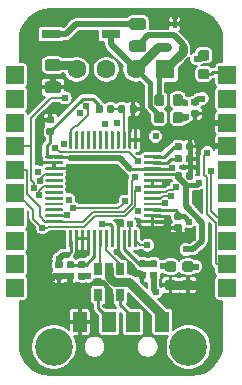
<source format=gbr>
G04 #@! TF.GenerationSoftware,KiCad,Pcbnew,(5.1.5)-2*
G04 #@! TF.CreationDate,2020-02-06T19:09:09-08:00*
G04 #@! TF.ProjectId,USB2RoMeLa_Boosted,55534232-526f-44d6-954c-615f426f6f73,rev?*
G04 #@! TF.SameCoordinates,Original*
G04 #@! TF.FileFunction,Copper,L4,Bot*
G04 #@! TF.FilePolarity,Positive*
%FSLAX46Y46*%
G04 Gerber Fmt 4.6, Leading zero omitted, Abs format (unit mm)*
G04 Created by KiCad (PCBNEW (5.1.5)-2) date 2020-02-06 19:09:09*
%MOMM*%
%LPD*%
G04 APERTURE LIST*
%ADD10C,0.100000*%
%ADD11R,0.450000X0.700000*%
%ADD12R,1.600000X0.760000*%
%ADD13C,1.600000*%
%ADD14R,1.600000X1.600000*%
%ADD15C,3.200000*%
%ADD16R,1.200000X1.700000*%
%ADD17R,0.650000X1.060000*%
%ADD18R,1.524000X1.524000*%
%ADD19C,0.609600*%
%ADD20C,0.508000*%
%ADD21C,0.254000*%
%ADD22C,0.152400*%
%ADD23C,0.381000*%
%ADD24C,0.762000*%
G04 APERTURE END LIST*
G04 #@! TA.AperFunction,SMDPad,CuDef*
D10*
G36*
X143343626Y-79275301D02*
G01*
X143349693Y-79276201D01*
X143355643Y-79277691D01*
X143361418Y-79279758D01*
X143366962Y-79282380D01*
X143372223Y-79285533D01*
X143377150Y-79289187D01*
X143381694Y-79293306D01*
X143385813Y-79297850D01*
X143389467Y-79302777D01*
X143392620Y-79308038D01*
X143395242Y-79313582D01*
X143397309Y-79319357D01*
X143398799Y-79325307D01*
X143399699Y-79331374D01*
X143400000Y-79337500D01*
X143400000Y-79462500D01*
X143399699Y-79468626D01*
X143398799Y-79474693D01*
X143397309Y-79480643D01*
X143395242Y-79486418D01*
X143392620Y-79491962D01*
X143389467Y-79497223D01*
X143385813Y-79502150D01*
X143381694Y-79506694D01*
X143377150Y-79510813D01*
X143372223Y-79514467D01*
X143366962Y-79517620D01*
X143361418Y-79520242D01*
X143355643Y-79522309D01*
X143349693Y-79523799D01*
X143343626Y-79524699D01*
X143337500Y-79525000D01*
X141987500Y-79525000D01*
X141981374Y-79524699D01*
X141975307Y-79523799D01*
X141969357Y-79522309D01*
X141963582Y-79520242D01*
X141958038Y-79517620D01*
X141952777Y-79514467D01*
X141947850Y-79510813D01*
X141943306Y-79506694D01*
X141939187Y-79502150D01*
X141935533Y-79497223D01*
X141932380Y-79491962D01*
X141929758Y-79486418D01*
X141927691Y-79480643D01*
X141926201Y-79474693D01*
X141925301Y-79468626D01*
X141925000Y-79462500D01*
X141925000Y-79337500D01*
X141925301Y-79331374D01*
X141926201Y-79325307D01*
X141927691Y-79319357D01*
X141929758Y-79313582D01*
X141932380Y-79308038D01*
X141935533Y-79302777D01*
X141939187Y-79297850D01*
X141943306Y-79293306D01*
X141947850Y-79289187D01*
X141952777Y-79285533D01*
X141958038Y-79282380D01*
X141963582Y-79279758D01*
X141969357Y-79277691D01*
X141975307Y-79276201D01*
X141981374Y-79275301D01*
X141987500Y-79275000D01*
X143337500Y-79275000D01*
X143343626Y-79275301D01*
G37*
G04 #@! TD.AperFunction*
G04 #@! TA.AperFunction,SMDPad,CuDef*
G36*
X143343626Y-78775301D02*
G01*
X143349693Y-78776201D01*
X143355643Y-78777691D01*
X143361418Y-78779758D01*
X143366962Y-78782380D01*
X143372223Y-78785533D01*
X143377150Y-78789187D01*
X143381694Y-78793306D01*
X143385813Y-78797850D01*
X143389467Y-78802777D01*
X143392620Y-78808038D01*
X143395242Y-78813582D01*
X143397309Y-78819357D01*
X143398799Y-78825307D01*
X143399699Y-78831374D01*
X143400000Y-78837500D01*
X143400000Y-78962500D01*
X143399699Y-78968626D01*
X143398799Y-78974693D01*
X143397309Y-78980643D01*
X143395242Y-78986418D01*
X143392620Y-78991962D01*
X143389467Y-78997223D01*
X143385813Y-79002150D01*
X143381694Y-79006694D01*
X143377150Y-79010813D01*
X143372223Y-79014467D01*
X143366962Y-79017620D01*
X143361418Y-79020242D01*
X143355643Y-79022309D01*
X143349693Y-79023799D01*
X143343626Y-79024699D01*
X143337500Y-79025000D01*
X141987500Y-79025000D01*
X141981374Y-79024699D01*
X141975307Y-79023799D01*
X141969357Y-79022309D01*
X141963582Y-79020242D01*
X141958038Y-79017620D01*
X141952777Y-79014467D01*
X141947850Y-79010813D01*
X141943306Y-79006694D01*
X141939187Y-79002150D01*
X141935533Y-78997223D01*
X141932380Y-78991962D01*
X141929758Y-78986418D01*
X141927691Y-78980643D01*
X141926201Y-78974693D01*
X141925301Y-78968626D01*
X141925000Y-78962500D01*
X141925000Y-78837500D01*
X141925301Y-78831374D01*
X141926201Y-78825307D01*
X141927691Y-78819357D01*
X141929758Y-78813582D01*
X141932380Y-78808038D01*
X141935533Y-78802777D01*
X141939187Y-78797850D01*
X141943306Y-78793306D01*
X141947850Y-78789187D01*
X141952777Y-78785533D01*
X141958038Y-78782380D01*
X141963582Y-78779758D01*
X141969357Y-78777691D01*
X141975307Y-78776201D01*
X141981374Y-78775301D01*
X141987500Y-78775000D01*
X143337500Y-78775000D01*
X143343626Y-78775301D01*
G37*
G04 #@! TD.AperFunction*
G04 #@! TA.AperFunction,SMDPad,CuDef*
G36*
X143343626Y-78275301D02*
G01*
X143349693Y-78276201D01*
X143355643Y-78277691D01*
X143361418Y-78279758D01*
X143366962Y-78282380D01*
X143372223Y-78285533D01*
X143377150Y-78289187D01*
X143381694Y-78293306D01*
X143385813Y-78297850D01*
X143389467Y-78302777D01*
X143392620Y-78308038D01*
X143395242Y-78313582D01*
X143397309Y-78319357D01*
X143398799Y-78325307D01*
X143399699Y-78331374D01*
X143400000Y-78337500D01*
X143400000Y-78462500D01*
X143399699Y-78468626D01*
X143398799Y-78474693D01*
X143397309Y-78480643D01*
X143395242Y-78486418D01*
X143392620Y-78491962D01*
X143389467Y-78497223D01*
X143385813Y-78502150D01*
X143381694Y-78506694D01*
X143377150Y-78510813D01*
X143372223Y-78514467D01*
X143366962Y-78517620D01*
X143361418Y-78520242D01*
X143355643Y-78522309D01*
X143349693Y-78523799D01*
X143343626Y-78524699D01*
X143337500Y-78525000D01*
X141987500Y-78525000D01*
X141981374Y-78524699D01*
X141975307Y-78523799D01*
X141969357Y-78522309D01*
X141963582Y-78520242D01*
X141958038Y-78517620D01*
X141952777Y-78514467D01*
X141947850Y-78510813D01*
X141943306Y-78506694D01*
X141939187Y-78502150D01*
X141935533Y-78497223D01*
X141932380Y-78491962D01*
X141929758Y-78486418D01*
X141927691Y-78480643D01*
X141926201Y-78474693D01*
X141925301Y-78468626D01*
X141925000Y-78462500D01*
X141925000Y-78337500D01*
X141925301Y-78331374D01*
X141926201Y-78325307D01*
X141927691Y-78319357D01*
X141929758Y-78313582D01*
X141932380Y-78308038D01*
X141935533Y-78302777D01*
X141939187Y-78297850D01*
X141943306Y-78293306D01*
X141947850Y-78289187D01*
X141952777Y-78285533D01*
X141958038Y-78282380D01*
X141963582Y-78279758D01*
X141969357Y-78277691D01*
X141975307Y-78276201D01*
X141981374Y-78275301D01*
X141987500Y-78275000D01*
X143337500Y-78275000D01*
X143343626Y-78275301D01*
G37*
G04 #@! TD.AperFunction*
G04 #@! TA.AperFunction,SMDPad,CuDef*
G36*
X143343626Y-77775301D02*
G01*
X143349693Y-77776201D01*
X143355643Y-77777691D01*
X143361418Y-77779758D01*
X143366962Y-77782380D01*
X143372223Y-77785533D01*
X143377150Y-77789187D01*
X143381694Y-77793306D01*
X143385813Y-77797850D01*
X143389467Y-77802777D01*
X143392620Y-77808038D01*
X143395242Y-77813582D01*
X143397309Y-77819357D01*
X143398799Y-77825307D01*
X143399699Y-77831374D01*
X143400000Y-77837500D01*
X143400000Y-77962500D01*
X143399699Y-77968626D01*
X143398799Y-77974693D01*
X143397309Y-77980643D01*
X143395242Y-77986418D01*
X143392620Y-77991962D01*
X143389467Y-77997223D01*
X143385813Y-78002150D01*
X143381694Y-78006694D01*
X143377150Y-78010813D01*
X143372223Y-78014467D01*
X143366962Y-78017620D01*
X143361418Y-78020242D01*
X143355643Y-78022309D01*
X143349693Y-78023799D01*
X143343626Y-78024699D01*
X143337500Y-78025000D01*
X141987500Y-78025000D01*
X141981374Y-78024699D01*
X141975307Y-78023799D01*
X141969357Y-78022309D01*
X141963582Y-78020242D01*
X141958038Y-78017620D01*
X141952777Y-78014467D01*
X141947850Y-78010813D01*
X141943306Y-78006694D01*
X141939187Y-78002150D01*
X141935533Y-77997223D01*
X141932380Y-77991962D01*
X141929758Y-77986418D01*
X141927691Y-77980643D01*
X141926201Y-77974693D01*
X141925301Y-77968626D01*
X141925000Y-77962500D01*
X141925000Y-77837500D01*
X141925301Y-77831374D01*
X141926201Y-77825307D01*
X141927691Y-77819357D01*
X141929758Y-77813582D01*
X141932380Y-77808038D01*
X141935533Y-77802777D01*
X141939187Y-77797850D01*
X141943306Y-77793306D01*
X141947850Y-77789187D01*
X141952777Y-77785533D01*
X141958038Y-77782380D01*
X141963582Y-77779758D01*
X141969357Y-77777691D01*
X141975307Y-77776201D01*
X141981374Y-77775301D01*
X141987500Y-77775000D01*
X143337500Y-77775000D01*
X143343626Y-77775301D01*
G37*
G04 #@! TD.AperFunction*
G04 #@! TA.AperFunction,SMDPad,CuDef*
G36*
X143343626Y-77275301D02*
G01*
X143349693Y-77276201D01*
X143355643Y-77277691D01*
X143361418Y-77279758D01*
X143366962Y-77282380D01*
X143372223Y-77285533D01*
X143377150Y-77289187D01*
X143381694Y-77293306D01*
X143385813Y-77297850D01*
X143389467Y-77302777D01*
X143392620Y-77308038D01*
X143395242Y-77313582D01*
X143397309Y-77319357D01*
X143398799Y-77325307D01*
X143399699Y-77331374D01*
X143400000Y-77337500D01*
X143400000Y-77462500D01*
X143399699Y-77468626D01*
X143398799Y-77474693D01*
X143397309Y-77480643D01*
X143395242Y-77486418D01*
X143392620Y-77491962D01*
X143389467Y-77497223D01*
X143385813Y-77502150D01*
X143381694Y-77506694D01*
X143377150Y-77510813D01*
X143372223Y-77514467D01*
X143366962Y-77517620D01*
X143361418Y-77520242D01*
X143355643Y-77522309D01*
X143349693Y-77523799D01*
X143343626Y-77524699D01*
X143337500Y-77525000D01*
X141987500Y-77525000D01*
X141981374Y-77524699D01*
X141975307Y-77523799D01*
X141969357Y-77522309D01*
X141963582Y-77520242D01*
X141958038Y-77517620D01*
X141952777Y-77514467D01*
X141947850Y-77510813D01*
X141943306Y-77506694D01*
X141939187Y-77502150D01*
X141935533Y-77497223D01*
X141932380Y-77491962D01*
X141929758Y-77486418D01*
X141927691Y-77480643D01*
X141926201Y-77474693D01*
X141925301Y-77468626D01*
X141925000Y-77462500D01*
X141925000Y-77337500D01*
X141925301Y-77331374D01*
X141926201Y-77325307D01*
X141927691Y-77319357D01*
X141929758Y-77313582D01*
X141932380Y-77308038D01*
X141935533Y-77302777D01*
X141939187Y-77297850D01*
X141943306Y-77293306D01*
X141947850Y-77289187D01*
X141952777Y-77285533D01*
X141958038Y-77282380D01*
X141963582Y-77279758D01*
X141969357Y-77277691D01*
X141975307Y-77276201D01*
X141981374Y-77275301D01*
X141987500Y-77275000D01*
X143337500Y-77275000D01*
X143343626Y-77275301D01*
G37*
G04 #@! TD.AperFunction*
G04 #@! TA.AperFunction,SMDPad,CuDef*
G36*
X143343626Y-76775301D02*
G01*
X143349693Y-76776201D01*
X143355643Y-76777691D01*
X143361418Y-76779758D01*
X143366962Y-76782380D01*
X143372223Y-76785533D01*
X143377150Y-76789187D01*
X143381694Y-76793306D01*
X143385813Y-76797850D01*
X143389467Y-76802777D01*
X143392620Y-76808038D01*
X143395242Y-76813582D01*
X143397309Y-76819357D01*
X143398799Y-76825307D01*
X143399699Y-76831374D01*
X143400000Y-76837500D01*
X143400000Y-76962500D01*
X143399699Y-76968626D01*
X143398799Y-76974693D01*
X143397309Y-76980643D01*
X143395242Y-76986418D01*
X143392620Y-76991962D01*
X143389467Y-76997223D01*
X143385813Y-77002150D01*
X143381694Y-77006694D01*
X143377150Y-77010813D01*
X143372223Y-77014467D01*
X143366962Y-77017620D01*
X143361418Y-77020242D01*
X143355643Y-77022309D01*
X143349693Y-77023799D01*
X143343626Y-77024699D01*
X143337500Y-77025000D01*
X141987500Y-77025000D01*
X141981374Y-77024699D01*
X141975307Y-77023799D01*
X141969357Y-77022309D01*
X141963582Y-77020242D01*
X141958038Y-77017620D01*
X141952777Y-77014467D01*
X141947850Y-77010813D01*
X141943306Y-77006694D01*
X141939187Y-77002150D01*
X141935533Y-76997223D01*
X141932380Y-76991962D01*
X141929758Y-76986418D01*
X141927691Y-76980643D01*
X141926201Y-76974693D01*
X141925301Y-76968626D01*
X141925000Y-76962500D01*
X141925000Y-76837500D01*
X141925301Y-76831374D01*
X141926201Y-76825307D01*
X141927691Y-76819357D01*
X141929758Y-76813582D01*
X141932380Y-76808038D01*
X141935533Y-76802777D01*
X141939187Y-76797850D01*
X141943306Y-76793306D01*
X141947850Y-76789187D01*
X141952777Y-76785533D01*
X141958038Y-76782380D01*
X141963582Y-76779758D01*
X141969357Y-76777691D01*
X141975307Y-76776201D01*
X141981374Y-76775301D01*
X141987500Y-76775000D01*
X143337500Y-76775000D01*
X143343626Y-76775301D01*
G37*
G04 #@! TD.AperFunction*
G04 #@! TA.AperFunction,SMDPad,CuDef*
G36*
X143343626Y-76275301D02*
G01*
X143349693Y-76276201D01*
X143355643Y-76277691D01*
X143361418Y-76279758D01*
X143366962Y-76282380D01*
X143372223Y-76285533D01*
X143377150Y-76289187D01*
X143381694Y-76293306D01*
X143385813Y-76297850D01*
X143389467Y-76302777D01*
X143392620Y-76308038D01*
X143395242Y-76313582D01*
X143397309Y-76319357D01*
X143398799Y-76325307D01*
X143399699Y-76331374D01*
X143400000Y-76337500D01*
X143400000Y-76462500D01*
X143399699Y-76468626D01*
X143398799Y-76474693D01*
X143397309Y-76480643D01*
X143395242Y-76486418D01*
X143392620Y-76491962D01*
X143389467Y-76497223D01*
X143385813Y-76502150D01*
X143381694Y-76506694D01*
X143377150Y-76510813D01*
X143372223Y-76514467D01*
X143366962Y-76517620D01*
X143361418Y-76520242D01*
X143355643Y-76522309D01*
X143349693Y-76523799D01*
X143343626Y-76524699D01*
X143337500Y-76525000D01*
X141987500Y-76525000D01*
X141981374Y-76524699D01*
X141975307Y-76523799D01*
X141969357Y-76522309D01*
X141963582Y-76520242D01*
X141958038Y-76517620D01*
X141952777Y-76514467D01*
X141947850Y-76510813D01*
X141943306Y-76506694D01*
X141939187Y-76502150D01*
X141935533Y-76497223D01*
X141932380Y-76491962D01*
X141929758Y-76486418D01*
X141927691Y-76480643D01*
X141926201Y-76474693D01*
X141925301Y-76468626D01*
X141925000Y-76462500D01*
X141925000Y-76337500D01*
X141925301Y-76331374D01*
X141926201Y-76325307D01*
X141927691Y-76319357D01*
X141929758Y-76313582D01*
X141932380Y-76308038D01*
X141935533Y-76302777D01*
X141939187Y-76297850D01*
X141943306Y-76293306D01*
X141947850Y-76289187D01*
X141952777Y-76285533D01*
X141958038Y-76282380D01*
X141963582Y-76279758D01*
X141969357Y-76277691D01*
X141975307Y-76276201D01*
X141981374Y-76275301D01*
X141987500Y-76275000D01*
X143337500Y-76275000D01*
X143343626Y-76275301D01*
G37*
G04 #@! TD.AperFunction*
G04 #@! TA.AperFunction,SMDPad,CuDef*
G36*
X143343626Y-75775301D02*
G01*
X143349693Y-75776201D01*
X143355643Y-75777691D01*
X143361418Y-75779758D01*
X143366962Y-75782380D01*
X143372223Y-75785533D01*
X143377150Y-75789187D01*
X143381694Y-75793306D01*
X143385813Y-75797850D01*
X143389467Y-75802777D01*
X143392620Y-75808038D01*
X143395242Y-75813582D01*
X143397309Y-75819357D01*
X143398799Y-75825307D01*
X143399699Y-75831374D01*
X143400000Y-75837500D01*
X143400000Y-75962500D01*
X143399699Y-75968626D01*
X143398799Y-75974693D01*
X143397309Y-75980643D01*
X143395242Y-75986418D01*
X143392620Y-75991962D01*
X143389467Y-75997223D01*
X143385813Y-76002150D01*
X143381694Y-76006694D01*
X143377150Y-76010813D01*
X143372223Y-76014467D01*
X143366962Y-76017620D01*
X143361418Y-76020242D01*
X143355643Y-76022309D01*
X143349693Y-76023799D01*
X143343626Y-76024699D01*
X143337500Y-76025000D01*
X141987500Y-76025000D01*
X141981374Y-76024699D01*
X141975307Y-76023799D01*
X141969357Y-76022309D01*
X141963582Y-76020242D01*
X141958038Y-76017620D01*
X141952777Y-76014467D01*
X141947850Y-76010813D01*
X141943306Y-76006694D01*
X141939187Y-76002150D01*
X141935533Y-75997223D01*
X141932380Y-75991962D01*
X141929758Y-75986418D01*
X141927691Y-75980643D01*
X141926201Y-75974693D01*
X141925301Y-75968626D01*
X141925000Y-75962500D01*
X141925000Y-75837500D01*
X141925301Y-75831374D01*
X141926201Y-75825307D01*
X141927691Y-75819357D01*
X141929758Y-75813582D01*
X141932380Y-75808038D01*
X141935533Y-75802777D01*
X141939187Y-75797850D01*
X141943306Y-75793306D01*
X141947850Y-75789187D01*
X141952777Y-75785533D01*
X141958038Y-75782380D01*
X141963582Y-75779758D01*
X141969357Y-75777691D01*
X141975307Y-75776201D01*
X141981374Y-75775301D01*
X141987500Y-75775000D01*
X143337500Y-75775000D01*
X143343626Y-75775301D01*
G37*
G04 #@! TD.AperFunction*
G04 #@! TA.AperFunction,SMDPad,CuDef*
G36*
X143343626Y-75275301D02*
G01*
X143349693Y-75276201D01*
X143355643Y-75277691D01*
X143361418Y-75279758D01*
X143366962Y-75282380D01*
X143372223Y-75285533D01*
X143377150Y-75289187D01*
X143381694Y-75293306D01*
X143385813Y-75297850D01*
X143389467Y-75302777D01*
X143392620Y-75308038D01*
X143395242Y-75313582D01*
X143397309Y-75319357D01*
X143398799Y-75325307D01*
X143399699Y-75331374D01*
X143400000Y-75337500D01*
X143400000Y-75462500D01*
X143399699Y-75468626D01*
X143398799Y-75474693D01*
X143397309Y-75480643D01*
X143395242Y-75486418D01*
X143392620Y-75491962D01*
X143389467Y-75497223D01*
X143385813Y-75502150D01*
X143381694Y-75506694D01*
X143377150Y-75510813D01*
X143372223Y-75514467D01*
X143366962Y-75517620D01*
X143361418Y-75520242D01*
X143355643Y-75522309D01*
X143349693Y-75523799D01*
X143343626Y-75524699D01*
X143337500Y-75525000D01*
X141987500Y-75525000D01*
X141981374Y-75524699D01*
X141975307Y-75523799D01*
X141969357Y-75522309D01*
X141963582Y-75520242D01*
X141958038Y-75517620D01*
X141952777Y-75514467D01*
X141947850Y-75510813D01*
X141943306Y-75506694D01*
X141939187Y-75502150D01*
X141935533Y-75497223D01*
X141932380Y-75491962D01*
X141929758Y-75486418D01*
X141927691Y-75480643D01*
X141926201Y-75474693D01*
X141925301Y-75468626D01*
X141925000Y-75462500D01*
X141925000Y-75337500D01*
X141925301Y-75331374D01*
X141926201Y-75325307D01*
X141927691Y-75319357D01*
X141929758Y-75313582D01*
X141932380Y-75308038D01*
X141935533Y-75302777D01*
X141939187Y-75297850D01*
X141943306Y-75293306D01*
X141947850Y-75289187D01*
X141952777Y-75285533D01*
X141958038Y-75282380D01*
X141963582Y-75279758D01*
X141969357Y-75277691D01*
X141975307Y-75276201D01*
X141981374Y-75275301D01*
X141987500Y-75275000D01*
X143337500Y-75275000D01*
X143343626Y-75275301D01*
G37*
G04 #@! TD.AperFunction*
G04 #@! TA.AperFunction,SMDPad,CuDef*
G36*
X143343626Y-74775301D02*
G01*
X143349693Y-74776201D01*
X143355643Y-74777691D01*
X143361418Y-74779758D01*
X143366962Y-74782380D01*
X143372223Y-74785533D01*
X143377150Y-74789187D01*
X143381694Y-74793306D01*
X143385813Y-74797850D01*
X143389467Y-74802777D01*
X143392620Y-74808038D01*
X143395242Y-74813582D01*
X143397309Y-74819357D01*
X143398799Y-74825307D01*
X143399699Y-74831374D01*
X143400000Y-74837500D01*
X143400000Y-74962500D01*
X143399699Y-74968626D01*
X143398799Y-74974693D01*
X143397309Y-74980643D01*
X143395242Y-74986418D01*
X143392620Y-74991962D01*
X143389467Y-74997223D01*
X143385813Y-75002150D01*
X143381694Y-75006694D01*
X143377150Y-75010813D01*
X143372223Y-75014467D01*
X143366962Y-75017620D01*
X143361418Y-75020242D01*
X143355643Y-75022309D01*
X143349693Y-75023799D01*
X143343626Y-75024699D01*
X143337500Y-75025000D01*
X141987500Y-75025000D01*
X141981374Y-75024699D01*
X141975307Y-75023799D01*
X141969357Y-75022309D01*
X141963582Y-75020242D01*
X141958038Y-75017620D01*
X141952777Y-75014467D01*
X141947850Y-75010813D01*
X141943306Y-75006694D01*
X141939187Y-75002150D01*
X141935533Y-74997223D01*
X141932380Y-74991962D01*
X141929758Y-74986418D01*
X141927691Y-74980643D01*
X141926201Y-74974693D01*
X141925301Y-74968626D01*
X141925000Y-74962500D01*
X141925000Y-74837500D01*
X141925301Y-74831374D01*
X141926201Y-74825307D01*
X141927691Y-74819357D01*
X141929758Y-74813582D01*
X141932380Y-74808038D01*
X141935533Y-74802777D01*
X141939187Y-74797850D01*
X141943306Y-74793306D01*
X141947850Y-74789187D01*
X141952777Y-74785533D01*
X141958038Y-74782380D01*
X141963582Y-74779758D01*
X141969357Y-74777691D01*
X141975307Y-74776201D01*
X141981374Y-74775301D01*
X141987500Y-74775000D01*
X143337500Y-74775000D01*
X143343626Y-74775301D01*
G37*
G04 #@! TD.AperFunction*
G04 #@! TA.AperFunction,SMDPad,CuDef*
G36*
X143343626Y-74275301D02*
G01*
X143349693Y-74276201D01*
X143355643Y-74277691D01*
X143361418Y-74279758D01*
X143366962Y-74282380D01*
X143372223Y-74285533D01*
X143377150Y-74289187D01*
X143381694Y-74293306D01*
X143385813Y-74297850D01*
X143389467Y-74302777D01*
X143392620Y-74308038D01*
X143395242Y-74313582D01*
X143397309Y-74319357D01*
X143398799Y-74325307D01*
X143399699Y-74331374D01*
X143400000Y-74337500D01*
X143400000Y-74462500D01*
X143399699Y-74468626D01*
X143398799Y-74474693D01*
X143397309Y-74480643D01*
X143395242Y-74486418D01*
X143392620Y-74491962D01*
X143389467Y-74497223D01*
X143385813Y-74502150D01*
X143381694Y-74506694D01*
X143377150Y-74510813D01*
X143372223Y-74514467D01*
X143366962Y-74517620D01*
X143361418Y-74520242D01*
X143355643Y-74522309D01*
X143349693Y-74523799D01*
X143343626Y-74524699D01*
X143337500Y-74525000D01*
X141987500Y-74525000D01*
X141981374Y-74524699D01*
X141975307Y-74523799D01*
X141969357Y-74522309D01*
X141963582Y-74520242D01*
X141958038Y-74517620D01*
X141952777Y-74514467D01*
X141947850Y-74510813D01*
X141943306Y-74506694D01*
X141939187Y-74502150D01*
X141935533Y-74497223D01*
X141932380Y-74491962D01*
X141929758Y-74486418D01*
X141927691Y-74480643D01*
X141926201Y-74474693D01*
X141925301Y-74468626D01*
X141925000Y-74462500D01*
X141925000Y-74337500D01*
X141925301Y-74331374D01*
X141926201Y-74325307D01*
X141927691Y-74319357D01*
X141929758Y-74313582D01*
X141932380Y-74308038D01*
X141935533Y-74302777D01*
X141939187Y-74297850D01*
X141943306Y-74293306D01*
X141947850Y-74289187D01*
X141952777Y-74285533D01*
X141958038Y-74282380D01*
X141963582Y-74279758D01*
X141969357Y-74277691D01*
X141975307Y-74276201D01*
X141981374Y-74275301D01*
X141987500Y-74275000D01*
X143337500Y-74275000D01*
X143343626Y-74275301D01*
G37*
G04 #@! TD.AperFunction*
G04 #@! TA.AperFunction,SMDPad,CuDef*
G36*
X143343626Y-73775301D02*
G01*
X143349693Y-73776201D01*
X143355643Y-73777691D01*
X143361418Y-73779758D01*
X143366962Y-73782380D01*
X143372223Y-73785533D01*
X143377150Y-73789187D01*
X143381694Y-73793306D01*
X143385813Y-73797850D01*
X143389467Y-73802777D01*
X143392620Y-73808038D01*
X143395242Y-73813582D01*
X143397309Y-73819357D01*
X143398799Y-73825307D01*
X143399699Y-73831374D01*
X143400000Y-73837500D01*
X143400000Y-73962500D01*
X143399699Y-73968626D01*
X143398799Y-73974693D01*
X143397309Y-73980643D01*
X143395242Y-73986418D01*
X143392620Y-73991962D01*
X143389467Y-73997223D01*
X143385813Y-74002150D01*
X143381694Y-74006694D01*
X143377150Y-74010813D01*
X143372223Y-74014467D01*
X143366962Y-74017620D01*
X143361418Y-74020242D01*
X143355643Y-74022309D01*
X143349693Y-74023799D01*
X143343626Y-74024699D01*
X143337500Y-74025000D01*
X141987500Y-74025000D01*
X141981374Y-74024699D01*
X141975307Y-74023799D01*
X141969357Y-74022309D01*
X141963582Y-74020242D01*
X141958038Y-74017620D01*
X141952777Y-74014467D01*
X141947850Y-74010813D01*
X141943306Y-74006694D01*
X141939187Y-74002150D01*
X141935533Y-73997223D01*
X141932380Y-73991962D01*
X141929758Y-73986418D01*
X141927691Y-73980643D01*
X141926201Y-73974693D01*
X141925301Y-73968626D01*
X141925000Y-73962500D01*
X141925000Y-73837500D01*
X141925301Y-73831374D01*
X141926201Y-73825307D01*
X141927691Y-73819357D01*
X141929758Y-73813582D01*
X141932380Y-73808038D01*
X141935533Y-73802777D01*
X141939187Y-73797850D01*
X141943306Y-73793306D01*
X141947850Y-73789187D01*
X141952777Y-73785533D01*
X141958038Y-73782380D01*
X141963582Y-73779758D01*
X141969357Y-73777691D01*
X141975307Y-73776201D01*
X141981374Y-73775301D01*
X141987500Y-73775000D01*
X143337500Y-73775000D01*
X143343626Y-73775301D01*
G37*
G04 #@! TD.AperFunction*
G04 #@! TA.AperFunction,SMDPad,CuDef*
G36*
X141318626Y-71750301D02*
G01*
X141324693Y-71751201D01*
X141330643Y-71752691D01*
X141336418Y-71754758D01*
X141341962Y-71757380D01*
X141347223Y-71760533D01*
X141352150Y-71764187D01*
X141356694Y-71768306D01*
X141360813Y-71772850D01*
X141364467Y-71777777D01*
X141367620Y-71783038D01*
X141370242Y-71788582D01*
X141372309Y-71794357D01*
X141373799Y-71800307D01*
X141374699Y-71806374D01*
X141375000Y-71812500D01*
X141375000Y-73162500D01*
X141374699Y-73168626D01*
X141373799Y-73174693D01*
X141372309Y-73180643D01*
X141370242Y-73186418D01*
X141367620Y-73191962D01*
X141364467Y-73197223D01*
X141360813Y-73202150D01*
X141356694Y-73206694D01*
X141352150Y-73210813D01*
X141347223Y-73214467D01*
X141341962Y-73217620D01*
X141336418Y-73220242D01*
X141330643Y-73222309D01*
X141324693Y-73223799D01*
X141318626Y-73224699D01*
X141312500Y-73225000D01*
X141187500Y-73225000D01*
X141181374Y-73224699D01*
X141175307Y-73223799D01*
X141169357Y-73222309D01*
X141163582Y-73220242D01*
X141158038Y-73217620D01*
X141152777Y-73214467D01*
X141147850Y-73210813D01*
X141143306Y-73206694D01*
X141139187Y-73202150D01*
X141135533Y-73197223D01*
X141132380Y-73191962D01*
X141129758Y-73186418D01*
X141127691Y-73180643D01*
X141126201Y-73174693D01*
X141125301Y-73168626D01*
X141125000Y-73162500D01*
X141125000Y-71812500D01*
X141125301Y-71806374D01*
X141126201Y-71800307D01*
X141127691Y-71794357D01*
X141129758Y-71788582D01*
X141132380Y-71783038D01*
X141135533Y-71777777D01*
X141139187Y-71772850D01*
X141143306Y-71768306D01*
X141147850Y-71764187D01*
X141152777Y-71760533D01*
X141158038Y-71757380D01*
X141163582Y-71754758D01*
X141169357Y-71752691D01*
X141175307Y-71751201D01*
X141181374Y-71750301D01*
X141187500Y-71750000D01*
X141312500Y-71750000D01*
X141318626Y-71750301D01*
G37*
G04 #@! TD.AperFunction*
G04 #@! TA.AperFunction,SMDPad,CuDef*
G36*
X140818626Y-71750301D02*
G01*
X140824693Y-71751201D01*
X140830643Y-71752691D01*
X140836418Y-71754758D01*
X140841962Y-71757380D01*
X140847223Y-71760533D01*
X140852150Y-71764187D01*
X140856694Y-71768306D01*
X140860813Y-71772850D01*
X140864467Y-71777777D01*
X140867620Y-71783038D01*
X140870242Y-71788582D01*
X140872309Y-71794357D01*
X140873799Y-71800307D01*
X140874699Y-71806374D01*
X140875000Y-71812500D01*
X140875000Y-73162500D01*
X140874699Y-73168626D01*
X140873799Y-73174693D01*
X140872309Y-73180643D01*
X140870242Y-73186418D01*
X140867620Y-73191962D01*
X140864467Y-73197223D01*
X140860813Y-73202150D01*
X140856694Y-73206694D01*
X140852150Y-73210813D01*
X140847223Y-73214467D01*
X140841962Y-73217620D01*
X140836418Y-73220242D01*
X140830643Y-73222309D01*
X140824693Y-73223799D01*
X140818626Y-73224699D01*
X140812500Y-73225000D01*
X140687500Y-73225000D01*
X140681374Y-73224699D01*
X140675307Y-73223799D01*
X140669357Y-73222309D01*
X140663582Y-73220242D01*
X140658038Y-73217620D01*
X140652777Y-73214467D01*
X140647850Y-73210813D01*
X140643306Y-73206694D01*
X140639187Y-73202150D01*
X140635533Y-73197223D01*
X140632380Y-73191962D01*
X140629758Y-73186418D01*
X140627691Y-73180643D01*
X140626201Y-73174693D01*
X140625301Y-73168626D01*
X140625000Y-73162500D01*
X140625000Y-71812500D01*
X140625301Y-71806374D01*
X140626201Y-71800307D01*
X140627691Y-71794357D01*
X140629758Y-71788582D01*
X140632380Y-71783038D01*
X140635533Y-71777777D01*
X140639187Y-71772850D01*
X140643306Y-71768306D01*
X140647850Y-71764187D01*
X140652777Y-71760533D01*
X140658038Y-71757380D01*
X140663582Y-71754758D01*
X140669357Y-71752691D01*
X140675307Y-71751201D01*
X140681374Y-71750301D01*
X140687500Y-71750000D01*
X140812500Y-71750000D01*
X140818626Y-71750301D01*
G37*
G04 #@! TD.AperFunction*
G04 #@! TA.AperFunction,SMDPad,CuDef*
G36*
X140318626Y-71750301D02*
G01*
X140324693Y-71751201D01*
X140330643Y-71752691D01*
X140336418Y-71754758D01*
X140341962Y-71757380D01*
X140347223Y-71760533D01*
X140352150Y-71764187D01*
X140356694Y-71768306D01*
X140360813Y-71772850D01*
X140364467Y-71777777D01*
X140367620Y-71783038D01*
X140370242Y-71788582D01*
X140372309Y-71794357D01*
X140373799Y-71800307D01*
X140374699Y-71806374D01*
X140375000Y-71812500D01*
X140375000Y-73162500D01*
X140374699Y-73168626D01*
X140373799Y-73174693D01*
X140372309Y-73180643D01*
X140370242Y-73186418D01*
X140367620Y-73191962D01*
X140364467Y-73197223D01*
X140360813Y-73202150D01*
X140356694Y-73206694D01*
X140352150Y-73210813D01*
X140347223Y-73214467D01*
X140341962Y-73217620D01*
X140336418Y-73220242D01*
X140330643Y-73222309D01*
X140324693Y-73223799D01*
X140318626Y-73224699D01*
X140312500Y-73225000D01*
X140187500Y-73225000D01*
X140181374Y-73224699D01*
X140175307Y-73223799D01*
X140169357Y-73222309D01*
X140163582Y-73220242D01*
X140158038Y-73217620D01*
X140152777Y-73214467D01*
X140147850Y-73210813D01*
X140143306Y-73206694D01*
X140139187Y-73202150D01*
X140135533Y-73197223D01*
X140132380Y-73191962D01*
X140129758Y-73186418D01*
X140127691Y-73180643D01*
X140126201Y-73174693D01*
X140125301Y-73168626D01*
X140125000Y-73162500D01*
X140125000Y-71812500D01*
X140125301Y-71806374D01*
X140126201Y-71800307D01*
X140127691Y-71794357D01*
X140129758Y-71788582D01*
X140132380Y-71783038D01*
X140135533Y-71777777D01*
X140139187Y-71772850D01*
X140143306Y-71768306D01*
X140147850Y-71764187D01*
X140152777Y-71760533D01*
X140158038Y-71757380D01*
X140163582Y-71754758D01*
X140169357Y-71752691D01*
X140175307Y-71751201D01*
X140181374Y-71750301D01*
X140187500Y-71750000D01*
X140312500Y-71750000D01*
X140318626Y-71750301D01*
G37*
G04 #@! TD.AperFunction*
G04 #@! TA.AperFunction,SMDPad,CuDef*
G36*
X139818626Y-71750301D02*
G01*
X139824693Y-71751201D01*
X139830643Y-71752691D01*
X139836418Y-71754758D01*
X139841962Y-71757380D01*
X139847223Y-71760533D01*
X139852150Y-71764187D01*
X139856694Y-71768306D01*
X139860813Y-71772850D01*
X139864467Y-71777777D01*
X139867620Y-71783038D01*
X139870242Y-71788582D01*
X139872309Y-71794357D01*
X139873799Y-71800307D01*
X139874699Y-71806374D01*
X139875000Y-71812500D01*
X139875000Y-73162500D01*
X139874699Y-73168626D01*
X139873799Y-73174693D01*
X139872309Y-73180643D01*
X139870242Y-73186418D01*
X139867620Y-73191962D01*
X139864467Y-73197223D01*
X139860813Y-73202150D01*
X139856694Y-73206694D01*
X139852150Y-73210813D01*
X139847223Y-73214467D01*
X139841962Y-73217620D01*
X139836418Y-73220242D01*
X139830643Y-73222309D01*
X139824693Y-73223799D01*
X139818626Y-73224699D01*
X139812500Y-73225000D01*
X139687500Y-73225000D01*
X139681374Y-73224699D01*
X139675307Y-73223799D01*
X139669357Y-73222309D01*
X139663582Y-73220242D01*
X139658038Y-73217620D01*
X139652777Y-73214467D01*
X139647850Y-73210813D01*
X139643306Y-73206694D01*
X139639187Y-73202150D01*
X139635533Y-73197223D01*
X139632380Y-73191962D01*
X139629758Y-73186418D01*
X139627691Y-73180643D01*
X139626201Y-73174693D01*
X139625301Y-73168626D01*
X139625000Y-73162500D01*
X139625000Y-71812500D01*
X139625301Y-71806374D01*
X139626201Y-71800307D01*
X139627691Y-71794357D01*
X139629758Y-71788582D01*
X139632380Y-71783038D01*
X139635533Y-71777777D01*
X139639187Y-71772850D01*
X139643306Y-71768306D01*
X139647850Y-71764187D01*
X139652777Y-71760533D01*
X139658038Y-71757380D01*
X139663582Y-71754758D01*
X139669357Y-71752691D01*
X139675307Y-71751201D01*
X139681374Y-71750301D01*
X139687500Y-71750000D01*
X139812500Y-71750000D01*
X139818626Y-71750301D01*
G37*
G04 #@! TD.AperFunction*
G04 #@! TA.AperFunction,SMDPad,CuDef*
G36*
X139318626Y-71750301D02*
G01*
X139324693Y-71751201D01*
X139330643Y-71752691D01*
X139336418Y-71754758D01*
X139341962Y-71757380D01*
X139347223Y-71760533D01*
X139352150Y-71764187D01*
X139356694Y-71768306D01*
X139360813Y-71772850D01*
X139364467Y-71777777D01*
X139367620Y-71783038D01*
X139370242Y-71788582D01*
X139372309Y-71794357D01*
X139373799Y-71800307D01*
X139374699Y-71806374D01*
X139375000Y-71812500D01*
X139375000Y-73162500D01*
X139374699Y-73168626D01*
X139373799Y-73174693D01*
X139372309Y-73180643D01*
X139370242Y-73186418D01*
X139367620Y-73191962D01*
X139364467Y-73197223D01*
X139360813Y-73202150D01*
X139356694Y-73206694D01*
X139352150Y-73210813D01*
X139347223Y-73214467D01*
X139341962Y-73217620D01*
X139336418Y-73220242D01*
X139330643Y-73222309D01*
X139324693Y-73223799D01*
X139318626Y-73224699D01*
X139312500Y-73225000D01*
X139187500Y-73225000D01*
X139181374Y-73224699D01*
X139175307Y-73223799D01*
X139169357Y-73222309D01*
X139163582Y-73220242D01*
X139158038Y-73217620D01*
X139152777Y-73214467D01*
X139147850Y-73210813D01*
X139143306Y-73206694D01*
X139139187Y-73202150D01*
X139135533Y-73197223D01*
X139132380Y-73191962D01*
X139129758Y-73186418D01*
X139127691Y-73180643D01*
X139126201Y-73174693D01*
X139125301Y-73168626D01*
X139125000Y-73162500D01*
X139125000Y-71812500D01*
X139125301Y-71806374D01*
X139126201Y-71800307D01*
X139127691Y-71794357D01*
X139129758Y-71788582D01*
X139132380Y-71783038D01*
X139135533Y-71777777D01*
X139139187Y-71772850D01*
X139143306Y-71768306D01*
X139147850Y-71764187D01*
X139152777Y-71760533D01*
X139158038Y-71757380D01*
X139163582Y-71754758D01*
X139169357Y-71752691D01*
X139175307Y-71751201D01*
X139181374Y-71750301D01*
X139187500Y-71750000D01*
X139312500Y-71750000D01*
X139318626Y-71750301D01*
G37*
G04 #@! TD.AperFunction*
G04 #@! TA.AperFunction,SMDPad,CuDef*
G36*
X138818626Y-71750301D02*
G01*
X138824693Y-71751201D01*
X138830643Y-71752691D01*
X138836418Y-71754758D01*
X138841962Y-71757380D01*
X138847223Y-71760533D01*
X138852150Y-71764187D01*
X138856694Y-71768306D01*
X138860813Y-71772850D01*
X138864467Y-71777777D01*
X138867620Y-71783038D01*
X138870242Y-71788582D01*
X138872309Y-71794357D01*
X138873799Y-71800307D01*
X138874699Y-71806374D01*
X138875000Y-71812500D01*
X138875000Y-73162500D01*
X138874699Y-73168626D01*
X138873799Y-73174693D01*
X138872309Y-73180643D01*
X138870242Y-73186418D01*
X138867620Y-73191962D01*
X138864467Y-73197223D01*
X138860813Y-73202150D01*
X138856694Y-73206694D01*
X138852150Y-73210813D01*
X138847223Y-73214467D01*
X138841962Y-73217620D01*
X138836418Y-73220242D01*
X138830643Y-73222309D01*
X138824693Y-73223799D01*
X138818626Y-73224699D01*
X138812500Y-73225000D01*
X138687500Y-73225000D01*
X138681374Y-73224699D01*
X138675307Y-73223799D01*
X138669357Y-73222309D01*
X138663582Y-73220242D01*
X138658038Y-73217620D01*
X138652777Y-73214467D01*
X138647850Y-73210813D01*
X138643306Y-73206694D01*
X138639187Y-73202150D01*
X138635533Y-73197223D01*
X138632380Y-73191962D01*
X138629758Y-73186418D01*
X138627691Y-73180643D01*
X138626201Y-73174693D01*
X138625301Y-73168626D01*
X138625000Y-73162500D01*
X138625000Y-71812500D01*
X138625301Y-71806374D01*
X138626201Y-71800307D01*
X138627691Y-71794357D01*
X138629758Y-71788582D01*
X138632380Y-71783038D01*
X138635533Y-71777777D01*
X138639187Y-71772850D01*
X138643306Y-71768306D01*
X138647850Y-71764187D01*
X138652777Y-71760533D01*
X138658038Y-71757380D01*
X138663582Y-71754758D01*
X138669357Y-71752691D01*
X138675307Y-71751201D01*
X138681374Y-71750301D01*
X138687500Y-71750000D01*
X138812500Y-71750000D01*
X138818626Y-71750301D01*
G37*
G04 #@! TD.AperFunction*
G04 #@! TA.AperFunction,SMDPad,CuDef*
G36*
X138318626Y-71750301D02*
G01*
X138324693Y-71751201D01*
X138330643Y-71752691D01*
X138336418Y-71754758D01*
X138341962Y-71757380D01*
X138347223Y-71760533D01*
X138352150Y-71764187D01*
X138356694Y-71768306D01*
X138360813Y-71772850D01*
X138364467Y-71777777D01*
X138367620Y-71783038D01*
X138370242Y-71788582D01*
X138372309Y-71794357D01*
X138373799Y-71800307D01*
X138374699Y-71806374D01*
X138375000Y-71812500D01*
X138375000Y-73162500D01*
X138374699Y-73168626D01*
X138373799Y-73174693D01*
X138372309Y-73180643D01*
X138370242Y-73186418D01*
X138367620Y-73191962D01*
X138364467Y-73197223D01*
X138360813Y-73202150D01*
X138356694Y-73206694D01*
X138352150Y-73210813D01*
X138347223Y-73214467D01*
X138341962Y-73217620D01*
X138336418Y-73220242D01*
X138330643Y-73222309D01*
X138324693Y-73223799D01*
X138318626Y-73224699D01*
X138312500Y-73225000D01*
X138187500Y-73225000D01*
X138181374Y-73224699D01*
X138175307Y-73223799D01*
X138169357Y-73222309D01*
X138163582Y-73220242D01*
X138158038Y-73217620D01*
X138152777Y-73214467D01*
X138147850Y-73210813D01*
X138143306Y-73206694D01*
X138139187Y-73202150D01*
X138135533Y-73197223D01*
X138132380Y-73191962D01*
X138129758Y-73186418D01*
X138127691Y-73180643D01*
X138126201Y-73174693D01*
X138125301Y-73168626D01*
X138125000Y-73162500D01*
X138125000Y-71812500D01*
X138125301Y-71806374D01*
X138126201Y-71800307D01*
X138127691Y-71794357D01*
X138129758Y-71788582D01*
X138132380Y-71783038D01*
X138135533Y-71777777D01*
X138139187Y-71772850D01*
X138143306Y-71768306D01*
X138147850Y-71764187D01*
X138152777Y-71760533D01*
X138158038Y-71757380D01*
X138163582Y-71754758D01*
X138169357Y-71752691D01*
X138175307Y-71751201D01*
X138181374Y-71750301D01*
X138187500Y-71750000D01*
X138312500Y-71750000D01*
X138318626Y-71750301D01*
G37*
G04 #@! TD.AperFunction*
G04 #@! TA.AperFunction,SMDPad,CuDef*
G36*
X137818626Y-71750301D02*
G01*
X137824693Y-71751201D01*
X137830643Y-71752691D01*
X137836418Y-71754758D01*
X137841962Y-71757380D01*
X137847223Y-71760533D01*
X137852150Y-71764187D01*
X137856694Y-71768306D01*
X137860813Y-71772850D01*
X137864467Y-71777777D01*
X137867620Y-71783038D01*
X137870242Y-71788582D01*
X137872309Y-71794357D01*
X137873799Y-71800307D01*
X137874699Y-71806374D01*
X137875000Y-71812500D01*
X137875000Y-73162500D01*
X137874699Y-73168626D01*
X137873799Y-73174693D01*
X137872309Y-73180643D01*
X137870242Y-73186418D01*
X137867620Y-73191962D01*
X137864467Y-73197223D01*
X137860813Y-73202150D01*
X137856694Y-73206694D01*
X137852150Y-73210813D01*
X137847223Y-73214467D01*
X137841962Y-73217620D01*
X137836418Y-73220242D01*
X137830643Y-73222309D01*
X137824693Y-73223799D01*
X137818626Y-73224699D01*
X137812500Y-73225000D01*
X137687500Y-73225000D01*
X137681374Y-73224699D01*
X137675307Y-73223799D01*
X137669357Y-73222309D01*
X137663582Y-73220242D01*
X137658038Y-73217620D01*
X137652777Y-73214467D01*
X137647850Y-73210813D01*
X137643306Y-73206694D01*
X137639187Y-73202150D01*
X137635533Y-73197223D01*
X137632380Y-73191962D01*
X137629758Y-73186418D01*
X137627691Y-73180643D01*
X137626201Y-73174693D01*
X137625301Y-73168626D01*
X137625000Y-73162500D01*
X137625000Y-71812500D01*
X137625301Y-71806374D01*
X137626201Y-71800307D01*
X137627691Y-71794357D01*
X137629758Y-71788582D01*
X137632380Y-71783038D01*
X137635533Y-71777777D01*
X137639187Y-71772850D01*
X137643306Y-71768306D01*
X137647850Y-71764187D01*
X137652777Y-71760533D01*
X137658038Y-71757380D01*
X137663582Y-71754758D01*
X137669357Y-71752691D01*
X137675307Y-71751201D01*
X137681374Y-71750301D01*
X137687500Y-71750000D01*
X137812500Y-71750000D01*
X137818626Y-71750301D01*
G37*
G04 #@! TD.AperFunction*
G04 #@! TA.AperFunction,SMDPad,CuDef*
G36*
X137318626Y-71750301D02*
G01*
X137324693Y-71751201D01*
X137330643Y-71752691D01*
X137336418Y-71754758D01*
X137341962Y-71757380D01*
X137347223Y-71760533D01*
X137352150Y-71764187D01*
X137356694Y-71768306D01*
X137360813Y-71772850D01*
X137364467Y-71777777D01*
X137367620Y-71783038D01*
X137370242Y-71788582D01*
X137372309Y-71794357D01*
X137373799Y-71800307D01*
X137374699Y-71806374D01*
X137375000Y-71812500D01*
X137375000Y-73162500D01*
X137374699Y-73168626D01*
X137373799Y-73174693D01*
X137372309Y-73180643D01*
X137370242Y-73186418D01*
X137367620Y-73191962D01*
X137364467Y-73197223D01*
X137360813Y-73202150D01*
X137356694Y-73206694D01*
X137352150Y-73210813D01*
X137347223Y-73214467D01*
X137341962Y-73217620D01*
X137336418Y-73220242D01*
X137330643Y-73222309D01*
X137324693Y-73223799D01*
X137318626Y-73224699D01*
X137312500Y-73225000D01*
X137187500Y-73225000D01*
X137181374Y-73224699D01*
X137175307Y-73223799D01*
X137169357Y-73222309D01*
X137163582Y-73220242D01*
X137158038Y-73217620D01*
X137152777Y-73214467D01*
X137147850Y-73210813D01*
X137143306Y-73206694D01*
X137139187Y-73202150D01*
X137135533Y-73197223D01*
X137132380Y-73191962D01*
X137129758Y-73186418D01*
X137127691Y-73180643D01*
X137126201Y-73174693D01*
X137125301Y-73168626D01*
X137125000Y-73162500D01*
X137125000Y-71812500D01*
X137125301Y-71806374D01*
X137126201Y-71800307D01*
X137127691Y-71794357D01*
X137129758Y-71788582D01*
X137132380Y-71783038D01*
X137135533Y-71777777D01*
X137139187Y-71772850D01*
X137143306Y-71768306D01*
X137147850Y-71764187D01*
X137152777Y-71760533D01*
X137158038Y-71757380D01*
X137163582Y-71754758D01*
X137169357Y-71752691D01*
X137175307Y-71751201D01*
X137181374Y-71750301D01*
X137187500Y-71750000D01*
X137312500Y-71750000D01*
X137318626Y-71750301D01*
G37*
G04 #@! TD.AperFunction*
G04 #@! TA.AperFunction,SMDPad,CuDef*
G36*
X136818626Y-71750301D02*
G01*
X136824693Y-71751201D01*
X136830643Y-71752691D01*
X136836418Y-71754758D01*
X136841962Y-71757380D01*
X136847223Y-71760533D01*
X136852150Y-71764187D01*
X136856694Y-71768306D01*
X136860813Y-71772850D01*
X136864467Y-71777777D01*
X136867620Y-71783038D01*
X136870242Y-71788582D01*
X136872309Y-71794357D01*
X136873799Y-71800307D01*
X136874699Y-71806374D01*
X136875000Y-71812500D01*
X136875000Y-73162500D01*
X136874699Y-73168626D01*
X136873799Y-73174693D01*
X136872309Y-73180643D01*
X136870242Y-73186418D01*
X136867620Y-73191962D01*
X136864467Y-73197223D01*
X136860813Y-73202150D01*
X136856694Y-73206694D01*
X136852150Y-73210813D01*
X136847223Y-73214467D01*
X136841962Y-73217620D01*
X136836418Y-73220242D01*
X136830643Y-73222309D01*
X136824693Y-73223799D01*
X136818626Y-73224699D01*
X136812500Y-73225000D01*
X136687500Y-73225000D01*
X136681374Y-73224699D01*
X136675307Y-73223799D01*
X136669357Y-73222309D01*
X136663582Y-73220242D01*
X136658038Y-73217620D01*
X136652777Y-73214467D01*
X136647850Y-73210813D01*
X136643306Y-73206694D01*
X136639187Y-73202150D01*
X136635533Y-73197223D01*
X136632380Y-73191962D01*
X136629758Y-73186418D01*
X136627691Y-73180643D01*
X136626201Y-73174693D01*
X136625301Y-73168626D01*
X136625000Y-73162500D01*
X136625000Y-71812500D01*
X136625301Y-71806374D01*
X136626201Y-71800307D01*
X136627691Y-71794357D01*
X136629758Y-71788582D01*
X136632380Y-71783038D01*
X136635533Y-71777777D01*
X136639187Y-71772850D01*
X136643306Y-71768306D01*
X136647850Y-71764187D01*
X136652777Y-71760533D01*
X136658038Y-71757380D01*
X136663582Y-71754758D01*
X136669357Y-71752691D01*
X136675307Y-71751201D01*
X136681374Y-71750301D01*
X136687500Y-71750000D01*
X136812500Y-71750000D01*
X136818626Y-71750301D01*
G37*
G04 #@! TD.AperFunction*
G04 #@! TA.AperFunction,SMDPad,CuDef*
G36*
X136318626Y-71750301D02*
G01*
X136324693Y-71751201D01*
X136330643Y-71752691D01*
X136336418Y-71754758D01*
X136341962Y-71757380D01*
X136347223Y-71760533D01*
X136352150Y-71764187D01*
X136356694Y-71768306D01*
X136360813Y-71772850D01*
X136364467Y-71777777D01*
X136367620Y-71783038D01*
X136370242Y-71788582D01*
X136372309Y-71794357D01*
X136373799Y-71800307D01*
X136374699Y-71806374D01*
X136375000Y-71812500D01*
X136375000Y-73162500D01*
X136374699Y-73168626D01*
X136373799Y-73174693D01*
X136372309Y-73180643D01*
X136370242Y-73186418D01*
X136367620Y-73191962D01*
X136364467Y-73197223D01*
X136360813Y-73202150D01*
X136356694Y-73206694D01*
X136352150Y-73210813D01*
X136347223Y-73214467D01*
X136341962Y-73217620D01*
X136336418Y-73220242D01*
X136330643Y-73222309D01*
X136324693Y-73223799D01*
X136318626Y-73224699D01*
X136312500Y-73225000D01*
X136187500Y-73225000D01*
X136181374Y-73224699D01*
X136175307Y-73223799D01*
X136169357Y-73222309D01*
X136163582Y-73220242D01*
X136158038Y-73217620D01*
X136152777Y-73214467D01*
X136147850Y-73210813D01*
X136143306Y-73206694D01*
X136139187Y-73202150D01*
X136135533Y-73197223D01*
X136132380Y-73191962D01*
X136129758Y-73186418D01*
X136127691Y-73180643D01*
X136126201Y-73174693D01*
X136125301Y-73168626D01*
X136125000Y-73162500D01*
X136125000Y-71812500D01*
X136125301Y-71806374D01*
X136126201Y-71800307D01*
X136127691Y-71794357D01*
X136129758Y-71788582D01*
X136132380Y-71783038D01*
X136135533Y-71777777D01*
X136139187Y-71772850D01*
X136143306Y-71768306D01*
X136147850Y-71764187D01*
X136152777Y-71760533D01*
X136158038Y-71757380D01*
X136163582Y-71754758D01*
X136169357Y-71752691D01*
X136175307Y-71751201D01*
X136181374Y-71750301D01*
X136187500Y-71750000D01*
X136312500Y-71750000D01*
X136318626Y-71750301D01*
G37*
G04 #@! TD.AperFunction*
G04 #@! TA.AperFunction,SMDPad,CuDef*
G36*
X135818626Y-71750301D02*
G01*
X135824693Y-71751201D01*
X135830643Y-71752691D01*
X135836418Y-71754758D01*
X135841962Y-71757380D01*
X135847223Y-71760533D01*
X135852150Y-71764187D01*
X135856694Y-71768306D01*
X135860813Y-71772850D01*
X135864467Y-71777777D01*
X135867620Y-71783038D01*
X135870242Y-71788582D01*
X135872309Y-71794357D01*
X135873799Y-71800307D01*
X135874699Y-71806374D01*
X135875000Y-71812500D01*
X135875000Y-73162500D01*
X135874699Y-73168626D01*
X135873799Y-73174693D01*
X135872309Y-73180643D01*
X135870242Y-73186418D01*
X135867620Y-73191962D01*
X135864467Y-73197223D01*
X135860813Y-73202150D01*
X135856694Y-73206694D01*
X135852150Y-73210813D01*
X135847223Y-73214467D01*
X135841962Y-73217620D01*
X135836418Y-73220242D01*
X135830643Y-73222309D01*
X135824693Y-73223799D01*
X135818626Y-73224699D01*
X135812500Y-73225000D01*
X135687500Y-73225000D01*
X135681374Y-73224699D01*
X135675307Y-73223799D01*
X135669357Y-73222309D01*
X135663582Y-73220242D01*
X135658038Y-73217620D01*
X135652777Y-73214467D01*
X135647850Y-73210813D01*
X135643306Y-73206694D01*
X135639187Y-73202150D01*
X135635533Y-73197223D01*
X135632380Y-73191962D01*
X135629758Y-73186418D01*
X135627691Y-73180643D01*
X135626201Y-73174693D01*
X135625301Y-73168626D01*
X135625000Y-73162500D01*
X135625000Y-71812500D01*
X135625301Y-71806374D01*
X135626201Y-71800307D01*
X135627691Y-71794357D01*
X135629758Y-71788582D01*
X135632380Y-71783038D01*
X135635533Y-71777777D01*
X135639187Y-71772850D01*
X135643306Y-71768306D01*
X135647850Y-71764187D01*
X135652777Y-71760533D01*
X135658038Y-71757380D01*
X135663582Y-71754758D01*
X135669357Y-71752691D01*
X135675307Y-71751201D01*
X135681374Y-71750301D01*
X135687500Y-71750000D01*
X135812500Y-71750000D01*
X135818626Y-71750301D01*
G37*
G04 #@! TD.AperFunction*
G04 #@! TA.AperFunction,SMDPad,CuDef*
G36*
X135018626Y-73775301D02*
G01*
X135024693Y-73776201D01*
X135030643Y-73777691D01*
X135036418Y-73779758D01*
X135041962Y-73782380D01*
X135047223Y-73785533D01*
X135052150Y-73789187D01*
X135056694Y-73793306D01*
X135060813Y-73797850D01*
X135064467Y-73802777D01*
X135067620Y-73808038D01*
X135070242Y-73813582D01*
X135072309Y-73819357D01*
X135073799Y-73825307D01*
X135074699Y-73831374D01*
X135075000Y-73837500D01*
X135075000Y-73962500D01*
X135074699Y-73968626D01*
X135073799Y-73974693D01*
X135072309Y-73980643D01*
X135070242Y-73986418D01*
X135067620Y-73991962D01*
X135064467Y-73997223D01*
X135060813Y-74002150D01*
X135056694Y-74006694D01*
X135052150Y-74010813D01*
X135047223Y-74014467D01*
X135041962Y-74017620D01*
X135036418Y-74020242D01*
X135030643Y-74022309D01*
X135024693Y-74023799D01*
X135018626Y-74024699D01*
X135012500Y-74025000D01*
X133662500Y-74025000D01*
X133656374Y-74024699D01*
X133650307Y-74023799D01*
X133644357Y-74022309D01*
X133638582Y-74020242D01*
X133633038Y-74017620D01*
X133627777Y-74014467D01*
X133622850Y-74010813D01*
X133618306Y-74006694D01*
X133614187Y-74002150D01*
X133610533Y-73997223D01*
X133607380Y-73991962D01*
X133604758Y-73986418D01*
X133602691Y-73980643D01*
X133601201Y-73974693D01*
X133600301Y-73968626D01*
X133600000Y-73962500D01*
X133600000Y-73837500D01*
X133600301Y-73831374D01*
X133601201Y-73825307D01*
X133602691Y-73819357D01*
X133604758Y-73813582D01*
X133607380Y-73808038D01*
X133610533Y-73802777D01*
X133614187Y-73797850D01*
X133618306Y-73793306D01*
X133622850Y-73789187D01*
X133627777Y-73785533D01*
X133633038Y-73782380D01*
X133638582Y-73779758D01*
X133644357Y-73777691D01*
X133650307Y-73776201D01*
X133656374Y-73775301D01*
X133662500Y-73775000D01*
X135012500Y-73775000D01*
X135018626Y-73775301D01*
G37*
G04 #@! TD.AperFunction*
G04 #@! TA.AperFunction,SMDPad,CuDef*
G36*
X135018626Y-74275301D02*
G01*
X135024693Y-74276201D01*
X135030643Y-74277691D01*
X135036418Y-74279758D01*
X135041962Y-74282380D01*
X135047223Y-74285533D01*
X135052150Y-74289187D01*
X135056694Y-74293306D01*
X135060813Y-74297850D01*
X135064467Y-74302777D01*
X135067620Y-74308038D01*
X135070242Y-74313582D01*
X135072309Y-74319357D01*
X135073799Y-74325307D01*
X135074699Y-74331374D01*
X135075000Y-74337500D01*
X135075000Y-74462500D01*
X135074699Y-74468626D01*
X135073799Y-74474693D01*
X135072309Y-74480643D01*
X135070242Y-74486418D01*
X135067620Y-74491962D01*
X135064467Y-74497223D01*
X135060813Y-74502150D01*
X135056694Y-74506694D01*
X135052150Y-74510813D01*
X135047223Y-74514467D01*
X135041962Y-74517620D01*
X135036418Y-74520242D01*
X135030643Y-74522309D01*
X135024693Y-74523799D01*
X135018626Y-74524699D01*
X135012500Y-74525000D01*
X133662500Y-74525000D01*
X133656374Y-74524699D01*
X133650307Y-74523799D01*
X133644357Y-74522309D01*
X133638582Y-74520242D01*
X133633038Y-74517620D01*
X133627777Y-74514467D01*
X133622850Y-74510813D01*
X133618306Y-74506694D01*
X133614187Y-74502150D01*
X133610533Y-74497223D01*
X133607380Y-74491962D01*
X133604758Y-74486418D01*
X133602691Y-74480643D01*
X133601201Y-74474693D01*
X133600301Y-74468626D01*
X133600000Y-74462500D01*
X133600000Y-74337500D01*
X133600301Y-74331374D01*
X133601201Y-74325307D01*
X133602691Y-74319357D01*
X133604758Y-74313582D01*
X133607380Y-74308038D01*
X133610533Y-74302777D01*
X133614187Y-74297850D01*
X133618306Y-74293306D01*
X133622850Y-74289187D01*
X133627777Y-74285533D01*
X133633038Y-74282380D01*
X133638582Y-74279758D01*
X133644357Y-74277691D01*
X133650307Y-74276201D01*
X133656374Y-74275301D01*
X133662500Y-74275000D01*
X135012500Y-74275000D01*
X135018626Y-74275301D01*
G37*
G04 #@! TD.AperFunction*
G04 #@! TA.AperFunction,SMDPad,CuDef*
G36*
X135018626Y-74775301D02*
G01*
X135024693Y-74776201D01*
X135030643Y-74777691D01*
X135036418Y-74779758D01*
X135041962Y-74782380D01*
X135047223Y-74785533D01*
X135052150Y-74789187D01*
X135056694Y-74793306D01*
X135060813Y-74797850D01*
X135064467Y-74802777D01*
X135067620Y-74808038D01*
X135070242Y-74813582D01*
X135072309Y-74819357D01*
X135073799Y-74825307D01*
X135074699Y-74831374D01*
X135075000Y-74837500D01*
X135075000Y-74962500D01*
X135074699Y-74968626D01*
X135073799Y-74974693D01*
X135072309Y-74980643D01*
X135070242Y-74986418D01*
X135067620Y-74991962D01*
X135064467Y-74997223D01*
X135060813Y-75002150D01*
X135056694Y-75006694D01*
X135052150Y-75010813D01*
X135047223Y-75014467D01*
X135041962Y-75017620D01*
X135036418Y-75020242D01*
X135030643Y-75022309D01*
X135024693Y-75023799D01*
X135018626Y-75024699D01*
X135012500Y-75025000D01*
X133662500Y-75025000D01*
X133656374Y-75024699D01*
X133650307Y-75023799D01*
X133644357Y-75022309D01*
X133638582Y-75020242D01*
X133633038Y-75017620D01*
X133627777Y-75014467D01*
X133622850Y-75010813D01*
X133618306Y-75006694D01*
X133614187Y-75002150D01*
X133610533Y-74997223D01*
X133607380Y-74991962D01*
X133604758Y-74986418D01*
X133602691Y-74980643D01*
X133601201Y-74974693D01*
X133600301Y-74968626D01*
X133600000Y-74962500D01*
X133600000Y-74837500D01*
X133600301Y-74831374D01*
X133601201Y-74825307D01*
X133602691Y-74819357D01*
X133604758Y-74813582D01*
X133607380Y-74808038D01*
X133610533Y-74802777D01*
X133614187Y-74797850D01*
X133618306Y-74793306D01*
X133622850Y-74789187D01*
X133627777Y-74785533D01*
X133633038Y-74782380D01*
X133638582Y-74779758D01*
X133644357Y-74777691D01*
X133650307Y-74776201D01*
X133656374Y-74775301D01*
X133662500Y-74775000D01*
X135012500Y-74775000D01*
X135018626Y-74775301D01*
G37*
G04 #@! TD.AperFunction*
G04 #@! TA.AperFunction,SMDPad,CuDef*
G36*
X135018626Y-75275301D02*
G01*
X135024693Y-75276201D01*
X135030643Y-75277691D01*
X135036418Y-75279758D01*
X135041962Y-75282380D01*
X135047223Y-75285533D01*
X135052150Y-75289187D01*
X135056694Y-75293306D01*
X135060813Y-75297850D01*
X135064467Y-75302777D01*
X135067620Y-75308038D01*
X135070242Y-75313582D01*
X135072309Y-75319357D01*
X135073799Y-75325307D01*
X135074699Y-75331374D01*
X135075000Y-75337500D01*
X135075000Y-75462500D01*
X135074699Y-75468626D01*
X135073799Y-75474693D01*
X135072309Y-75480643D01*
X135070242Y-75486418D01*
X135067620Y-75491962D01*
X135064467Y-75497223D01*
X135060813Y-75502150D01*
X135056694Y-75506694D01*
X135052150Y-75510813D01*
X135047223Y-75514467D01*
X135041962Y-75517620D01*
X135036418Y-75520242D01*
X135030643Y-75522309D01*
X135024693Y-75523799D01*
X135018626Y-75524699D01*
X135012500Y-75525000D01*
X133662500Y-75525000D01*
X133656374Y-75524699D01*
X133650307Y-75523799D01*
X133644357Y-75522309D01*
X133638582Y-75520242D01*
X133633038Y-75517620D01*
X133627777Y-75514467D01*
X133622850Y-75510813D01*
X133618306Y-75506694D01*
X133614187Y-75502150D01*
X133610533Y-75497223D01*
X133607380Y-75491962D01*
X133604758Y-75486418D01*
X133602691Y-75480643D01*
X133601201Y-75474693D01*
X133600301Y-75468626D01*
X133600000Y-75462500D01*
X133600000Y-75337500D01*
X133600301Y-75331374D01*
X133601201Y-75325307D01*
X133602691Y-75319357D01*
X133604758Y-75313582D01*
X133607380Y-75308038D01*
X133610533Y-75302777D01*
X133614187Y-75297850D01*
X133618306Y-75293306D01*
X133622850Y-75289187D01*
X133627777Y-75285533D01*
X133633038Y-75282380D01*
X133638582Y-75279758D01*
X133644357Y-75277691D01*
X133650307Y-75276201D01*
X133656374Y-75275301D01*
X133662500Y-75275000D01*
X135012500Y-75275000D01*
X135018626Y-75275301D01*
G37*
G04 #@! TD.AperFunction*
G04 #@! TA.AperFunction,SMDPad,CuDef*
G36*
X135018626Y-75775301D02*
G01*
X135024693Y-75776201D01*
X135030643Y-75777691D01*
X135036418Y-75779758D01*
X135041962Y-75782380D01*
X135047223Y-75785533D01*
X135052150Y-75789187D01*
X135056694Y-75793306D01*
X135060813Y-75797850D01*
X135064467Y-75802777D01*
X135067620Y-75808038D01*
X135070242Y-75813582D01*
X135072309Y-75819357D01*
X135073799Y-75825307D01*
X135074699Y-75831374D01*
X135075000Y-75837500D01*
X135075000Y-75962500D01*
X135074699Y-75968626D01*
X135073799Y-75974693D01*
X135072309Y-75980643D01*
X135070242Y-75986418D01*
X135067620Y-75991962D01*
X135064467Y-75997223D01*
X135060813Y-76002150D01*
X135056694Y-76006694D01*
X135052150Y-76010813D01*
X135047223Y-76014467D01*
X135041962Y-76017620D01*
X135036418Y-76020242D01*
X135030643Y-76022309D01*
X135024693Y-76023799D01*
X135018626Y-76024699D01*
X135012500Y-76025000D01*
X133662500Y-76025000D01*
X133656374Y-76024699D01*
X133650307Y-76023799D01*
X133644357Y-76022309D01*
X133638582Y-76020242D01*
X133633038Y-76017620D01*
X133627777Y-76014467D01*
X133622850Y-76010813D01*
X133618306Y-76006694D01*
X133614187Y-76002150D01*
X133610533Y-75997223D01*
X133607380Y-75991962D01*
X133604758Y-75986418D01*
X133602691Y-75980643D01*
X133601201Y-75974693D01*
X133600301Y-75968626D01*
X133600000Y-75962500D01*
X133600000Y-75837500D01*
X133600301Y-75831374D01*
X133601201Y-75825307D01*
X133602691Y-75819357D01*
X133604758Y-75813582D01*
X133607380Y-75808038D01*
X133610533Y-75802777D01*
X133614187Y-75797850D01*
X133618306Y-75793306D01*
X133622850Y-75789187D01*
X133627777Y-75785533D01*
X133633038Y-75782380D01*
X133638582Y-75779758D01*
X133644357Y-75777691D01*
X133650307Y-75776201D01*
X133656374Y-75775301D01*
X133662500Y-75775000D01*
X135012500Y-75775000D01*
X135018626Y-75775301D01*
G37*
G04 #@! TD.AperFunction*
G04 #@! TA.AperFunction,SMDPad,CuDef*
G36*
X135018626Y-76275301D02*
G01*
X135024693Y-76276201D01*
X135030643Y-76277691D01*
X135036418Y-76279758D01*
X135041962Y-76282380D01*
X135047223Y-76285533D01*
X135052150Y-76289187D01*
X135056694Y-76293306D01*
X135060813Y-76297850D01*
X135064467Y-76302777D01*
X135067620Y-76308038D01*
X135070242Y-76313582D01*
X135072309Y-76319357D01*
X135073799Y-76325307D01*
X135074699Y-76331374D01*
X135075000Y-76337500D01*
X135075000Y-76462500D01*
X135074699Y-76468626D01*
X135073799Y-76474693D01*
X135072309Y-76480643D01*
X135070242Y-76486418D01*
X135067620Y-76491962D01*
X135064467Y-76497223D01*
X135060813Y-76502150D01*
X135056694Y-76506694D01*
X135052150Y-76510813D01*
X135047223Y-76514467D01*
X135041962Y-76517620D01*
X135036418Y-76520242D01*
X135030643Y-76522309D01*
X135024693Y-76523799D01*
X135018626Y-76524699D01*
X135012500Y-76525000D01*
X133662500Y-76525000D01*
X133656374Y-76524699D01*
X133650307Y-76523799D01*
X133644357Y-76522309D01*
X133638582Y-76520242D01*
X133633038Y-76517620D01*
X133627777Y-76514467D01*
X133622850Y-76510813D01*
X133618306Y-76506694D01*
X133614187Y-76502150D01*
X133610533Y-76497223D01*
X133607380Y-76491962D01*
X133604758Y-76486418D01*
X133602691Y-76480643D01*
X133601201Y-76474693D01*
X133600301Y-76468626D01*
X133600000Y-76462500D01*
X133600000Y-76337500D01*
X133600301Y-76331374D01*
X133601201Y-76325307D01*
X133602691Y-76319357D01*
X133604758Y-76313582D01*
X133607380Y-76308038D01*
X133610533Y-76302777D01*
X133614187Y-76297850D01*
X133618306Y-76293306D01*
X133622850Y-76289187D01*
X133627777Y-76285533D01*
X133633038Y-76282380D01*
X133638582Y-76279758D01*
X133644357Y-76277691D01*
X133650307Y-76276201D01*
X133656374Y-76275301D01*
X133662500Y-76275000D01*
X135012500Y-76275000D01*
X135018626Y-76275301D01*
G37*
G04 #@! TD.AperFunction*
G04 #@! TA.AperFunction,SMDPad,CuDef*
G36*
X135018626Y-76775301D02*
G01*
X135024693Y-76776201D01*
X135030643Y-76777691D01*
X135036418Y-76779758D01*
X135041962Y-76782380D01*
X135047223Y-76785533D01*
X135052150Y-76789187D01*
X135056694Y-76793306D01*
X135060813Y-76797850D01*
X135064467Y-76802777D01*
X135067620Y-76808038D01*
X135070242Y-76813582D01*
X135072309Y-76819357D01*
X135073799Y-76825307D01*
X135074699Y-76831374D01*
X135075000Y-76837500D01*
X135075000Y-76962500D01*
X135074699Y-76968626D01*
X135073799Y-76974693D01*
X135072309Y-76980643D01*
X135070242Y-76986418D01*
X135067620Y-76991962D01*
X135064467Y-76997223D01*
X135060813Y-77002150D01*
X135056694Y-77006694D01*
X135052150Y-77010813D01*
X135047223Y-77014467D01*
X135041962Y-77017620D01*
X135036418Y-77020242D01*
X135030643Y-77022309D01*
X135024693Y-77023799D01*
X135018626Y-77024699D01*
X135012500Y-77025000D01*
X133662500Y-77025000D01*
X133656374Y-77024699D01*
X133650307Y-77023799D01*
X133644357Y-77022309D01*
X133638582Y-77020242D01*
X133633038Y-77017620D01*
X133627777Y-77014467D01*
X133622850Y-77010813D01*
X133618306Y-77006694D01*
X133614187Y-77002150D01*
X133610533Y-76997223D01*
X133607380Y-76991962D01*
X133604758Y-76986418D01*
X133602691Y-76980643D01*
X133601201Y-76974693D01*
X133600301Y-76968626D01*
X133600000Y-76962500D01*
X133600000Y-76837500D01*
X133600301Y-76831374D01*
X133601201Y-76825307D01*
X133602691Y-76819357D01*
X133604758Y-76813582D01*
X133607380Y-76808038D01*
X133610533Y-76802777D01*
X133614187Y-76797850D01*
X133618306Y-76793306D01*
X133622850Y-76789187D01*
X133627777Y-76785533D01*
X133633038Y-76782380D01*
X133638582Y-76779758D01*
X133644357Y-76777691D01*
X133650307Y-76776201D01*
X133656374Y-76775301D01*
X133662500Y-76775000D01*
X135012500Y-76775000D01*
X135018626Y-76775301D01*
G37*
G04 #@! TD.AperFunction*
G04 #@! TA.AperFunction,SMDPad,CuDef*
G36*
X135018626Y-77275301D02*
G01*
X135024693Y-77276201D01*
X135030643Y-77277691D01*
X135036418Y-77279758D01*
X135041962Y-77282380D01*
X135047223Y-77285533D01*
X135052150Y-77289187D01*
X135056694Y-77293306D01*
X135060813Y-77297850D01*
X135064467Y-77302777D01*
X135067620Y-77308038D01*
X135070242Y-77313582D01*
X135072309Y-77319357D01*
X135073799Y-77325307D01*
X135074699Y-77331374D01*
X135075000Y-77337500D01*
X135075000Y-77462500D01*
X135074699Y-77468626D01*
X135073799Y-77474693D01*
X135072309Y-77480643D01*
X135070242Y-77486418D01*
X135067620Y-77491962D01*
X135064467Y-77497223D01*
X135060813Y-77502150D01*
X135056694Y-77506694D01*
X135052150Y-77510813D01*
X135047223Y-77514467D01*
X135041962Y-77517620D01*
X135036418Y-77520242D01*
X135030643Y-77522309D01*
X135024693Y-77523799D01*
X135018626Y-77524699D01*
X135012500Y-77525000D01*
X133662500Y-77525000D01*
X133656374Y-77524699D01*
X133650307Y-77523799D01*
X133644357Y-77522309D01*
X133638582Y-77520242D01*
X133633038Y-77517620D01*
X133627777Y-77514467D01*
X133622850Y-77510813D01*
X133618306Y-77506694D01*
X133614187Y-77502150D01*
X133610533Y-77497223D01*
X133607380Y-77491962D01*
X133604758Y-77486418D01*
X133602691Y-77480643D01*
X133601201Y-77474693D01*
X133600301Y-77468626D01*
X133600000Y-77462500D01*
X133600000Y-77337500D01*
X133600301Y-77331374D01*
X133601201Y-77325307D01*
X133602691Y-77319357D01*
X133604758Y-77313582D01*
X133607380Y-77308038D01*
X133610533Y-77302777D01*
X133614187Y-77297850D01*
X133618306Y-77293306D01*
X133622850Y-77289187D01*
X133627777Y-77285533D01*
X133633038Y-77282380D01*
X133638582Y-77279758D01*
X133644357Y-77277691D01*
X133650307Y-77276201D01*
X133656374Y-77275301D01*
X133662500Y-77275000D01*
X135012500Y-77275000D01*
X135018626Y-77275301D01*
G37*
G04 #@! TD.AperFunction*
G04 #@! TA.AperFunction,SMDPad,CuDef*
G36*
X135018626Y-77775301D02*
G01*
X135024693Y-77776201D01*
X135030643Y-77777691D01*
X135036418Y-77779758D01*
X135041962Y-77782380D01*
X135047223Y-77785533D01*
X135052150Y-77789187D01*
X135056694Y-77793306D01*
X135060813Y-77797850D01*
X135064467Y-77802777D01*
X135067620Y-77808038D01*
X135070242Y-77813582D01*
X135072309Y-77819357D01*
X135073799Y-77825307D01*
X135074699Y-77831374D01*
X135075000Y-77837500D01*
X135075000Y-77962500D01*
X135074699Y-77968626D01*
X135073799Y-77974693D01*
X135072309Y-77980643D01*
X135070242Y-77986418D01*
X135067620Y-77991962D01*
X135064467Y-77997223D01*
X135060813Y-78002150D01*
X135056694Y-78006694D01*
X135052150Y-78010813D01*
X135047223Y-78014467D01*
X135041962Y-78017620D01*
X135036418Y-78020242D01*
X135030643Y-78022309D01*
X135024693Y-78023799D01*
X135018626Y-78024699D01*
X135012500Y-78025000D01*
X133662500Y-78025000D01*
X133656374Y-78024699D01*
X133650307Y-78023799D01*
X133644357Y-78022309D01*
X133638582Y-78020242D01*
X133633038Y-78017620D01*
X133627777Y-78014467D01*
X133622850Y-78010813D01*
X133618306Y-78006694D01*
X133614187Y-78002150D01*
X133610533Y-77997223D01*
X133607380Y-77991962D01*
X133604758Y-77986418D01*
X133602691Y-77980643D01*
X133601201Y-77974693D01*
X133600301Y-77968626D01*
X133600000Y-77962500D01*
X133600000Y-77837500D01*
X133600301Y-77831374D01*
X133601201Y-77825307D01*
X133602691Y-77819357D01*
X133604758Y-77813582D01*
X133607380Y-77808038D01*
X133610533Y-77802777D01*
X133614187Y-77797850D01*
X133618306Y-77793306D01*
X133622850Y-77789187D01*
X133627777Y-77785533D01*
X133633038Y-77782380D01*
X133638582Y-77779758D01*
X133644357Y-77777691D01*
X133650307Y-77776201D01*
X133656374Y-77775301D01*
X133662500Y-77775000D01*
X135012500Y-77775000D01*
X135018626Y-77775301D01*
G37*
G04 #@! TD.AperFunction*
G04 #@! TA.AperFunction,SMDPad,CuDef*
G36*
X135018626Y-78275301D02*
G01*
X135024693Y-78276201D01*
X135030643Y-78277691D01*
X135036418Y-78279758D01*
X135041962Y-78282380D01*
X135047223Y-78285533D01*
X135052150Y-78289187D01*
X135056694Y-78293306D01*
X135060813Y-78297850D01*
X135064467Y-78302777D01*
X135067620Y-78308038D01*
X135070242Y-78313582D01*
X135072309Y-78319357D01*
X135073799Y-78325307D01*
X135074699Y-78331374D01*
X135075000Y-78337500D01*
X135075000Y-78462500D01*
X135074699Y-78468626D01*
X135073799Y-78474693D01*
X135072309Y-78480643D01*
X135070242Y-78486418D01*
X135067620Y-78491962D01*
X135064467Y-78497223D01*
X135060813Y-78502150D01*
X135056694Y-78506694D01*
X135052150Y-78510813D01*
X135047223Y-78514467D01*
X135041962Y-78517620D01*
X135036418Y-78520242D01*
X135030643Y-78522309D01*
X135024693Y-78523799D01*
X135018626Y-78524699D01*
X135012500Y-78525000D01*
X133662500Y-78525000D01*
X133656374Y-78524699D01*
X133650307Y-78523799D01*
X133644357Y-78522309D01*
X133638582Y-78520242D01*
X133633038Y-78517620D01*
X133627777Y-78514467D01*
X133622850Y-78510813D01*
X133618306Y-78506694D01*
X133614187Y-78502150D01*
X133610533Y-78497223D01*
X133607380Y-78491962D01*
X133604758Y-78486418D01*
X133602691Y-78480643D01*
X133601201Y-78474693D01*
X133600301Y-78468626D01*
X133600000Y-78462500D01*
X133600000Y-78337500D01*
X133600301Y-78331374D01*
X133601201Y-78325307D01*
X133602691Y-78319357D01*
X133604758Y-78313582D01*
X133607380Y-78308038D01*
X133610533Y-78302777D01*
X133614187Y-78297850D01*
X133618306Y-78293306D01*
X133622850Y-78289187D01*
X133627777Y-78285533D01*
X133633038Y-78282380D01*
X133638582Y-78279758D01*
X133644357Y-78277691D01*
X133650307Y-78276201D01*
X133656374Y-78275301D01*
X133662500Y-78275000D01*
X135012500Y-78275000D01*
X135018626Y-78275301D01*
G37*
G04 #@! TD.AperFunction*
G04 #@! TA.AperFunction,SMDPad,CuDef*
G36*
X135018626Y-78775301D02*
G01*
X135024693Y-78776201D01*
X135030643Y-78777691D01*
X135036418Y-78779758D01*
X135041962Y-78782380D01*
X135047223Y-78785533D01*
X135052150Y-78789187D01*
X135056694Y-78793306D01*
X135060813Y-78797850D01*
X135064467Y-78802777D01*
X135067620Y-78808038D01*
X135070242Y-78813582D01*
X135072309Y-78819357D01*
X135073799Y-78825307D01*
X135074699Y-78831374D01*
X135075000Y-78837500D01*
X135075000Y-78962500D01*
X135074699Y-78968626D01*
X135073799Y-78974693D01*
X135072309Y-78980643D01*
X135070242Y-78986418D01*
X135067620Y-78991962D01*
X135064467Y-78997223D01*
X135060813Y-79002150D01*
X135056694Y-79006694D01*
X135052150Y-79010813D01*
X135047223Y-79014467D01*
X135041962Y-79017620D01*
X135036418Y-79020242D01*
X135030643Y-79022309D01*
X135024693Y-79023799D01*
X135018626Y-79024699D01*
X135012500Y-79025000D01*
X133662500Y-79025000D01*
X133656374Y-79024699D01*
X133650307Y-79023799D01*
X133644357Y-79022309D01*
X133638582Y-79020242D01*
X133633038Y-79017620D01*
X133627777Y-79014467D01*
X133622850Y-79010813D01*
X133618306Y-79006694D01*
X133614187Y-79002150D01*
X133610533Y-78997223D01*
X133607380Y-78991962D01*
X133604758Y-78986418D01*
X133602691Y-78980643D01*
X133601201Y-78974693D01*
X133600301Y-78968626D01*
X133600000Y-78962500D01*
X133600000Y-78837500D01*
X133600301Y-78831374D01*
X133601201Y-78825307D01*
X133602691Y-78819357D01*
X133604758Y-78813582D01*
X133607380Y-78808038D01*
X133610533Y-78802777D01*
X133614187Y-78797850D01*
X133618306Y-78793306D01*
X133622850Y-78789187D01*
X133627777Y-78785533D01*
X133633038Y-78782380D01*
X133638582Y-78779758D01*
X133644357Y-78777691D01*
X133650307Y-78776201D01*
X133656374Y-78775301D01*
X133662500Y-78775000D01*
X135012500Y-78775000D01*
X135018626Y-78775301D01*
G37*
G04 #@! TD.AperFunction*
G04 #@! TA.AperFunction,SMDPad,CuDef*
G36*
X135018626Y-79275301D02*
G01*
X135024693Y-79276201D01*
X135030643Y-79277691D01*
X135036418Y-79279758D01*
X135041962Y-79282380D01*
X135047223Y-79285533D01*
X135052150Y-79289187D01*
X135056694Y-79293306D01*
X135060813Y-79297850D01*
X135064467Y-79302777D01*
X135067620Y-79308038D01*
X135070242Y-79313582D01*
X135072309Y-79319357D01*
X135073799Y-79325307D01*
X135074699Y-79331374D01*
X135075000Y-79337500D01*
X135075000Y-79462500D01*
X135074699Y-79468626D01*
X135073799Y-79474693D01*
X135072309Y-79480643D01*
X135070242Y-79486418D01*
X135067620Y-79491962D01*
X135064467Y-79497223D01*
X135060813Y-79502150D01*
X135056694Y-79506694D01*
X135052150Y-79510813D01*
X135047223Y-79514467D01*
X135041962Y-79517620D01*
X135036418Y-79520242D01*
X135030643Y-79522309D01*
X135024693Y-79523799D01*
X135018626Y-79524699D01*
X135012500Y-79525000D01*
X133662500Y-79525000D01*
X133656374Y-79524699D01*
X133650307Y-79523799D01*
X133644357Y-79522309D01*
X133638582Y-79520242D01*
X133633038Y-79517620D01*
X133627777Y-79514467D01*
X133622850Y-79510813D01*
X133618306Y-79506694D01*
X133614187Y-79502150D01*
X133610533Y-79497223D01*
X133607380Y-79491962D01*
X133604758Y-79486418D01*
X133602691Y-79480643D01*
X133601201Y-79474693D01*
X133600301Y-79468626D01*
X133600000Y-79462500D01*
X133600000Y-79337500D01*
X133600301Y-79331374D01*
X133601201Y-79325307D01*
X133602691Y-79319357D01*
X133604758Y-79313582D01*
X133607380Y-79308038D01*
X133610533Y-79302777D01*
X133614187Y-79297850D01*
X133618306Y-79293306D01*
X133622850Y-79289187D01*
X133627777Y-79285533D01*
X133633038Y-79282380D01*
X133638582Y-79279758D01*
X133644357Y-79277691D01*
X133650307Y-79276201D01*
X133656374Y-79275301D01*
X133662500Y-79275000D01*
X135012500Y-79275000D01*
X135018626Y-79275301D01*
G37*
G04 #@! TD.AperFunction*
G04 #@! TA.AperFunction,SMDPad,CuDef*
G36*
X135818626Y-80075301D02*
G01*
X135824693Y-80076201D01*
X135830643Y-80077691D01*
X135836418Y-80079758D01*
X135841962Y-80082380D01*
X135847223Y-80085533D01*
X135852150Y-80089187D01*
X135856694Y-80093306D01*
X135860813Y-80097850D01*
X135864467Y-80102777D01*
X135867620Y-80108038D01*
X135870242Y-80113582D01*
X135872309Y-80119357D01*
X135873799Y-80125307D01*
X135874699Y-80131374D01*
X135875000Y-80137500D01*
X135875000Y-81487500D01*
X135874699Y-81493626D01*
X135873799Y-81499693D01*
X135872309Y-81505643D01*
X135870242Y-81511418D01*
X135867620Y-81516962D01*
X135864467Y-81522223D01*
X135860813Y-81527150D01*
X135856694Y-81531694D01*
X135852150Y-81535813D01*
X135847223Y-81539467D01*
X135841962Y-81542620D01*
X135836418Y-81545242D01*
X135830643Y-81547309D01*
X135824693Y-81548799D01*
X135818626Y-81549699D01*
X135812500Y-81550000D01*
X135687500Y-81550000D01*
X135681374Y-81549699D01*
X135675307Y-81548799D01*
X135669357Y-81547309D01*
X135663582Y-81545242D01*
X135658038Y-81542620D01*
X135652777Y-81539467D01*
X135647850Y-81535813D01*
X135643306Y-81531694D01*
X135639187Y-81527150D01*
X135635533Y-81522223D01*
X135632380Y-81516962D01*
X135629758Y-81511418D01*
X135627691Y-81505643D01*
X135626201Y-81499693D01*
X135625301Y-81493626D01*
X135625000Y-81487500D01*
X135625000Y-80137500D01*
X135625301Y-80131374D01*
X135626201Y-80125307D01*
X135627691Y-80119357D01*
X135629758Y-80113582D01*
X135632380Y-80108038D01*
X135635533Y-80102777D01*
X135639187Y-80097850D01*
X135643306Y-80093306D01*
X135647850Y-80089187D01*
X135652777Y-80085533D01*
X135658038Y-80082380D01*
X135663582Y-80079758D01*
X135669357Y-80077691D01*
X135675307Y-80076201D01*
X135681374Y-80075301D01*
X135687500Y-80075000D01*
X135812500Y-80075000D01*
X135818626Y-80075301D01*
G37*
G04 #@! TD.AperFunction*
G04 #@! TA.AperFunction,SMDPad,CuDef*
G36*
X136318626Y-80075301D02*
G01*
X136324693Y-80076201D01*
X136330643Y-80077691D01*
X136336418Y-80079758D01*
X136341962Y-80082380D01*
X136347223Y-80085533D01*
X136352150Y-80089187D01*
X136356694Y-80093306D01*
X136360813Y-80097850D01*
X136364467Y-80102777D01*
X136367620Y-80108038D01*
X136370242Y-80113582D01*
X136372309Y-80119357D01*
X136373799Y-80125307D01*
X136374699Y-80131374D01*
X136375000Y-80137500D01*
X136375000Y-81487500D01*
X136374699Y-81493626D01*
X136373799Y-81499693D01*
X136372309Y-81505643D01*
X136370242Y-81511418D01*
X136367620Y-81516962D01*
X136364467Y-81522223D01*
X136360813Y-81527150D01*
X136356694Y-81531694D01*
X136352150Y-81535813D01*
X136347223Y-81539467D01*
X136341962Y-81542620D01*
X136336418Y-81545242D01*
X136330643Y-81547309D01*
X136324693Y-81548799D01*
X136318626Y-81549699D01*
X136312500Y-81550000D01*
X136187500Y-81550000D01*
X136181374Y-81549699D01*
X136175307Y-81548799D01*
X136169357Y-81547309D01*
X136163582Y-81545242D01*
X136158038Y-81542620D01*
X136152777Y-81539467D01*
X136147850Y-81535813D01*
X136143306Y-81531694D01*
X136139187Y-81527150D01*
X136135533Y-81522223D01*
X136132380Y-81516962D01*
X136129758Y-81511418D01*
X136127691Y-81505643D01*
X136126201Y-81499693D01*
X136125301Y-81493626D01*
X136125000Y-81487500D01*
X136125000Y-80137500D01*
X136125301Y-80131374D01*
X136126201Y-80125307D01*
X136127691Y-80119357D01*
X136129758Y-80113582D01*
X136132380Y-80108038D01*
X136135533Y-80102777D01*
X136139187Y-80097850D01*
X136143306Y-80093306D01*
X136147850Y-80089187D01*
X136152777Y-80085533D01*
X136158038Y-80082380D01*
X136163582Y-80079758D01*
X136169357Y-80077691D01*
X136175307Y-80076201D01*
X136181374Y-80075301D01*
X136187500Y-80075000D01*
X136312500Y-80075000D01*
X136318626Y-80075301D01*
G37*
G04 #@! TD.AperFunction*
G04 #@! TA.AperFunction,SMDPad,CuDef*
G36*
X136818626Y-80075301D02*
G01*
X136824693Y-80076201D01*
X136830643Y-80077691D01*
X136836418Y-80079758D01*
X136841962Y-80082380D01*
X136847223Y-80085533D01*
X136852150Y-80089187D01*
X136856694Y-80093306D01*
X136860813Y-80097850D01*
X136864467Y-80102777D01*
X136867620Y-80108038D01*
X136870242Y-80113582D01*
X136872309Y-80119357D01*
X136873799Y-80125307D01*
X136874699Y-80131374D01*
X136875000Y-80137500D01*
X136875000Y-81487500D01*
X136874699Y-81493626D01*
X136873799Y-81499693D01*
X136872309Y-81505643D01*
X136870242Y-81511418D01*
X136867620Y-81516962D01*
X136864467Y-81522223D01*
X136860813Y-81527150D01*
X136856694Y-81531694D01*
X136852150Y-81535813D01*
X136847223Y-81539467D01*
X136841962Y-81542620D01*
X136836418Y-81545242D01*
X136830643Y-81547309D01*
X136824693Y-81548799D01*
X136818626Y-81549699D01*
X136812500Y-81550000D01*
X136687500Y-81550000D01*
X136681374Y-81549699D01*
X136675307Y-81548799D01*
X136669357Y-81547309D01*
X136663582Y-81545242D01*
X136658038Y-81542620D01*
X136652777Y-81539467D01*
X136647850Y-81535813D01*
X136643306Y-81531694D01*
X136639187Y-81527150D01*
X136635533Y-81522223D01*
X136632380Y-81516962D01*
X136629758Y-81511418D01*
X136627691Y-81505643D01*
X136626201Y-81499693D01*
X136625301Y-81493626D01*
X136625000Y-81487500D01*
X136625000Y-80137500D01*
X136625301Y-80131374D01*
X136626201Y-80125307D01*
X136627691Y-80119357D01*
X136629758Y-80113582D01*
X136632380Y-80108038D01*
X136635533Y-80102777D01*
X136639187Y-80097850D01*
X136643306Y-80093306D01*
X136647850Y-80089187D01*
X136652777Y-80085533D01*
X136658038Y-80082380D01*
X136663582Y-80079758D01*
X136669357Y-80077691D01*
X136675307Y-80076201D01*
X136681374Y-80075301D01*
X136687500Y-80075000D01*
X136812500Y-80075000D01*
X136818626Y-80075301D01*
G37*
G04 #@! TD.AperFunction*
G04 #@! TA.AperFunction,SMDPad,CuDef*
G36*
X137318626Y-80075301D02*
G01*
X137324693Y-80076201D01*
X137330643Y-80077691D01*
X137336418Y-80079758D01*
X137341962Y-80082380D01*
X137347223Y-80085533D01*
X137352150Y-80089187D01*
X137356694Y-80093306D01*
X137360813Y-80097850D01*
X137364467Y-80102777D01*
X137367620Y-80108038D01*
X137370242Y-80113582D01*
X137372309Y-80119357D01*
X137373799Y-80125307D01*
X137374699Y-80131374D01*
X137375000Y-80137500D01*
X137375000Y-81487500D01*
X137374699Y-81493626D01*
X137373799Y-81499693D01*
X137372309Y-81505643D01*
X137370242Y-81511418D01*
X137367620Y-81516962D01*
X137364467Y-81522223D01*
X137360813Y-81527150D01*
X137356694Y-81531694D01*
X137352150Y-81535813D01*
X137347223Y-81539467D01*
X137341962Y-81542620D01*
X137336418Y-81545242D01*
X137330643Y-81547309D01*
X137324693Y-81548799D01*
X137318626Y-81549699D01*
X137312500Y-81550000D01*
X137187500Y-81550000D01*
X137181374Y-81549699D01*
X137175307Y-81548799D01*
X137169357Y-81547309D01*
X137163582Y-81545242D01*
X137158038Y-81542620D01*
X137152777Y-81539467D01*
X137147850Y-81535813D01*
X137143306Y-81531694D01*
X137139187Y-81527150D01*
X137135533Y-81522223D01*
X137132380Y-81516962D01*
X137129758Y-81511418D01*
X137127691Y-81505643D01*
X137126201Y-81499693D01*
X137125301Y-81493626D01*
X137125000Y-81487500D01*
X137125000Y-80137500D01*
X137125301Y-80131374D01*
X137126201Y-80125307D01*
X137127691Y-80119357D01*
X137129758Y-80113582D01*
X137132380Y-80108038D01*
X137135533Y-80102777D01*
X137139187Y-80097850D01*
X137143306Y-80093306D01*
X137147850Y-80089187D01*
X137152777Y-80085533D01*
X137158038Y-80082380D01*
X137163582Y-80079758D01*
X137169357Y-80077691D01*
X137175307Y-80076201D01*
X137181374Y-80075301D01*
X137187500Y-80075000D01*
X137312500Y-80075000D01*
X137318626Y-80075301D01*
G37*
G04 #@! TD.AperFunction*
G04 #@! TA.AperFunction,SMDPad,CuDef*
G36*
X137818626Y-80075301D02*
G01*
X137824693Y-80076201D01*
X137830643Y-80077691D01*
X137836418Y-80079758D01*
X137841962Y-80082380D01*
X137847223Y-80085533D01*
X137852150Y-80089187D01*
X137856694Y-80093306D01*
X137860813Y-80097850D01*
X137864467Y-80102777D01*
X137867620Y-80108038D01*
X137870242Y-80113582D01*
X137872309Y-80119357D01*
X137873799Y-80125307D01*
X137874699Y-80131374D01*
X137875000Y-80137500D01*
X137875000Y-81487500D01*
X137874699Y-81493626D01*
X137873799Y-81499693D01*
X137872309Y-81505643D01*
X137870242Y-81511418D01*
X137867620Y-81516962D01*
X137864467Y-81522223D01*
X137860813Y-81527150D01*
X137856694Y-81531694D01*
X137852150Y-81535813D01*
X137847223Y-81539467D01*
X137841962Y-81542620D01*
X137836418Y-81545242D01*
X137830643Y-81547309D01*
X137824693Y-81548799D01*
X137818626Y-81549699D01*
X137812500Y-81550000D01*
X137687500Y-81550000D01*
X137681374Y-81549699D01*
X137675307Y-81548799D01*
X137669357Y-81547309D01*
X137663582Y-81545242D01*
X137658038Y-81542620D01*
X137652777Y-81539467D01*
X137647850Y-81535813D01*
X137643306Y-81531694D01*
X137639187Y-81527150D01*
X137635533Y-81522223D01*
X137632380Y-81516962D01*
X137629758Y-81511418D01*
X137627691Y-81505643D01*
X137626201Y-81499693D01*
X137625301Y-81493626D01*
X137625000Y-81487500D01*
X137625000Y-80137500D01*
X137625301Y-80131374D01*
X137626201Y-80125307D01*
X137627691Y-80119357D01*
X137629758Y-80113582D01*
X137632380Y-80108038D01*
X137635533Y-80102777D01*
X137639187Y-80097850D01*
X137643306Y-80093306D01*
X137647850Y-80089187D01*
X137652777Y-80085533D01*
X137658038Y-80082380D01*
X137663582Y-80079758D01*
X137669357Y-80077691D01*
X137675307Y-80076201D01*
X137681374Y-80075301D01*
X137687500Y-80075000D01*
X137812500Y-80075000D01*
X137818626Y-80075301D01*
G37*
G04 #@! TD.AperFunction*
G04 #@! TA.AperFunction,SMDPad,CuDef*
G36*
X138318626Y-80075301D02*
G01*
X138324693Y-80076201D01*
X138330643Y-80077691D01*
X138336418Y-80079758D01*
X138341962Y-80082380D01*
X138347223Y-80085533D01*
X138352150Y-80089187D01*
X138356694Y-80093306D01*
X138360813Y-80097850D01*
X138364467Y-80102777D01*
X138367620Y-80108038D01*
X138370242Y-80113582D01*
X138372309Y-80119357D01*
X138373799Y-80125307D01*
X138374699Y-80131374D01*
X138375000Y-80137500D01*
X138375000Y-81487500D01*
X138374699Y-81493626D01*
X138373799Y-81499693D01*
X138372309Y-81505643D01*
X138370242Y-81511418D01*
X138367620Y-81516962D01*
X138364467Y-81522223D01*
X138360813Y-81527150D01*
X138356694Y-81531694D01*
X138352150Y-81535813D01*
X138347223Y-81539467D01*
X138341962Y-81542620D01*
X138336418Y-81545242D01*
X138330643Y-81547309D01*
X138324693Y-81548799D01*
X138318626Y-81549699D01*
X138312500Y-81550000D01*
X138187500Y-81550000D01*
X138181374Y-81549699D01*
X138175307Y-81548799D01*
X138169357Y-81547309D01*
X138163582Y-81545242D01*
X138158038Y-81542620D01*
X138152777Y-81539467D01*
X138147850Y-81535813D01*
X138143306Y-81531694D01*
X138139187Y-81527150D01*
X138135533Y-81522223D01*
X138132380Y-81516962D01*
X138129758Y-81511418D01*
X138127691Y-81505643D01*
X138126201Y-81499693D01*
X138125301Y-81493626D01*
X138125000Y-81487500D01*
X138125000Y-80137500D01*
X138125301Y-80131374D01*
X138126201Y-80125307D01*
X138127691Y-80119357D01*
X138129758Y-80113582D01*
X138132380Y-80108038D01*
X138135533Y-80102777D01*
X138139187Y-80097850D01*
X138143306Y-80093306D01*
X138147850Y-80089187D01*
X138152777Y-80085533D01*
X138158038Y-80082380D01*
X138163582Y-80079758D01*
X138169357Y-80077691D01*
X138175307Y-80076201D01*
X138181374Y-80075301D01*
X138187500Y-80075000D01*
X138312500Y-80075000D01*
X138318626Y-80075301D01*
G37*
G04 #@! TD.AperFunction*
G04 #@! TA.AperFunction,SMDPad,CuDef*
G36*
X138818626Y-80075301D02*
G01*
X138824693Y-80076201D01*
X138830643Y-80077691D01*
X138836418Y-80079758D01*
X138841962Y-80082380D01*
X138847223Y-80085533D01*
X138852150Y-80089187D01*
X138856694Y-80093306D01*
X138860813Y-80097850D01*
X138864467Y-80102777D01*
X138867620Y-80108038D01*
X138870242Y-80113582D01*
X138872309Y-80119357D01*
X138873799Y-80125307D01*
X138874699Y-80131374D01*
X138875000Y-80137500D01*
X138875000Y-81487500D01*
X138874699Y-81493626D01*
X138873799Y-81499693D01*
X138872309Y-81505643D01*
X138870242Y-81511418D01*
X138867620Y-81516962D01*
X138864467Y-81522223D01*
X138860813Y-81527150D01*
X138856694Y-81531694D01*
X138852150Y-81535813D01*
X138847223Y-81539467D01*
X138841962Y-81542620D01*
X138836418Y-81545242D01*
X138830643Y-81547309D01*
X138824693Y-81548799D01*
X138818626Y-81549699D01*
X138812500Y-81550000D01*
X138687500Y-81550000D01*
X138681374Y-81549699D01*
X138675307Y-81548799D01*
X138669357Y-81547309D01*
X138663582Y-81545242D01*
X138658038Y-81542620D01*
X138652777Y-81539467D01*
X138647850Y-81535813D01*
X138643306Y-81531694D01*
X138639187Y-81527150D01*
X138635533Y-81522223D01*
X138632380Y-81516962D01*
X138629758Y-81511418D01*
X138627691Y-81505643D01*
X138626201Y-81499693D01*
X138625301Y-81493626D01*
X138625000Y-81487500D01*
X138625000Y-80137500D01*
X138625301Y-80131374D01*
X138626201Y-80125307D01*
X138627691Y-80119357D01*
X138629758Y-80113582D01*
X138632380Y-80108038D01*
X138635533Y-80102777D01*
X138639187Y-80097850D01*
X138643306Y-80093306D01*
X138647850Y-80089187D01*
X138652777Y-80085533D01*
X138658038Y-80082380D01*
X138663582Y-80079758D01*
X138669357Y-80077691D01*
X138675307Y-80076201D01*
X138681374Y-80075301D01*
X138687500Y-80075000D01*
X138812500Y-80075000D01*
X138818626Y-80075301D01*
G37*
G04 #@! TD.AperFunction*
G04 #@! TA.AperFunction,SMDPad,CuDef*
G36*
X139318626Y-80075301D02*
G01*
X139324693Y-80076201D01*
X139330643Y-80077691D01*
X139336418Y-80079758D01*
X139341962Y-80082380D01*
X139347223Y-80085533D01*
X139352150Y-80089187D01*
X139356694Y-80093306D01*
X139360813Y-80097850D01*
X139364467Y-80102777D01*
X139367620Y-80108038D01*
X139370242Y-80113582D01*
X139372309Y-80119357D01*
X139373799Y-80125307D01*
X139374699Y-80131374D01*
X139375000Y-80137500D01*
X139375000Y-81487500D01*
X139374699Y-81493626D01*
X139373799Y-81499693D01*
X139372309Y-81505643D01*
X139370242Y-81511418D01*
X139367620Y-81516962D01*
X139364467Y-81522223D01*
X139360813Y-81527150D01*
X139356694Y-81531694D01*
X139352150Y-81535813D01*
X139347223Y-81539467D01*
X139341962Y-81542620D01*
X139336418Y-81545242D01*
X139330643Y-81547309D01*
X139324693Y-81548799D01*
X139318626Y-81549699D01*
X139312500Y-81550000D01*
X139187500Y-81550000D01*
X139181374Y-81549699D01*
X139175307Y-81548799D01*
X139169357Y-81547309D01*
X139163582Y-81545242D01*
X139158038Y-81542620D01*
X139152777Y-81539467D01*
X139147850Y-81535813D01*
X139143306Y-81531694D01*
X139139187Y-81527150D01*
X139135533Y-81522223D01*
X139132380Y-81516962D01*
X139129758Y-81511418D01*
X139127691Y-81505643D01*
X139126201Y-81499693D01*
X139125301Y-81493626D01*
X139125000Y-81487500D01*
X139125000Y-80137500D01*
X139125301Y-80131374D01*
X139126201Y-80125307D01*
X139127691Y-80119357D01*
X139129758Y-80113582D01*
X139132380Y-80108038D01*
X139135533Y-80102777D01*
X139139187Y-80097850D01*
X139143306Y-80093306D01*
X139147850Y-80089187D01*
X139152777Y-80085533D01*
X139158038Y-80082380D01*
X139163582Y-80079758D01*
X139169357Y-80077691D01*
X139175307Y-80076201D01*
X139181374Y-80075301D01*
X139187500Y-80075000D01*
X139312500Y-80075000D01*
X139318626Y-80075301D01*
G37*
G04 #@! TD.AperFunction*
G04 #@! TA.AperFunction,SMDPad,CuDef*
G36*
X139818626Y-80075301D02*
G01*
X139824693Y-80076201D01*
X139830643Y-80077691D01*
X139836418Y-80079758D01*
X139841962Y-80082380D01*
X139847223Y-80085533D01*
X139852150Y-80089187D01*
X139856694Y-80093306D01*
X139860813Y-80097850D01*
X139864467Y-80102777D01*
X139867620Y-80108038D01*
X139870242Y-80113582D01*
X139872309Y-80119357D01*
X139873799Y-80125307D01*
X139874699Y-80131374D01*
X139875000Y-80137500D01*
X139875000Y-81487500D01*
X139874699Y-81493626D01*
X139873799Y-81499693D01*
X139872309Y-81505643D01*
X139870242Y-81511418D01*
X139867620Y-81516962D01*
X139864467Y-81522223D01*
X139860813Y-81527150D01*
X139856694Y-81531694D01*
X139852150Y-81535813D01*
X139847223Y-81539467D01*
X139841962Y-81542620D01*
X139836418Y-81545242D01*
X139830643Y-81547309D01*
X139824693Y-81548799D01*
X139818626Y-81549699D01*
X139812500Y-81550000D01*
X139687500Y-81550000D01*
X139681374Y-81549699D01*
X139675307Y-81548799D01*
X139669357Y-81547309D01*
X139663582Y-81545242D01*
X139658038Y-81542620D01*
X139652777Y-81539467D01*
X139647850Y-81535813D01*
X139643306Y-81531694D01*
X139639187Y-81527150D01*
X139635533Y-81522223D01*
X139632380Y-81516962D01*
X139629758Y-81511418D01*
X139627691Y-81505643D01*
X139626201Y-81499693D01*
X139625301Y-81493626D01*
X139625000Y-81487500D01*
X139625000Y-80137500D01*
X139625301Y-80131374D01*
X139626201Y-80125307D01*
X139627691Y-80119357D01*
X139629758Y-80113582D01*
X139632380Y-80108038D01*
X139635533Y-80102777D01*
X139639187Y-80097850D01*
X139643306Y-80093306D01*
X139647850Y-80089187D01*
X139652777Y-80085533D01*
X139658038Y-80082380D01*
X139663582Y-80079758D01*
X139669357Y-80077691D01*
X139675307Y-80076201D01*
X139681374Y-80075301D01*
X139687500Y-80075000D01*
X139812500Y-80075000D01*
X139818626Y-80075301D01*
G37*
G04 #@! TD.AperFunction*
G04 #@! TA.AperFunction,SMDPad,CuDef*
G36*
X140318626Y-80075301D02*
G01*
X140324693Y-80076201D01*
X140330643Y-80077691D01*
X140336418Y-80079758D01*
X140341962Y-80082380D01*
X140347223Y-80085533D01*
X140352150Y-80089187D01*
X140356694Y-80093306D01*
X140360813Y-80097850D01*
X140364467Y-80102777D01*
X140367620Y-80108038D01*
X140370242Y-80113582D01*
X140372309Y-80119357D01*
X140373799Y-80125307D01*
X140374699Y-80131374D01*
X140375000Y-80137500D01*
X140375000Y-81487500D01*
X140374699Y-81493626D01*
X140373799Y-81499693D01*
X140372309Y-81505643D01*
X140370242Y-81511418D01*
X140367620Y-81516962D01*
X140364467Y-81522223D01*
X140360813Y-81527150D01*
X140356694Y-81531694D01*
X140352150Y-81535813D01*
X140347223Y-81539467D01*
X140341962Y-81542620D01*
X140336418Y-81545242D01*
X140330643Y-81547309D01*
X140324693Y-81548799D01*
X140318626Y-81549699D01*
X140312500Y-81550000D01*
X140187500Y-81550000D01*
X140181374Y-81549699D01*
X140175307Y-81548799D01*
X140169357Y-81547309D01*
X140163582Y-81545242D01*
X140158038Y-81542620D01*
X140152777Y-81539467D01*
X140147850Y-81535813D01*
X140143306Y-81531694D01*
X140139187Y-81527150D01*
X140135533Y-81522223D01*
X140132380Y-81516962D01*
X140129758Y-81511418D01*
X140127691Y-81505643D01*
X140126201Y-81499693D01*
X140125301Y-81493626D01*
X140125000Y-81487500D01*
X140125000Y-80137500D01*
X140125301Y-80131374D01*
X140126201Y-80125307D01*
X140127691Y-80119357D01*
X140129758Y-80113582D01*
X140132380Y-80108038D01*
X140135533Y-80102777D01*
X140139187Y-80097850D01*
X140143306Y-80093306D01*
X140147850Y-80089187D01*
X140152777Y-80085533D01*
X140158038Y-80082380D01*
X140163582Y-80079758D01*
X140169357Y-80077691D01*
X140175307Y-80076201D01*
X140181374Y-80075301D01*
X140187500Y-80075000D01*
X140312500Y-80075000D01*
X140318626Y-80075301D01*
G37*
G04 #@! TD.AperFunction*
G04 #@! TA.AperFunction,SMDPad,CuDef*
G36*
X140818626Y-80075301D02*
G01*
X140824693Y-80076201D01*
X140830643Y-80077691D01*
X140836418Y-80079758D01*
X140841962Y-80082380D01*
X140847223Y-80085533D01*
X140852150Y-80089187D01*
X140856694Y-80093306D01*
X140860813Y-80097850D01*
X140864467Y-80102777D01*
X140867620Y-80108038D01*
X140870242Y-80113582D01*
X140872309Y-80119357D01*
X140873799Y-80125307D01*
X140874699Y-80131374D01*
X140875000Y-80137500D01*
X140875000Y-81487500D01*
X140874699Y-81493626D01*
X140873799Y-81499693D01*
X140872309Y-81505643D01*
X140870242Y-81511418D01*
X140867620Y-81516962D01*
X140864467Y-81522223D01*
X140860813Y-81527150D01*
X140856694Y-81531694D01*
X140852150Y-81535813D01*
X140847223Y-81539467D01*
X140841962Y-81542620D01*
X140836418Y-81545242D01*
X140830643Y-81547309D01*
X140824693Y-81548799D01*
X140818626Y-81549699D01*
X140812500Y-81550000D01*
X140687500Y-81550000D01*
X140681374Y-81549699D01*
X140675307Y-81548799D01*
X140669357Y-81547309D01*
X140663582Y-81545242D01*
X140658038Y-81542620D01*
X140652777Y-81539467D01*
X140647850Y-81535813D01*
X140643306Y-81531694D01*
X140639187Y-81527150D01*
X140635533Y-81522223D01*
X140632380Y-81516962D01*
X140629758Y-81511418D01*
X140627691Y-81505643D01*
X140626201Y-81499693D01*
X140625301Y-81493626D01*
X140625000Y-81487500D01*
X140625000Y-80137500D01*
X140625301Y-80131374D01*
X140626201Y-80125307D01*
X140627691Y-80119357D01*
X140629758Y-80113582D01*
X140632380Y-80108038D01*
X140635533Y-80102777D01*
X140639187Y-80097850D01*
X140643306Y-80093306D01*
X140647850Y-80089187D01*
X140652777Y-80085533D01*
X140658038Y-80082380D01*
X140663582Y-80079758D01*
X140669357Y-80077691D01*
X140675307Y-80076201D01*
X140681374Y-80075301D01*
X140687500Y-80075000D01*
X140812500Y-80075000D01*
X140818626Y-80075301D01*
G37*
G04 #@! TD.AperFunction*
G04 #@! TA.AperFunction,SMDPad,CuDef*
G36*
X141318626Y-80075301D02*
G01*
X141324693Y-80076201D01*
X141330643Y-80077691D01*
X141336418Y-80079758D01*
X141341962Y-80082380D01*
X141347223Y-80085533D01*
X141352150Y-80089187D01*
X141356694Y-80093306D01*
X141360813Y-80097850D01*
X141364467Y-80102777D01*
X141367620Y-80108038D01*
X141370242Y-80113582D01*
X141372309Y-80119357D01*
X141373799Y-80125307D01*
X141374699Y-80131374D01*
X141375000Y-80137500D01*
X141375000Y-81487500D01*
X141374699Y-81493626D01*
X141373799Y-81499693D01*
X141372309Y-81505643D01*
X141370242Y-81511418D01*
X141367620Y-81516962D01*
X141364467Y-81522223D01*
X141360813Y-81527150D01*
X141356694Y-81531694D01*
X141352150Y-81535813D01*
X141347223Y-81539467D01*
X141341962Y-81542620D01*
X141336418Y-81545242D01*
X141330643Y-81547309D01*
X141324693Y-81548799D01*
X141318626Y-81549699D01*
X141312500Y-81550000D01*
X141187500Y-81550000D01*
X141181374Y-81549699D01*
X141175307Y-81548799D01*
X141169357Y-81547309D01*
X141163582Y-81545242D01*
X141158038Y-81542620D01*
X141152777Y-81539467D01*
X141147850Y-81535813D01*
X141143306Y-81531694D01*
X141139187Y-81527150D01*
X141135533Y-81522223D01*
X141132380Y-81516962D01*
X141129758Y-81511418D01*
X141127691Y-81505643D01*
X141126201Y-81499693D01*
X141125301Y-81493626D01*
X141125000Y-81487500D01*
X141125000Y-80137500D01*
X141125301Y-80131374D01*
X141126201Y-80125307D01*
X141127691Y-80119357D01*
X141129758Y-80113582D01*
X141132380Y-80108038D01*
X141135533Y-80102777D01*
X141139187Y-80097850D01*
X141143306Y-80093306D01*
X141147850Y-80089187D01*
X141152777Y-80085533D01*
X141158038Y-80082380D01*
X141163582Y-80079758D01*
X141169357Y-80077691D01*
X141175307Y-80076201D01*
X141181374Y-80075301D01*
X141187500Y-80075000D01*
X141312500Y-80075000D01*
X141318626Y-80075301D01*
G37*
G04 #@! TD.AperFunction*
D11*
X144551200Y-62617020D03*
X143901200Y-64617020D03*
X145201200Y-64617020D03*
G04 #@! TA.AperFunction,SMDPad,CuDef*
D10*
G36*
X135894358Y-82743710D02*
G01*
X135908676Y-82745834D01*
X135922717Y-82749351D01*
X135936346Y-82754228D01*
X135949431Y-82760417D01*
X135961847Y-82767858D01*
X135973473Y-82776481D01*
X135984198Y-82786202D01*
X135993919Y-82796927D01*
X136002542Y-82808553D01*
X136009983Y-82820969D01*
X136016172Y-82834054D01*
X136021049Y-82847683D01*
X136024566Y-82861724D01*
X136026690Y-82876042D01*
X136027400Y-82890500D01*
X136027400Y-83185500D01*
X136026690Y-83199958D01*
X136024566Y-83214276D01*
X136021049Y-83228317D01*
X136016172Y-83241946D01*
X136009983Y-83255031D01*
X136002542Y-83267447D01*
X135993919Y-83279073D01*
X135984198Y-83289798D01*
X135973473Y-83299519D01*
X135961847Y-83308142D01*
X135949431Y-83315583D01*
X135936346Y-83321772D01*
X135922717Y-83326649D01*
X135908676Y-83330166D01*
X135894358Y-83332290D01*
X135879900Y-83333000D01*
X135534900Y-83333000D01*
X135520442Y-83332290D01*
X135506124Y-83330166D01*
X135492083Y-83326649D01*
X135478454Y-83321772D01*
X135465369Y-83315583D01*
X135452953Y-83308142D01*
X135441327Y-83299519D01*
X135430602Y-83289798D01*
X135420881Y-83279073D01*
X135412258Y-83267447D01*
X135404817Y-83255031D01*
X135398628Y-83241946D01*
X135393751Y-83228317D01*
X135390234Y-83214276D01*
X135388110Y-83199958D01*
X135387400Y-83185500D01*
X135387400Y-82890500D01*
X135388110Y-82876042D01*
X135390234Y-82861724D01*
X135393751Y-82847683D01*
X135398628Y-82834054D01*
X135404817Y-82820969D01*
X135412258Y-82808553D01*
X135420881Y-82796927D01*
X135430602Y-82786202D01*
X135441327Y-82776481D01*
X135452953Y-82767858D01*
X135465369Y-82760417D01*
X135478454Y-82754228D01*
X135492083Y-82749351D01*
X135506124Y-82745834D01*
X135520442Y-82743710D01*
X135534900Y-82743000D01*
X135879900Y-82743000D01*
X135894358Y-82743710D01*
G37*
G04 #@! TD.AperFunction*
G04 #@! TA.AperFunction,SMDPad,CuDef*
G36*
X135894358Y-83713710D02*
G01*
X135908676Y-83715834D01*
X135922717Y-83719351D01*
X135936346Y-83724228D01*
X135949431Y-83730417D01*
X135961847Y-83737858D01*
X135973473Y-83746481D01*
X135984198Y-83756202D01*
X135993919Y-83766927D01*
X136002542Y-83778553D01*
X136009983Y-83790969D01*
X136016172Y-83804054D01*
X136021049Y-83817683D01*
X136024566Y-83831724D01*
X136026690Y-83846042D01*
X136027400Y-83860500D01*
X136027400Y-84155500D01*
X136026690Y-84169958D01*
X136024566Y-84184276D01*
X136021049Y-84198317D01*
X136016172Y-84211946D01*
X136009983Y-84225031D01*
X136002542Y-84237447D01*
X135993919Y-84249073D01*
X135984198Y-84259798D01*
X135973473Y-84269519D01*
X135961847Y-84278142D01*
X135949431Y-84285583D01*
X135936346Y-84291772D01*
X135922717Y-84296649D01*
X135908676Y-84300166D01*
X135894358Y-84302290D01*
X135879900Y-84303000D01*
X135534900Y-84303000D01*
X135520442Y-84302290D01*
X135506124Y-84300166D01*
X135492083Y-84296649D01*
X135478454Y-84291772D01*
X135465369Y-84285583D01*
X135452953Y-84278142D01*
X135441327Y-84269519D01*
X135430602Y-84259798D01*
X135420881Y-84249073D01*
X135412258Y-84237447D01*
X135404817Y-84225031D01*
X135398628Y-84211946D01*
X135393751Y-84198317D01*
X135390234Y-84184276D01*
X135388110Y-84169958D01*
X135387400Y-84155500D01*
X135387400Y-83860500D01*
X135388110Y-83846042D01*
X135390234Y-83831724D01*
X135393751Y-83817683D01*
X135398628Y-83804054D01*
X135404817Y-83790969D01*
X135412258Y-83778553D01*
X135420881Y-83766927D01*
X135430602Y-83756202D01*
X135441327Y-83746481D01*
X135452953Y-83737858D01*
X135465369Y-83730417D01*
X135478454Y-83724228D01*
X135492083Y-83719351D01*
X135506124Y-83715834D01*
X135520442Y-83713710D01*
X135534900Y-83713000D01*
X135879900Y-83713000D01*
X135894358Y-83713710D01*
G37*
G04 #@! TD.AperFunction*
D12*
X139140000Y-63500000D03*
X134060000Y-63500000D03*
D13*
X136250000Y-66500000D03*
X138750000Y-66500000D03*
X141250000Y-66500000D03*
D14*
X143750000Y-66500000D03*
D15*
X145700000Y-90000000D03*
X134300000Y-90000000D03*
D16*
X143500000Y-87900000D03*
X141000000Y-87900000D03*
X139000000Y-87900000D03*
X136500000Y-87900000D03*
G04 #@! TA.AperFunction,SMDPad,CuDef*
D10*
G36*
X138310158Y-69530710D02*
G01*
X138324476Y-69532834D01*
X138338517Y-69536351D01*
X138352146Y-69541228D01*
X138365231Y-69547417D01*
X138377647Y-69554858D01*
X138389273Y-69563481D01*
X138399998Y-69573202D01*
X138409719Y-69583927D01*
X138418342Y-69595553D01*
X138425783Y-69607969D01*
X138431972Y-69621054D01*
X138436849Y-69634683D01*
X138440366Y-69648724D01*
X138442490Y-69663042D01*
X138443200Y-69677500D01*
X138443200Y-70022500D01*
X138442490Y-70036958D01*
X138440366Y-70051276D01*
X138436849Y-70065317D01*
X138431972Y-70078946D01*
X138425783Y-70092031D01*
X138418342Y-70104447D01*
X138409719Y-70116073D01*
X138399998Y-70126798D01*
X138389273Y-70136519D01*
X138377647Y-70145142D01*
X138365231Y-70152583D01*
X138352146Y-70158772D01*
X138338517Y-70163649D01*
X138324476Y-70167166D01*
X138310158Y-70169290D01*
X138295700Y-70170000D01*
X138000700Y-70170000D01*
X137986242Y-70169290D01*
X137971924Y-70167166D01*
X137957883Y-70163649D01*
X137944254Y-70158772D01*
X137931169Y-70152583D01*
X137918753Y-70145142D01*
X137907127Y-70136519D01*
X137896402Y-70126798D01*
X137886681Y-70116073D01*
X137878058Y-70104447D01*
X137870617Y-70092031D01*
X137864428Y-70078946D01*
X137859551Y-70065317D01*
X137856034Y-70051276D01*
X137853910Y-70036958D01*
X137853200Y-70022500D01*
X137853200Y-69677500D01*
X137853910Y-69663042D01*
X137856034Y-69648724D01*
X137859551Y-69634683D01*
X137864428Y-69621054D01*
X137870617Y-69607969D01*
X137878058Y-69595553D01*
X137886681Y-69583927D01*
X137896402Y-69573202D01*
X137907127Y-69563481D01*
X137918753Y-69554858D01*
X137931169Y-69547417D01*
X137944254Y-69541228D01*
X137957883Y-69536351D01*
X137971924Y-69532834D01*
X137986242Y-69530710D01*
X138000700Y-69530000D01*
X138295700Y-69530000D01*
X138310158Y-69530710D01*
G37*
G04 #@! TD.AperFunction*
G04 #@! TA.AperFunction,SMDPad,CuDef*
G36*
X139280158Y-69530710D02*
G01*
X139294476Y-69532834D01*
X139308517Y-69536351D01*
X139322146Y-69541228D01*
X139335231Y-69547417D01*
X139347647Y-69554858D01*
X139359273Y-69563481D01*
X139369998Y-69573202D01*
X139379719Y-69583927D01*
X139388342Y-69595553D01*
X139395783Y-69607969D01*
X139401972Y-69621054D01*
X139406849Y-69634683D01*
X139410366Y-69648724D01*
X139412490Y-69663042D01*
X139413200Y-69677500D01*
X139413200Y-70022500D01*
X139412490Y-70036958D01*
X139410366Y-70051276D01*
X139406849Y-70065317D01*
X139401972Y-70078946D01*
X139395783Y-70092031D01*
X139388342Y-70104447D01*
X139379719Y-70116073D01*
X139369998Y-70126798D01*
X139359273Y-70136519D01*
X139347647Y-70145142D01*
X139335231Y-70152583D01*
X139322146Y-70158772D01*
X139308517Y-70163649D01*
X139294476Y-70167166D01*
X139280158Y-70169290D01*
X139265700Y-70170000D01*
X138970700Y-70170000D01*
X138956242Y-70169290D01*
X138941924Y-70167166D01*
X138927883Y-70163649D01*
X138914254Y-70158772D01*
X138901169Y-70152583D01*
X138888753Y-70145142D01*
X138877127Y-70136519D01*
X138866402Y-70126798D01*
X138856681Y-70116073D01*
X138848058Y-70104447D01*
X138840617Y-70092031D01*
X138834428Y-70078946D01*
X138829551Y-70065317D01*
X138826034Y-70051276D01*
X138823910Y-70036958D01*
X138823200Y-70022500D01*
X138823200Y-69677500D01*
X138823910Y-69663042D01*
X138826034Y-69648724D01*
X138829551Y-69634683D01*
X138834428Y-69621054D01*
X138840617Y-69607969D01*
X138848058Y-69595553D01*
X138856681Y-69583927D01*
X138866402Y-69573202D01*
X138877127Y-69563481D01*
X138888753Y-69554858D01*
X138901169Y-69547417D01*
X138914254Y-69541228D01*
X138927883Y-69536351D01*
X138941924Y-69532834D01*
X138956242Y-69530710D01*
X138970700Y-69530000D01*
X139265700Y-69530000D01*
X139280158Y-69530710D01*
G37*
G04 #@! TD.AperFunction*
G04 #@! TA.AperFunction,SMDPad,CuDef*
G36*
X136859558Y-83713710D02*
G01*
X136873876Y-83715834D01*
X136887917Y-83719351D01*
X136901546Y-83724228D01*
X136914631Y-83730417D01*
X136927047Y-83737858D01*
X136938673Y-83746481D01*
X136949398Y-83756202D01*
X136959119Y-83766927D01*
X136967742Y-83778553D01*
X136975183Y-83790969D01*
X136981372Y-83804054D01*
X136986249Y-83817683D01*
X136989766Y-83831724D01*
X136991890Y-83846042D01*
X136992600Y-83860500D01*
X136992600Y-84155500D01*
X136991890Y-84169958D01*
X136989766Y-84184276D01*
X136986249Y-84198317D01*
X136981372Y-84211946D01*
X136975183Y-84225031D01*
X136967742Y-84237447D01*
X136959119Y-84249073D01*
X136949398Y-84259798D01*
X136938673Y-84269519D01*
X136927047Y-84278142D01*
X136914631Y-84285583D01*
X136901546Y-84291772D01*
X136887917Y-84296649D01*
X136873876Y-84300166D01*
X136859558Y-84302290D01*
X136845100Y-84303000D01*
X136500100Y-84303000D01*
X136485642Y-84302290D01*
X136471324Y-84300166D01*
X136457283Y-84296649D01*
X136443654Y-84291772D01*
X136430569Y-84285583D01*
X136418153Y-84278142D01*
X136406527Y-84269519D01*
X136395802Y-84259798D01*
X136386081Y-84249073D01*
X136377458Y-84237447D01*
X136370017Y-84225031D01*
X136363828Y-84211946D01*
X136358951Y-84198317D01*
X136355434Y-84184276D01*
X136353310Y-84169958D01*
X136352600Y-84155500D01*
X136352600Y-83860500D01*
X136353310Y-83846042D01*
X136355434Y-83831724D01*
X136358951Y-83817683D01*
X136363828Y-83804054D01*
X136370017Y-83790969D01*
X136377458Y-83778553D01*
X136386081Y-83766927D01*
X136395802Y-83756202D01*
X136406527Y-83746481D01*
X136418153Y-83737858D01*
X136430569Y-83730417D01*
X136443654Y-83724228D01*
X136457283Y-83719351D01*
X136471324Y-83715834D01*
X136485642Y-83713710D01*
X136500100Y-83713000D01*
X136845100Y-83713000D01*
X136859558Y-83713710D01*
G37*
G04 #@! TD.AperFunction*
G04 #@! TA.AperFunction,SMDPad,CuDef*
G36*
X136859558Y-82743710D02*
G01*
X136873876Y-82745834D01*
X136887917Y-82749351D01*
X136901546Y-82754228D01*
X136914631Y-82760417D01*
X136927047Y-82767858D01*
X136938673Y-82776481D01*
X136949398Y-82786202D01*
X136959119Y-82796927D01*
X136967742Y-82808553D01*
X136975183Y-82820969D01*
X136981372Y-82834054D01*
X136986249Y-82847683D01*
X136989766Y-82861724D01*
X136991890Y-82876042D01*
X136992600Y-82890500D01*
X136992600Y-83185500D01*
X136991890Y-83199958D01*
X136989766Y-83214276D01*
X136986249Y-83228317D01*
X136981372Y-83241946D01*
X136975183Y-83255031D01*
X136967742Y-83267447D01*
X136959119Y-83279073D01*
X136949398Y-83289798D01*
X136938673Y-83299519D01*
X136927047Y-83308142D01*
X136914631Y-83315583D01*
X136901546Y-83321772D01*
X136887917Y-83326649D01*
X136873876Y-83330166D01*
X136859558Y-83332290D01*
X136845100Y-83333000D01*
X136500100Y-83333000D01*
X136485642Y-83332290D01*
X136471324Y-83330166D01*
X136457283Y-83326649D01*
X136443654Y-83321772D01*
X136430569Y-83315583D01*
X136418153Y-83308142D01*
X136406527Y-83299519D01*
X136395802Y-83289798D01*
X136386081Y-83279073D01*
X136377458Y-83267447D01*
X136370017Y-83255031D01*
X136363828Y-83241946D01*
X136358951Y-83228317D01*
X136355434Y-83214276D01*
X136353310Y-83199958D01*
X136352600Y-83185500D01*
X136352600Y-82890500D01*
X136353310Y-82876042D01*
X136355434Y-82861724D01*
X136358951Y-82847683D01*
X136363828Y-82834054D01*
X136370017Y-82820969D01*
X136377458Y-82808553D01*
X136386081Y-82796927D01*
X136395802Y-82786202D01*
X136406527Y-82776481D01*
X136418153Y-82767858D01*
X136430569Y-82760417D01*
X136443654Y-82754228D01*
X136457283Y-82749351D01*
X136471324Y-82745834D01*
X136485642Y-82743710D01*
X136500100Y-82743000D01*
X136845100Y-82743000D01*
X136859558Y-82743710D01*
G37*
G04 #@! TD.AperFunction*
G04 #@! TA.AperFunction,SMDPad,CuDef*
G36*
X142936958Y-83637510D02*
G01*
X142951276Y-83639634D01*
X142965317Y-83643151D01*
X142978946Y-83648028D01*
X142992031Y-83654217D01*
X143004447Y-83661658D01*
X143016073Y-83670281D01*
X143026798Y-83680002D01*
X143036519Y-83690727D01*
X143045142Y-83702353D01*
X143052583Y-83714769D01*
X143058772Y-83727854D01*
X143063649Y-83741483D01*
X143067166Y-83755524D01*
X143069290Y-83769842D01*
X143070000Y-83784300D01*
X143070000Y-84079300D01*
X143069290Y-84093758D01*
X143067166Y-84108076D01*
X143063649Y-84122117D01*
X143058772Y-84135746D01*
X143052583Y-84148831D01*
X143045142Y-84161247D01*
X143036519Y-84172873D01*
X143026798Y-84183598D01*
X143016073Y-84193319D01*
X143004447Y-84201942D01*
X142992031Y-84209383D01*
X142978946Y-84215572D01*
X142965317Y-84220449D01*
X142951276Y-84223966D01*
X142936958Y-84226090D01*
X142922500Y-84226800D01*
X142577500Y-84226800D01*
X142563042Y-84226090D01*
X142548724Y-84223966D01*
X142534683Y-84220449D01*
X142521054Y-84215572D01*
X142507969Y-84209383D01*
X142495553Y-84201942D01*
X142483927Y-84193319D01*
X142473202Y-84183598D01*
X142463481Y-84172873D01*
X142454858Y-84161247D01*
X142447417Y-84148831D01*
X142441228Y-84135746D01*
X142436351Y-84122117D01*
X142432834Y-84108076D01*
X142430710Y-84093758D01*
X142430000Y-84079300D01*
X142430000Y-83784300D01*
X142430710Y-83769842D01*
X142432834Y-83755524D01*
X142436351Y-83741483D01*
X142441228Y-83727854D01*
X142447417Y-83714769D01*
X142454858Y-83702353D01*
X142463481Y-83690727D01*
X142473202Y-83680002D01*
X142483927Y-83670281D01*
X142495553Y-83661658D01*
X142507969Y-83654217D01*
X142521054Y-83648028D01*
X142534683Y-83643151D01*
X142548724Y-83639634D01*
X142563042Y-83637510D01*
X142577500Y-83636800D01*
X142922500Y-83636800D01*
X142936958Y-83637510D01*
G37*
G04 #@! TD.AperFunction*
G04 #@! TA.AperFunction,SMDPad,CuDef*
G36*
X142936958Y-82667510D02*
G01*
X142951276Y-82669634D01*
X142965317Y-82673151D01*
X142978946Y-82678028D01*
X142992031Y-82684217D01*
X143004447Y-82691658D01*
X143016073Y-82700281D01*
X143026798Y-82710002D01*
X143036519Y-82720727D01*
X143045142Y-82732353D01*
X143052583Y-82744769D01*
X143058772Y-82757854D01*
X143063649Y-82771483D01*
X143067166Y-82785524D01*
X143069290Y-82799842D01*
X143070000Y-82814300D01*
X143070000Y-83109300D01*
X143069290Y-83123758D01*
X143067166Y-83138076D01*
X143063649Y-83152117D01*
X143058772Y-83165746D01*
X143052583Y-83178831D01*
X143045142Y-83191247D01*
X143036519Y-83202873D01*
X143026798Y-83213598D01*
X143016073Y-83223319D01*
X143004447Y-83231942D01*
X142992031Y-83239383D01*
X142978946Y-83245572D01*
X142965317Y-83250449D01*
X142951276Y-83253966D01*
X142936958Y-83256090D01*
X142922500Y-83256800D01*
X142577500Y-83256800D01*
X142563042Y-83256090D01*
X142548724Y-83253966D01*
X142534683Y-83250449D01*
X142521054Y-83245572D01*
X142507969Y-83239383D01*
X142495553Y-83231942D01*
X142483927Y-83223319D01*
X142473202Y-83213598D01*
X142463481Y-83202873D01*
X142454858Y-83191247D01*
X142447417Y-83178831D01*
X142441228Y-83165746D01*
X142436351Y-83152117D01*
X142432834Y-83138076D01*
X142430710Y-83123758D01*
X142430000Y-83109300D01*
X142430000Y-82814300D01*
X142430710Y-82799842D01*
X142432834Y-82785524D01*
X142436351Y-82771483D01*
X142441228Y-82757854D01*
X142447417Y-82744769D01*
X142454858Y-82732353D01*
X142463481Y-82720727D01*
X142473202Y-82710002D01*
X142483927Y-82700281D01*
X142495553Y-82691658D01*
X142507969Y-82684217D01*
X142521054Y-82678028D01*
X142534683Y-82673151D01*
X142548724Y-82669634D01*
X142563042Y-82667510D01*
X142577500Y-82666800D01*
X142922500Y-82666800D01*
X142936958Y-82667510D01*
G37*
G04 #@! TD.AperFunction*
G04 #@! TA.AperFunction,SMDPad,CuDef*
G36*
X141990358Y-82667510D02*
G01*
X142004676Y-82669634D01*
X142018717Y-82673151D01*
X142032346Y-82678028D01*
X142045431Y-82684217D01*
X142057847Y-82691658D01*
X142069473Y-82700281D01*
X142080198Y-82710002D01*
X142089919Y-82720727D01*
X142098542Y-82732353D01*
X142105983Y-82744769D01*
X142112172Y-82757854D01*
X142117049Y-82771483D01*
X142120566Y-82785524D01*
X142122690Y-82799842D01*
X142123400Y-82814300D01*
X142123400Y-83109300D01*
X142122690Y-83123758D01*
X142120566Y-83138076D01*
X142117049Y-83152117D01*
X142112172Y-83165746D01*
X142105983Y-83178831D01*
X142098542Y-83191247D01*
X142089919Y-83202873D01*
X142080198Y-83213598D01*
X142069473Y-83223319D01*
X142057847Y-83231942D01*
X142045431Y-83239383D01*
X142032346Y-83245572D01*
X142018717Y-83250449D01*
X142004676Y-83253966D01*
X141990358Y-83256090D01*
X141975900Y-83256800D01*
X141630900Y-83256800D01*
X141616442Y-83256090D01*
X141602124Y-83253966D01*
X141588083Y-83250449D01*
X141574454Y-83245572D01*
X141561369Y-83239383D01*
X141548953Y-83231942D01*
X141537327Y-83223319D01*
X141526602Y-83213598D01*
X141516881Y-83202873D01*
X141508258Y-83191247D01*
X141500817Y-83178831D01*
X141494628Y-83165746D01*
X141489751Y-83152117D01*
X141486234Y-83138076D01*
X141484110Y-83123758D01*
X141483400Y-83109300D01*
X141483400Y-82814300D01*
X141484110Y-82799842D01*
X141486234Y-82785524D01*
X141489751Y-82771483D01*
X141494628Y-82757854D01*
X141500817Y-82744769D01*
X141508258Y-82732353D01*
X141516881Y-82720727D01*
X141526602Y-82710002D01*
X141537327Y-82700281D01*
X141548953Y-82691658D01*
X141561369Y-82684217D01*
X141574454Y-82678028D01*
X141588083Y-82673151D01*
X141602124Y-82669634D01*
X141616442Y-82667510D01*
X141630900Y-82666800D01*
X141975900Y-82666800D01*
X141990358Y-82667510D01*
G37*
G04 #@! TD.AperFunction*
G04 #@! TA.AperFunction,SMDPad,CuDef*
G36*
X141990358Y-83637510D02*
G01*
X142004676Y-83639634D01*
X142018717Y-83643151D01*
X142032346Y-83648028D01*
X142045431Y-83654217D01*
X142057847Y-83661658D01*
X142069473Y-83670281D01*
X142080198Y-83680002D01*
X142089919Y-83690727D01*
X142098542Y-83702353D01*
X142105983Y-83714769D01*
X142112172Y-83727854D01*
X142117049Y-83741483D01*
X142120566Y-83755524D01*
X142122690Y-83769842D01*
X142123400Y-83784300D01*
X142123400Y-84079300D01*
X142122690Y-84093758D01*
X142120566Y-84108076D01*
X142117049Y-84122117D01*
X142112172Y-84135746D01*
X142105983Y-84148831D01*
X142098542Y-84161247D01*
X142089919Y-84172873D01*
X142080198Y-84183598D01*
X142069473Y-84193319D01*
X142057847Y-84201942D01*
X142045431Y-84209383D01*
X142032346Y-84215572D01*
X142018717Y-84220449D01*
X142004676Y-84223966D01*
X141990358Y-84226090D01*
X141975900Y-84226800D01*
X141630900Y-84226800D01*
X141616442Y-84226090D01*
X141602124Y-84223966D01*
X141588083Y-84220449D01*
X141574454Y-84215572D01*
X141561369Y-84209383D01*
X141548953Y-84201942D01*
X141537327Y-84193319D01*
X141526602Y-84183598D01*
X141516881Y-84172873D01*
X141508258Y-84161247D01*
X141500817Y-84148831D01*
X141494628Y-84135746D01*
X141489751Y-84122117D01*
X141486234Y-84108076D01*
X141484110Y-84093758D01*
X141483400Y-84079300D01*
X141483400Y-83784300D01*
X141484110Y-83769842D01*
X141486234Y-83755524D01*
X141489751Y-83741483D01*
X141494628Y-83727854D01*
X141500817Y-83714769D01*
X141508258Y-83702353D01*
X141516881Y-83690727D01*
X141526602Y-83680002D01*
X141537327Y-83670281D01*
X141548953Y-83661658D01*
X141561369Y-83654217D01*
X141574454Y-83648028D01*
X141588083Y-83643151D01*
X141602124Y-83639634D01*
X141616442Y-83637510D01*
X141630900Y-83636800D01*
X141975900Y-83636800D01*
X141990358Y-83637510D01*
G37*
G04 #@! TD.AperFunction*
G04 #@! TA.AperFunction,SMDPad,CuDef*
G36*
X145012958Y-78654310D02*
G01*
X145027276Y-78656434D01*
X145041317Y-78659951D01*
X145054946Y-78664828D01*
X145068031Y-78671017D01*
X145080447Y-78678458D01*
X145092073Y-78687081D01*
X145102798Y-78696802D01*
X145112519Y-78707527D01*
X145121142Y-78719153D01*
X145128583Y-78731569D01*
X145134772Y-78744654D01*
X145139649Y-78758283D01*
X145143166Y-78772324D01*
X145145290Y-78786642D01*
X145146000Y-78801100D01*
X145146000Y-79096100D01*
X145145290Y-79110558D01*
X145143166Y-79124876D01*
X145139649Y-79138917D01*
X145134772Y-79152546D01*
X145128583Y-79165631D01*
X145121142Y-79178047D01*
X145112519Y-79189673D01*
X145102798Y-79200398D01*
X145092073Y-79210119D01*
X145080447Y-79218742D01*
X145068031Y-79226183D01*
X145054946Y-79232372D01*
X145041317Y-79237249D01*
X145027276Y-79240766D01*
X145012958Y-79242890D01*
X144998500Y-79243600D01*
X144653500Y-79243600D01*
X144639042Y-79242890D01*
X144624724Y-79240766D01*
X144610683Y-79237249D01*
X144597054Y-79232372D01*
X144583969Y-79226183D01*
X144571553Y-79218742D01*
X144559927Y-79210119D01*
X144549202Y-79200398D01*
X144539481Y-79189673D01*
X144530858Y-79178047D01*
X144523417Y-79165631D01*
X144517228Y-79152546D01*
X144512351Y-79138917D01*
X144508834Y-79124876D01*
X144506710Y-79110558D01*
X144506000Y-79096100D01*
X144506000Y-78801100D01*
X144506710Y-78786642D01*
X144508834Y-78772324D01*
X144512351Y-78758283D01*
X144517228Y-78744654D01*
X144523417Y-78731569D01*
X144530858Y-78719153D01*
X144539481Y-78707527D01*
X144549202Y-78696802D01*
X144559927Y-78687081D01*
X144571553Y-78678458D01*
X144583969Y-78671017D01*
X144597054Y-78664828D01*
X144610683Y-78659951D01*
X144624724Y-78656434D01*
X144639042Y-78654310D01*
X144653500Y-78653600D01*
X144998500Y-78653600D01*
X145012958Y-78654310D01*
G37*
G04 #@! TD.AperFunction*
G04 #@! TA.AperFunction,SMDPad,CuDef*
G36*
X145012958Y-79624310D02*
G01*
X145027276Y-79626434D01*
X145041317Y-79629951D01*
X145054946Y-79634828D01*
X145068031Y-79641017D01*
X145080447Y-79648458D01*
X145092073Y-79657081D01*
X145102798Y-79666802D01*
X145112519Y-79677527D01*
X145121142Y-79689153D01*
X145128583Y-79701569D01*
X145134772Y-79714654D01*
X145139649Y-79728283D01*
X145143166Y-79742324D01*
X145145290Y-79756642D01*
X145146000Y-79771100D01*
X145146000Y-80066100D01*
X145145290Y-80080558D01*
X145143166Y-80094876D01*
X145139649Y-80108917D01*
X145134772Y-80122546D01*
X145128583Y-80135631D01*
X145121142Y-80148047D01*
X145112519Y-80159673D01*
X145102798Y-80170398D01*
X145092073Y-80180119D01*
X145080447Y-80188742D01*
X145068031Y-80196183D01*
X145054946Y-80202372D01*
X145041317Y-80207249D01*
X145027276Y-80210766D01*
X145012958Y-80212890D01*
X144998500Y-80213600D01*
X144653500Y-80213600D01*
X144639042Y-80212890D01*
X144624724Y-80210766D01*
X144610683Y-80207249D01*
X144597054Y-80202372D01*
X144583969Y-80196183D01*
X144571553Y-80188742D01*
X144559927Y-80180119D01*
X144549202Y-80170398D01*
X144539481Y-80159673D01*
X144530858Y-80148047D01*
X144523417Y-80135631D01*
X144517228Y-80122546D01*
X144512351Y-80108917D01*
X144508834Y-80094876D01*
X144506710Y-80080558D01*
X144506000Y-80066100D01*
X144506000Y-79771100D01*
X144506710Y-79756642D01*
X144508834Y-79742324D01*
X144512351Y-79728283D01*
X144517228Y-79714654D01*
X144523417Y-79701569D01*
X144530858Y-79689153D01*
X144539481Y-79677527D01*
X144549202Y-79666802D01*
X144559927Y-79657081D01*
X144571553Y-79648458D01*
X144583969Y-79641017D01*
X144597054Y-79634828D01*
X144610683Y-79629951D01*
X144624724Y-79626434D01*
X144639042Y-79624310D01*
X144653500Y-79623600D01*
X144998500Y-79623600D01*
X145012958Y-79624310D01*
G37*
G04 #@! TD.AperFunction*
G04 #@! TA.AperFunction,SMDPad,CuDef*
G36*
X134929158Y-82743710D02*
G01*
X134943476Y-82745834D01*
X134957517Y-82749351D01*
X134971146Y-82754228D01*
X134984231Y-82760417D01*
X134996647Y-82767858D01*
X135008273Y-82776481D01*
X135018998Y-82786202D01*
X135028719Y-82796927D01*
X135037342Y-82808553D01*
X135044783Y-82820969D01*
X135050972Y-82834054D01*
X135055849Y-82847683D01*
X135059366Y-82861724D01*
X135061490Y-82876042D01*
X135062200Y-82890500D01*
X135062200Y-83185500D01*
X135061490Y-83199958D01*
X135059366Y-83214276D01*
X135055849Y-83228317D01*
X135050972Y-83241946D01*
X135044783Y-83255031D01*
X135037342Y-83267447D01*
X135028719Y-83279073D01*
X135018998Y-83289798D01*
X135008273Y-83299519D01*
X134996647Y-83308142D01*
X134984231Y-83315583D01*
X134971146Y-83321772D01*
X134957517Y-83326649D01*
X134943476Y-83330166D01*
X134929158Y-83332290D01*
X134914700Y-83333000D01*
X134569700Y-83333000D01*
X134555242Y-83332290D01*
X134540924Y-83330166D01*
X134526883Y-83326649D01*
X134513254Y-83321772D01*
X134500169Y-83315583D01*
X134487753Y-83308142D01*
X134476127Y-83299519D01*
X134465402Y-83289798D01*
X134455681Y-83279073D01*
X134447058Y-83267447D01*
X134439617Y-83255031D01*
X134433428Y-83241946D01*
X134428551Y-83228317D01*
X134425034Y-83214276D01*
X134422910Y-83199958D01*
X134422200Y-83185500D01*
X134422200Y-82890500D01*
X134422910Y-82876042D01*
X134425034Y-82861724D01*
X134428551Y-82847683D01*
X134433428Y-82834054D01*
X134439617Y-82820969D01*
X134447058Y-82808553D01*
X134455681Y-82796927D01*
X134465402Y-82786202D01*
X134476127Y-82776481D01*
X134487753Y-82767858D01*
X134500169Y-82760417D01*
X134513254Y-82754228D01*
X134526883Y-82749351D01*
X134540924Y-82745834D01*
X134555242Y-82743710D01*
X134569700Y-82743000D01*
X134914700Y-82743000D01*
X134929158Y-82743710D01*
G37*
G04 #@! TD.AperFunction*
G04 #@! TA.AperFunction,SMDPad,CuDef*
G36*
X134929158Y-83713710D02*
G01*
X134943476Y-83715834D01*
X134957517Y-83719351D01*
X134971146Y-83724228D01*
X134984231Y-83730417D01*
X134996647Y-83737858D01*
X135008273Y-83746481D01*
X135018998Y-83756202D01*
X135028719Y-83766927D01*
X135037342Y-83778553D01*
X135044783Y-83790969D01*
X135050972Y-83804054D01*
X135055849Y-83817683D01*
X135059366Y-83831724D01*
X135061490Y-83846042D01*
X135062200Y-83860500D01*
X135062200Y-84155500D01*
X135061490Y-84169958D01*
X135059366Y-84184276D01*
X135055849Y-84198317D01*
X135050972Y-84211946D01*
X135044783Y-84225031D01*
X135037342Y-84237447D01*
X135028719Y-84249073D01*
X135018998Y-84259798D01*
X135008273Y-84269519D01*
X134996647Y-84278142D01*
X134984231Y-84285583D01*
X134971146Y-84291772D01*
X134957517Y-84296649D01*
X134943476Y-84300166D01*
X134929158Y-84302290D01*
X134914700Y-84303000D01*
X134569700Y-84303000D01*
X134555242Y-84302290D01*
X134540924Y-84300166D01*
X134526883Y-84296649D01*
X134513254Y-84291772D01*
X134500169Y-84285583D01*
X134487753Y-84278142D01*
X134476127Y-84269519D01*
X134465402Y-84259798D01*
X134455681Y-84249073D01*
X134447058Y-84237447D01*
X134439617Y-84225031D01*
X134433428Y-84211946D01*
X134428551Y-84198317D01*
X134425034Y-84184276D01*
X134422910Y-84169958D01*
X134422200Y-84155500D01*
X134422200Y-83860500D01*
X134422910Y-83846042D01*
X134425034Y-83831724D01*
X134428551Y-83817683D01*
X134433428Y-83804054D01*
X134439617Y-83790969D01*
X134447058Y-83778553D01*
X134455681Y-83766927D01*
X134465402Y-83756202D01*
X134476127Y-83746481D01*
X134487753Y-83737858D01*
X134500169Y-83730417D01*
X134513254Y-83724228D01*
X134526883Y-83719351D01*
X134540924Y-83715834D01*
X134555242Y-83713710D01*
X134569700Y-83713000D01*
X134914700Y-83713000D01*
X134929158Y-83713710D01*
G37*
G04 #@! TD.AperFunction*
G04 #@! TA.AperFunction,SMDPad,CuDef*
G36*
X134186958Y-71458210D02*
G01*
X134201276Y-71460334D01*
X134215317Y-71463851D01*
X134228946Y-71468728D01*
X134242031Y-71474917D01*
X134254447Y-71482358D01*
X134266073Y-71490981D01*
X134276798Y-71500702D01*
X134286519Y-71511427D01*
X134295142Y-71523053D01*
X134302583Y-71535469D01*
X134308772Y-71548554D01*
X134313649Y-71562183D01*
X134317166Y-71576224D01*
X134319290Y-71590542D01*
X134320000Y-71605000D01*
X134320000Y-71900000D01*
X134319290Y-71914458D01*
X134317166Y-71928776D01*
X134313649Y-71942817D01*
X134308772Y-71956446D01*
X134302583Y-71969531D01*
X134295142Y-71981947D01*
X134286519Y-71993573D01*
X134276798Y-72004298D01*
X134266073Y-72014019D01*
X134254447Y-72022642D01*
X134242031Y-72030083D01*
X134228946Y-72036272D01*
X134215317Y-72041149D01*
X134201276Y-72044666D01*
X134186958Y-72046790D01*
X134172500Y-72047500D01*
X133827500Y-72047500D01*
X133813042Y-72046790D01*
X133798724Y-72044666D01*
X133784683Y-72041149D01*
X133771054Y-72036272D01*
X133757969Y-72030083D01*
X133745553Y-72022642D01*
X133733927Y-72014019D01*
X133723202Y-72004298D01*
X133713481Y-71993573D01*
X133704858Y-71981947D01*
X133697417Y-71969531D01*
X133691228Y-71956446D01*
X133686351Y-71942817D01*
X133682834Y-71928776D01*
X133680710Y-71914458D01*
X133680000Y-71900000D01*
X133680000Y-71605000D01*
X133680710Y-71590542D01*
X133682834Y-71576224D01*
X133686351Y-71562183D01*
X133691228Y-71548554D01*
X133697417Y-71535469D01*
X133704858Y-71523053D01*
X133713481Y-71511427D01*
X133723202Y-71500702D01*
X133733927Y-71490981D01*
X133745553Y-71482358D01*
X133757969Y-71474917D01*
X133771054Y-71468728D01*
X133784683Y-71463851D01*
X133798724Y-71460334D01*
X133813042Y-71458210D01*
X133827500Y-71457500D01*
X134172500Y-71457500D01*
X134186958Y-71458210D01*
G37*
G04 #@! TD.AperFunction*
G04 #@! TA.AperFunction,SMDPad,CuDef*
G36*
X134186958Y-70488210D02*
G01*
X134201276Y-70490334D01*
X134215317Y-70493851D01*
X134228946Y-70498728D01*
X134242031Y-70504917D01*
X134254447Y-70512358D01*
X134266073Y-70520981D01*
X134276798Y-70530702D01*
X134286519Y-70541427D01*
X134295142Y-70553053D01*
X134302583Y-70565469D01*
X134308772Y-70578554D01*
X134313649Y-70592183D01*
X134317166Y-70606224D01*
X134319290Y-70620542D01*
X134320000Y-70635000D01*
X134320000Y-70930000D01*
X134319290Y-70944458D01*
X134317166Y-70958776D01*
X134313649Y-70972817D01*
X134308772Y-70986446D01*
X134302583Y-70999531D01*
X134295142Y-71011947D01*
X134286519Y-71023573D01*
X134276798Y-71034298D01*
X134266073Y-71044019D01*
X134254447Y-71052642D01*
X134242031Y-71060083D01*
X134228946Y-71066272D01*
X134215317Y-71071149D01*
X134201276Y-71074666D01*
X134186958Y-71076790D01*
X134172500Y-71077500D01*
X133827500Y-71077500D01*
X133813042Y-71076790D01*
X133798724Y-71074666D01*
X133784683Y-71071149D01*
X133771054Y-71066272D01*
X133757969Y-71060083D01*
X133745553Y-71052642D01*
X133733927Y-71044019D01*
X133723202Y-71034298D01*
X133713481Y-71023573D01*
X133704858Y-71011947D01*
X133697417Y-70999531D01*
X133691228Y-70986446D01*
X133686351Y-70972817D01*
X133682834Y-70958776D01*
X133680710Y-70944458D01*
X133680000Y-70930000D01*
X133680000Y-70635000D01*
X133680710Y-70620542D01*
X133682834Y-70606224D01*
X133686351Y-70592183D01*
X133691228Y-70578554D01*
X133697417Y-70565469D01*
X133704858Y-70553053D01*
X133713481Y-70541427D01*
X133723202Y-70530702D01*
X133733927Y-70520981D01*
X133745553Y-70512358D01*
X133757969Y-70504917D01*
X133771054Y-70498728D01*
X133784683Y-70493851D01*
X133798724Y-70490334D01*
X133813042Y-70488210D01*
X133827500Y-70487500D01*
X134172500Y-70487500D01*
X134186958Y-70488210D01*
G37*
G04 #@! TD.AperFunction*
G04 #@! TA.AperFunction,SMDPad,CuDef*
G36*
X145010958Y-72713510D02*
G01*
X145025276Y-72715634D01*
X145039317Y-72719151D01*
X145052946Y-72724028D01*
X145066031Y-72730217D01*
X145078447Y-72737658D01*
X145090073Y-72746281D01*
X145100798Y-72756002D01*
X145110519Y-72766727D01*
X145119142Y-72778353D01*
X145126583Y-72790769D01*
X145132772Y-72803854D01*
X145137649Y-72817483D01*
X145141166Y-72831524D01*
X145143290Y-72845842D01*
X145144000Y-72860300D01*
X145144000Y-73205300D01*
X145143290Y-73219758D01*
X145141166Y-73234076D01*
X145137649Y-73248117D01*
X145132772Y-73261746D01*
X145126583Y-73274831D01*
X145119142Y-73287247D01*
X145110519Y-73298873D01*
X145100798Y-73309598D01*
X145090073Y-73319319D01*
X145078447Y-73327942D01*
X145066031Y-73335383D01*
X145052946Y-73341572D01*
X145039317Y-73346449D01*
X145025276Y-73349966D01*
X145010958Y-73352090D01*
X144996500Y-73352800D01*
X144701500Y-73352800D01*
X144687042Y-73352090D01*
X144672724Y-73349966D01*
X144658683Y-73346449D01*
X144645054Y-73341572D01*
X144631969Y-73335383D01*
X144619553Y-73327942D01*
X144607927Y-73319319D01*
X144597202Y-73309598D01*
X144587481Y-73298873D01*
X144578858Y-73287247D01*
X144571417Y-73274831D01*
X144565228Y-73261746D01*
X144560351Y-73248117D01*
X144556834Y-73234076D01*
X144554710Y-73219758D01*
X144554000Y-73205300D01*
X144554000Y-72860300D01*
X144554710Y-72845842D01*
X144556834Y-72831524D01*
X144560351Y-72817483D01*
X144565228Y-72803854D01*
X144571417Y-72790769D01*
X144578858Y-72778353D01*
X144587481Y-72766727D01*
X144597202Y-72756002D01*
X144607927Y-72746281D01*
X144619553Y-72737658D01*
X144631969Y-72730217D01*
X144645054Y-72724028D01*
X144658683Y-72719151D01*
X144672724Y-72715634D01*
X144687042Y-72713510D01*
X144701500Y-72712800D01*
X144996500Y-72712800D01*
X145010958Y-72713510D01*
G37*
G04 #@! TD.AperFunction*
G04 #@! TA.AperFunction,SMDPad,CuDef*
G36*
X145980958Y-72713510D02*
G01*
X145995276Y-72715634D01*
X146009317Y-72719151D01*
X146022946Y-72724028D01*
X146036031Y-72730217D01*
X146048447Y-72737658D01*
X146060073Y-72746281D01*
X146070798Y-72756002D01*
X146080519Y-72766727D01*
X146089142Y-72778353D01*
X146096583Y-72790769D01*
X146102772Y-72803854D01*
X146107649Y-72817483D01*
X146111166Y-72831524D01*
X146113290Y-72845842D01*
X146114000Y-72860300D01*
X146114000Y-73205300D01*
X146113290Y-73219758D01*
X146111166Y-73234076D01*
X146107649Y-73248117D01*
X146102772Y-73261746D01*
X146096583Y-73274831D01*
X146089142Y-73287247D01*
X146080519Y-73298873D01*
X146070798Y-73309598D01*
X146060073Y-73319319D01*
X146048447Y-73327942D01*
X146036031Y-73335383D01*
X146022946Y-73341572D01*
X146009317Y-73346449D01*
X145995276Y-73349966D01*
X145980958Y-73352090D01*
X145966500Y-73352800D01*
X145671500Y-73352800D01*
X145657042Y-73352090D01*
X145642724Y-73349966D01*
X145628683Y-73346449D01*
X145615054Y-73341572D01*
X145601969Y-73335383D01*
X145589553Y-73327942D01*
X145577927Y-73319319D01*
X145567202Y-73309598D01*
X145557481Y-73298873D01*
X145548858Y-73287247D01*
X145541417Y-73274831D01*
X145535228Y-73261746D01*
X145530351Y-73248117D01*
X145526834Y-73234076D01*
X145524710Y-73219758D01*
X145524000Y-73205300D01*
X145524000Y-72860300D01*
X145524710Y-72845842D01*
X145526834Y-72831524D01*
X145530351Y-72817483D01*
X145535228Y-72803854D01*
X145541417Y-72790769D01*
X145548858Y-72778353D01*
X145557481Y-72766727D01*
X145567202Y-72756002D01*
X145577927Y-72746281D01*
X145589553Y-72737658D01*
X145601969Y-72730217D01*
X145615054Y-72724028D01*
X145628683Y-72719151D01*
X145642724Y-72715634D01*
X145657042Y-72713510D01*
X145671500Y-72712800D01*
X145966500Y-72712800D01*
X145980958Y-72713510D01*
G37*
G04 #@! TD.AperFunction*
G04 #@! TA.AperFunction,SMDPad,CuDef*
G36*
X145010958Y-73742210D02*
G01*
X145025276Y-73744334D01*
X145039317Y-73747851D01*
X145052946Y-73752728D01*
X145066031Y-73758917D01*
X145078447Y-73766358D01*
X145090073Y-73774981D01*
X145100798Y-73784702D01*
X145110519Y-73795427D01*
X145119142Y-73807053D01*
X145126583Y-73819469D01*
X145132772Y-73832554D01*
X145137649Y-73846183D01*
X145141166Y-73860224D01*
X145143290Y-73874542D01*
X145144000Y-73889000D01*
X145144000Y-74234000D01*
X145143290Y-74248458D01*
X145141166Y-74262776D01*
X145137649Y-74276817D01*
X145132772Y-74290446D01*
X145126583Y-74303531D01*
X145119142Y-74315947D01*
X145110519Y-74327573D01*
X145100798Y-74338298D01*
X145090073Y-74348019D01*
X145078447Y-74356642D01*
X145066031Y-74364083D01*
X145052946Y-74370272D01*
X145039317Y-74375149D01*
X145025276Y-74378666D01*
X145010958Y-74380790D01*
X144996500Y-74381500D01*
X144701500Y-74381500D01*
X144687042Y-74380790D01*
X144672724Y-74378666D01*
X144658683Y-74375149D01*
X144645054Y-74370272D01*
X144631969Y-74364083D01*
X144619553Y-74356642D01*
X144607927Y-74348019D01*
X144597202Y-74338298D01*
X144587481Y-74327573D01*
X144578858Y-74315947D01*
X144571417Y-74303531D01*
X144565228Y-74290446D01*
X144560351Y-74276817D01*
X144556834Y-74262776D01*
X144554710Y-74248458D01*
X144554000Y-74234000D01*
X144554000Y-73889000D01*
X144554710Y-73874542D01*
X144556834Y-73860224D01*
X144560351Y-73846183D01*
X144565228Y-73832554D01*
X144571417Y-73819469D01*
X144578858Y-73807053D01*
X144587481Y-73795427D01*
X144597202Y-73784702D01*
X144607927Y-73774981D01*
X144619553Y-73766358D01*
X144631969Y-73758917D01*
X144645054Y-73752728D01*
X144658683Y-73747851D01*
X144672724Y-73744334D01*
X144687042Y-73742210D01*
X144701500Y-73741500D01*
X144996500Y-73741500D01*
X145010958Y-73742210D01*
G37*
G04 #@! TD.AperFunction*
G04 #@! TA.AperFunction,SMDPad,CuDef*
G36*
X145980958Y-73742210D02*
G01*
X145995276Y-73744334D01*
X146009317Y-73747851D01*
X146022946Y-73752728D01*
X146036031Y-73758917D01*
X146048447Y-73766358D01*
X146060073Y-73774981D01*
X146070798Y-73784702D01*
X146080519Y-73795427D01*
X146089142Y-73807053D01*
X146096583Y-73819469D01*
X146102772Y-73832554D01*
X146107649Y-73846183D01*
X146111166Y-73860224D01*
X146113290Y-73874542D01*
X146114000Y-73889000D01*
X146114000Y-74234000D01*
X146113290Y-74248458D01*
X146111166Y-74262776D01*
X146107649Y-74276817D01*
X146102772Y-74290446D01*
X146096583Y-74303531D01*
X146089142Y-74315947D01*
X146080519Y-74327573D01*
X146070798Y-74338298D01*
X146060073Y-74348019D01*
X146048447Y-74356642D01*
X146036031Y-74364083D01*
X146022946Y-74370272D01*
X146009317Y-74375149D01*
X145995276Y-74378666D01*
X145980958Y-74380790D01*
X145966500Y-74381500D01*
X145671500Y-74381500D01*
X145657042Y-74380790D01*
X145642724Y-74378666D01*
X145628683Y-74375149D01*
X145615054Y-74370272D01*
X145601969Y-74364083D01*
X145589553Y-74356642D01*
X145577927Y-74348019D01*
X145567202Y-74338298D01*
X145557481Y-74327573D01*
X145548858Y-74315947D01*
X145541417Y-74303531D01*
X145535228Y-74290446D01*
X145530351Y-74276817D01*
X145526834Y-74262776D01*
X145524710Y-74248458D01*
X145524000Y-74234000D01*
X145524000Y-73889000D01*
X145524710Y-73874542D01*
X145526834Y-73860224D01*
X145530351Y-73846183D01*
X145535228Y-73832554D01*
X145541417Y-73819469D01*
X145548858Y-73807053D01*
X145557481Y-73795427D01*
X145567202Y-73784702D01*
X145577927Y-73774981D01*
X145589553Y-73766358D01*
X145601969Y-73758917D01*
X145615054Y-73752728D01*
X145628683Y-73747851D01*
X145642724Y-73744334D01*
X145657042Y-73742210D01*
X145671500Y-73741500D01*
X145966500Y-73741500D01*
X145980958Y-73742210D01*
G37*
G04 #@! TD.AperFunction*
G04 #@! TA.AperFunction,SMDPad,CuDef*
G36*
X146436958Y-68970710D02*
G01*
X146451276Y-68972834D01*
X146465317Y-68976351D01*
X146478946Y-68981228D01*
X146492031Y-68987417D01*
X146504447Y-68994858D01*
X146516073Y-69003481D01*
X146526798Y-69013202D01*
X146536519Y-69023927D01*
X146545142Y-69035553D01*
X146552583Y-69047969D01*
X146558772Y-69061054D01*
X146563649Y-69074683D01*
X146567166Y-69088724D01*
X146569290Y-69103042D01*
X146570000Y-69117500D01*
X146570000Y-69412500D01*
X146569290Y-69426958D01*
X146567166Y-69441276D01*
X146563649Y-69455317D01*
X146558772Y-69468946D01*
X146552583Y-69482031D01*
X146545142Y-69494447D01*
X146536519Y-69506073D01*
X146526798Y-69516798D01*
X146516073Y-69526519D01*
X146504447Y-69535142D01*
X146492031Y-69542583D01*
X146478946Y-69548772D01*
X146465317Y-69553649D01*
X146451276Y-69557166D01*
X146436958Y-69559290D01*
X146422500Y-69560000D01*
X146077500Y-69560000D01*
X146063042Y-69559290D01*
X146048724Y-69557166D01*
X146034683Y-69553649D01*
X146021054Y-69548772D01*
X146007969Y-69542583D01*
X145995553Y-69535142D01*
X145983927Y-69526519D01*
X145973202Y-69516798D01*
X145963481Y-69506073D01*
X145954858Y-69494447D01*
X145947417Y-69482031D01*
X145941228Y-69468946D01*
X145936351Y-69455317D01*
X145932834Y-69441276D01*
X145930710Y-69426958D01*
X145930000Y-69412500D01*
X145930000Y-69117500D01*
X145930710Y-69103042D01*
X145932834Y-69088724D01*
X145936351Y-69074683D01*
X145941228Y-69061054D01*
X145947417Y-69047969D01*
X145954858Y-69035553D01*
X145963481Y-69023927D01*
X145973202Y-69013202D01*
X145983927Y-69003481D01*
X145995553Y-68994858D01*
X146007969Y-68987417D01*
X146021054Y-68981228D01*
X146034683Y-68976351D01*
X146048724Y-68972834D01*
X146063042Y-68970710D01*
X146077500Y-68970000D01*
X146422500Y-68970000D01*
X146436958Y-68970710D01*
G37*
G04 #@! TD.AperFunction*
G04 #@! TA.AperFunction,SMDPad,CuDef*
G36*
X146436958Y-69940710D02*
G01*
X146451276Y-69942834D01*
X146465317Y-69946351D01*
X146478946Y-69951228D01*
X146492031Y-69957417D01*
X146504447Y-69964858D01*
X146516073Y-69973481D01*
X146526798Y-69983202D01*
X146536519Y-69993927D01*
X146545142Y-70005553D01*
X146552583Y-70017969D01*
X146558772Y-70031054D01*
X146563649Y-70044683D01*
X146567166Y-70058724D01*
X146569290Y-70073042D01*
X146570000Y-70087500D01*
X146570000Y-70382500D01*
X146569290Y-70396958D01*
X146567166Y-70411276D01*
X146563649Y-70425317D01*
X146558772Y-70438946D01*
X146552583Y-70452031D01*
X146545142Y-70464447D01*
X146536519Y-70476073D01*
X146526798Y-70486798D01*
X146516073Y-70496519D01*
X146504447Y-70505142D01*
X146492031Y-70512583D01*
X146478946Y-70518772D01*
X146465317Y-70523649D01*
X146451276Y-70527166D01*
X146436958Y-70529290D01*
X146422500Y-70530000D01*
X146077500Y-70530000D01*
X146063042Y-70529290D01*
X146048724Y-70527166D01*
X146034683Y-70523649D01*
X146021054Y-70518772D01*
X146007969Y-70512583D01*
X145995553Y-70505142D01*
X145983927Y-70496519D01*
X145973202Y-70486798D01*
X145963481Y-70476073D01*
X145954858Y-70464447D01*
X145947417Y-70452031D01*
X145941228Y-70438946D01*
X145936351Y-70425317D01*
X145932834Y-70411276D01*
X145930710Y-70396958D01*
X145930000Y-70382500D01*
X145930000Y-70087500D01*
X145930710Y-70073042D01*
X145932834Y-70058724D01*
X145936351Y-70044683D01*
X145941228Y-70031054D01*
X145947417Y-70017969D01*
X145954858Y-70005553D01*
X145963481Y-69993927D01*
X145973202Y-69983202D01*
X145983927Y-69973481D01*
X145995553Y-69964858D01*
X146007969Y-69957417D01*
X146021054Y-69951228D01*
X146034683Y-69946351D01*
X146048724Y-69942834D01*
X146063042Y-69940710D01*
X146077500Y-69940000D01*
X146422500Y-69940000D01*
X146436958Y-69940710D01*
G37*
G04 #@! TD.AperFunction*
G04 #@! TA.AperFunction,SMDPad,CuDef*
G36*
X145010958Y-75202710D02*
G01*
X145025276Y-75204834D01*
X145039317Y-75208351D01*
X145052946Y-75213228D01*
X145066031Y-75219417D01*
X145078447Y-75226858D01*
X145090073Y-75235481D01*
X145100798Y-75245202D01*
X145110519Y-75255927D01*
X145119142Y-75267553D01*
X145126583Y-75279969D01*
X145132772Y-75293054D01*
X145137649Y-75306683D01*
X145141166Y-75320724D01*
X145143290Y-75335042D01*
X145144000Y-75349500D01*
X145144000Y-75694500D01*
X145143290Y-75708958D01*
X145141166Y-75723276D01*
X145137649Y-75737317D01*
X145132772Y-75750946D01*
X145126583Y-75764031D01*
X145119142Y-75776447D01*
X145110519Y-75788073D01*
X145100798Y-75798798D01*
X145090073Y-75808519D01*
X145078447Y-75817142D01*
X145066031Y-75824583D01*
X145052946Y-75830772D01*
X145039317Y-75835649D01*
X145025276Y-75839166D01*
X145010958Y-75841290D01*
X144996500Y-75842000D01*
X144701500Y-75842000D01*
X144687042Y-75841290D01*
X144672724Y-75839166D01*
X144658683Y-75835649D01*
X144645054Y-75830772D01*
X144631969Y-75824583D01*
X144619553Y-75817142D01*
X144607927Y-75808519D01*
X144597202Y-75798798D01*
X144587481Y-75788073D01*
X144578858Y-75776447D01*
X144571417Y-75764031D01*
X144565228Y-75750946D01*
X144560351Y-75737317D01*
X144556834Y-75723276D01*
X144554710Y-75708958D01*
X144554000Y-75694500D01*
X144554000Y-75349500D01*
X144554710Y-75335042D01*
X144556834Y-75320724D01*
X144560351Y-75306683D01*
X144565228Y-75293054D01*
X144571417Y-75279969D01*
X144578858Y-75267553D01*
X144587481Y-75255927D01*
X144597202Y-75245202D01*
X144607927Y-75235481D01*
X144619553Y-75226858D01*
X144631969Y-75219417D01*
X144645054Y-75213228D01*
X144658683Y-75208351D01*
X144672724Y-75204834D01*
X144687042Y-75202710D01*
X144701500Y-75202000D01*
X144996500Y-75202000D01*
X145010958Y-75202710D01*
G37*
G04 #@! TD.AperFunction*
G04 #@! TA.AperFunction,SMDPad,CuDef*
G36*
X145980958Y-75202710D02*
G01*
X145995276Y-75204834D01*
X146009317Y-75208351D01*
X146022946Y-75213228D01*
X146036031Y-75219417D01*
X146048447Y-75226858D01*
X146060073Y-75235481D01*
X146070798Y-75245202D01*
X146080519Y-75255927D01*
X146089142Y-75267553D01*
X146096583Y-75279969D01*
X146102772Y-75293054D01*
X146107649Y-75306683D01*
X146111166Y-75320724D01*
X146113290Y-75335042D01*
X146114000Y-75349500D01*
X146114000Y-75694500D01*
X146113290Y-75708958D01*
X146111166Y-75723276D01*
X146107649Y-75737317D01*
X146102772Y-75750946D01*
X146096583Y-75764031D01*
X146089142Y-75776447D01*
X146080519Y-75788073D01*
X146070798Y-75798798D01*
X146060073Y-75808519D01*
X146048447Y-75817142D01*
X146036031Y-75824583D01*
X146022946Y-75830772D01*
X146009317Y-75835649D01*
X145995276Y-75839166D01*
X145980958Y-75841290D01*
X145966500Y-75842000D01*
X145671500Y-75842000D01*
X145657042Y-75841290D01*
X145642724Y-75839166D01*
X145628683Y-75835649D01*
X145615054Y-75830772D01*
X145601969Y-75824583D01*
X145589553Y-75817142D01*
X145577927Y-75808519D01*
X145567202Y-75798798D01*
X145557481Y-75788073D01*
X145548858Y-75776447D01*
X145541417Y-75764031D01*
X145535228Y-75750946D01*
X145530351Y-75737317D01*
X145526834Y-75723276D01*
X145524710Y-75708958D01*
X145524000Y-75694500D01*
X145524000Y-75349500D01*
X145524710Y-75335042D01*
X145526834Y-75320724D01*
X145530351Y-75306683D01*
X145535228Y-75293054D01*
X145541417Y-75279969D01*
X145548858Y-75267553D01*
X145557481Y-75255927D01*
X145567202Y-75245202D01*
X145577927Y-75235481D01*
X145589553Y-75226858D01*
X145601969Y-75219417D01*
X145615054Y-75213228D01*
X145628683Y-75208351D01*
X145642724Y-75204834D01*
X145657042Y-75202710D01*
X145671500Y-75202000D01*
X145966500Y-75202000D01*
X145980958Y-75202710D01*
G37*
G04 #@! TD.AperFunction*
G04 #@! TA.AperFunction,SMDPad,CuDef*
G36*
X140215158Y-69530710D02*
G01*
X140229476Y-69532834D01*
X140243517Y-69536351D01*
X140257146Y-69541228D01*
X140270231Y-69547417D01*
X140282647Y-69554858D01*
X140294273Y-69563481D01*
X140304998Y-69573202D01*
X140314719Y-69583927D01*
X140323342Y-69595553D01*
X140330783Y-69607969D01*
X140336972Y-69621054D01*
X140341849Y-69634683D01*
X140345366Y-69648724D01*
X140347490Y-69663042D01*
X140348200Y-69677500D01*
X140348200Y-70022500D01*
X140347490Y-70036958D01*
X140345366Y-70051276D01*
X140341849Y-70065317D01*
X140336972Y-70078946D01*
X140330783Y-70092031D01*
X140323342Y-70104447D01*
X140314719Y-70116073D01*
X140304998Y-70126798D01*
X140294273Y-70136519D01*
X140282647Y-70145142D01*
X140270231Y-70152583D01*
X140257146Y-70158772D01*
X140243517Y-70163649D01*
X140229476Y-70167166D01*
X140215158Y-70169290D01*
X140200700Y-70170000D01*
X139905700Y-70170000D01*
X139891242Y-70169290D01*
X139876924Y-70167166D01*
X139862883Y-70163649D01*
X139849254Y-70158772D01*
X139836169Y-70152583D01*
X139823753Y-70145142D01*
X139812127Y-70136519D01*
X139801402Y-70126798D01*
X139791681Y-70116073D01*
X139783058Y-70104447D01*
X139775617Y-70092031D01*
X139769428Y-70078946D01*
X139764551Y-70065317D01*
X139761034Y-70051276D01*
X139758910Y-70036958D01*
X139758200Y-70022500D01*
X139758200Y-69677500D01*
X139758910Y-69663042D01*
X139761034Y-69648724D01*
X139764551Y-69634683D01*
X139769428Y-69621054D01*
X139775617Y-69607969D01*
X139783058Y-69595553D01*
X139791681Y-69583927D01*
X139801402Y-69573202D01*
X139812127Y-69563481D01*
X139823753Y-69554858D01*
X139836169Y-69547417D01*
X139849254Y-69541228D01*
X139862883Y-69536351D01*
X139876924Y-69532834D01*
X139891242Y-69530710D01*
X139905700Y-69530000D01*
X140200700Y-69530000D01*
X140215158Y-69530710D01*
G37*
G04 #@! TD.AperFunction*
G04 #@! TA.AperFunction,SMDPad,CuDef*
G36*
X141185158Y-69530710D02*
G01*
X141199476Y-69532834D01*
X141213517Y-69536351D01*
X141227146Y-69541228D01*
X141240231Y-69547417D01*
X141252647Y-69554858D01*
X141264273Y-69563481D01*
X141274998Y-69573202D01*
X141284719Y-69583927D01*
X141293342Y-69595553D01*
X141300783Y-69607969D01*
X141306972Y-69621054D01*
X141311849Y-69634683D01*
X141315366Y-69648724D01*
X141317490Y-69663042D01*
X141318200Y-69677500D01*
X141318200Y-70022500D01*
X141317490Y-70036958D01*
X141315366Y-70051276D01*
X141311849Y-70065317D01*
X141306972Y-70078946D01*
X141300783Y-70092031D01*
X141293342Y-70104447D01*
X141284719Y-70116073D01*
X141274998Y-70126798D01*
X141264273Y-70136519D01*
X141252647Y-70145142D01*
X141240231Y-70152583D01*
X141227146Y-70158772D01*
X141213517Y-70163649D01*
X141199476Y-70167166D01*
X141185158Y-70169290D01*
X141170700Y-70170000D01*
X140875700Y-70170000D01*
X140861242Y-70169290D01*
X140846924Y-70167166D01*
X140832883Y-70163649D01*
X140819254Y-70158772D01*
X140806169Y-70152583D01*
X140793753Y-70145142D01*
X140782127Y-70136519D01*
X140771402Y-70126798D01*
X140761681Y-70116073D01*
X140753058Y-70104447D01*
X140745617Y-70092031D01*
X140739428Y-70078946D01*
X140734551Y-70065317D01*
X140731034Y-70051276D01*
X140728910Y-70036958D01*
X140728200Y-70022500D01*
X140728200Y-69677500D01*
X140728910Y-69663042D01*
X140731034Y-69648724D01*
X140734551Y-69634683D01*
X140739428Y-69621054D01*
X140745617Y-69607969D01*
X140753058Y-69595553D01*
X140761681Y-69583927D01*
X140771402Y-69573202D01*
X140782127Y-69563481D01*
X140793753Y-69554858D01*
X140806169Y-69547417D01*
X140819254Y-69541228D01*
X140832883Y-69536351D01*
X140846924Y-69532834D01*
X140861242Y-69530710D01*
X140875700Y-69530000D01*
X141170700Y-69530000D01*
X141185158Y-69530710D01*
G37*
G04 #@! TD.AperFunction*
D17*
X139000000Y-83400000D03*
X139950000Y-83400000D03*
X138050000Y-83400000D03*
X138050000Y-85600000D03*
X139000000Y-85600000D03*
X139950000Y-85600000D03*
G04 #@! TA.AperFunction,SMDPad,CuDef*
D10*
G36*
X141880142Y-64051174D02*
G01*
X141903803Y-64054684D01*
X141927007Y-64060496D01*
X141949529Y-64068554D01*
X141971153Y-64078782D01*
X141991670Y-64091079D01*
X142010883Y-64105329D01*
X142028607Y-64121393D01*
X142044671Y-64139117D01*
X142058921Y-64158330D01*
X142071218Y-64178847D01*
X142081446Y-64200471D01*
X142089504Y-64222993D01*
X142095316Y-64246197D01*
X142098826Y-64269858D01*
X142100000Y-64293750D01*
X142100000Y-64781250D01*
X142098826Y-64805142D01*
X142095316Y-64828803D01*
X142089504Y-64852007D01*
X142081446Y-64874529D01*
X142071218Y-64896153D01*
X142058921Y-64916670D01*
X142044671Y-64935883D01*
X142028607Y-64953607D01*
X142010883Y-64969671D01*
X141991670Y-64983921D01*
X141971153Y-64996218D01*
X141949529Y-65006446D01*
X141927007Y-65014504D01*
X141903803Y-65020316D01*
X141880142Y-65023826D01*
X141856250Y-65025000D01*
X140943750Y-65025000D01*
X140919858Y-65023826D01*
X140896197Y-65020316D01*
X140872993Y-65014504D01*
X140850471Y-65006446D01*
X140828847Y-64996218D01*
X140808330Y-64983921D01*
X140789117Y-64969671D01*
X140771393Y-64953607D01*
X140755329Y-64935883D01*
X140741079Y-64916670D01*
X140728782Y-64896153D01*
X140718554Y-64874529D01*
X140710496Y-64852007D01*
X140704684Y-64828803D01*
X140701174Y-64805142D01*
X140700000Y-64781250D01*
X140700000Y-64293750D01*
X140701174Y-64269858D01*
X140704684Y-64246197D01*
X140710496Y-64222993D01*
X140718554Y-64200471D01*
X140728782Y-64178847D01*
X140741079Y-64158330D01*
X140755329Y-64139117D01*
X140771393Y-64121393D01*
X140789117Y-64105329D01*
X140808330Y-64091079D01*
X140828847Y-64078782D01*
X140850471Y-64068554D01*
X140872993Y-64060496D01*
X140896197Y-64054684D01*
X140919858Y-64051174D01*
X140943750Y-64050000D01*
X141856250Y-64050000D01*
X141880142Y-64051174D01*
G37*
G04 #@! TD.AperFunction*
G04 #@! TA.AperFunction,SMDPad,CuDef*
G36*
X141880142Y-62176174D02*
G01*
X141903803Y-62179684D01*
X141927007Y-62185496D01*
X141949529Y-62193554D01*
X141971153Y-62203782D01*
X141991670Y-62216079D01*
X142010883Y-62230329D01*
X142028607Y-62246393D01*
X142044671Y-62264117D01*
X142058921Y-62283330D01*
X142071218Y-62303847D01*
X142081446Y-62325471D01*
X142089504Y-62347993D01*
X142095316Y-62371197D01*
X142098826Y-62394858D01*
X142100000Y-62418750D01*
X142100000Y-62906250D01*
X142098826Y-62930142D01*
X142095316Y-62953803D01*
X142089504Y-62977007D01*
X142081446Y-62999529D01*
X142071218Y-63021153D01*
X142058921Y-63041670D01*
X142044671Y-63060883D01*
X142028607Y-63078607D01*
X142010883Y-63094671D01*
X141991670Y-63108921D01*
X141971153Y-63121218D01*
X141949529Y-63131446D01*
X141927007Y-63139504D01*
X141903803Y-63145316D01*
X141880142Y-63148826D01*
X141856250Y-63150000D01*
X140943750Y-63150000D01*
X140919858Y-63148826D01*
X140896197Y-63145316D01*
X140872993Y-63139504D01*
X140850471Y-63131446D01*
X140828847Y-63121218D01*
X140808330Y-63108921D01*
X140789117Y-63094671D01*
X140771393Y-63078607D01*
X140755329Y-63060883D01*
X140741079Y-63041670D01*
X140728782Y-63021153D01*
X140718554Y-62999529D01*
X140710496Y-62977007D01*
X140704684Y-62953803D01*
X140701174Y-62930142D01*
X140700000Y-62906250D01*
X140700000Y-62418750D01*
X140701174Y-62394858D01*
X140704684Y-62371197D01*
X140710496Y-62347993D01*
X140718554Y-62325471D01*
X140728782Y-62303847D01*
X140741079Y-62283330D01*
X140755329Y-62264117D01*
X140771393Y-62246393D01*
X140789117Y-62230329D01*
X140808330Y-62216079D01*
X140828847Y-62203782D01*
X140850471Y-62193554D01*
X140872993Y-62185496D01*
X140896197Y-62179684D01*
X140919858Y-62176174D01*
X140943750Y-62175000D01*
X141856250Y-62175000D01*
X141880142Y-62176174D01*
G37*
G04 #@! TD.AperFunction*
G04 #@! TA.AperFunction,SMDPad,CuDef*
G36*
X134701642Y-65652674D02*
G01*
X134725303Y-65656184D01*
X134748507Y-65661996D01*
X134771029Y-65670054D01*
X134792653Y-65680282D01*
X134813170Y-65692579D01*
X134832383Y-65706829D01*
X134850107Y-65722893D01*
X134866171Y-65740617D01*
X134880421Y-65759830D01*
X134892718Y-65780347D01*
X134902946Y-65801971D01*
X134911004Y-65824493D01*
X134916816Y-65847697D01*
X134920326Y-65871358D01*
X134921500Y-65895250D01*
X134921500Y-66382750D01*
X134920326Y-66406642D01*
X134916816Y-66430303D01*
X134911004Y-66453507D01*
X134902946Y-66476029D01*
X134892718Y-66497653D01*
X134880421Y-66518170D01*
X134866171Y-66537383D01*
X134850107Y-66555107D01*
X134832383Y-66571171D01*
X134813170Y-66585421D01*
X134792653Y-66597718D01*
X134771029Y-66607946D01*
X134748507Y-66616004D01*
X134725303Y-66621816D01*
X134701642Y-66625326D01*
X134677750Y-66626500D01*
X133765250Y-66626500D01*
X133741358Y-66625326D01*
X133717697Y-66621816D01*
X133694493Y-66616004D01*
X133671971Y-66607946D01*
X133650347Y-66597718D01*
X133629830Y-66585421D01*
X133610617Y-66571171D01*
X133592893Y-66555107D01*
X133576829Y-66537383D01*
X133562579Y-66518170D01*
X133550282Y-66497653D01*
X133540054Y-66476029D01*
X133531996Y-66453507D01*
X133526184Y-66430303D01*
X133522674Y-66406642D01*
X133521500Y-66382750D01*
X133521500Y-65895250D01*
X133522674Y-65871358D01*
X133526184Y-65847697D01*
X133531996Y-65824493D01*
X133540054Y-65801971D01*
X133550282Y-65780347D01*
X133562579Y-65759830D01*
X133576829Y-65740617D01*
X133592893Y-65722893D01*
X133610617Y-65706829D01*
X133629830Y-65692579D01*
X133650347Y-65680282D01*
X133671971Y-65670054D01*
X133694493Y-65661996D01*
X133717697Y-65656184D01*
X133741358Y-65652674D01*
X133765250Y-65651500D01*
X134677750Y-65651500D01*
X134701642Y-65652674D01*
G37*
G04 #@! TD.AperFunction*
G04 #@! TA.AperFunction,SMDPad,CuDef*
G36*
X134701642Y-67527674D02*
G01*
X134725303Y-67531184D01*
X134748507Y-67536996D01*
X134771029Y-67545054D01*
X134792653Y-67555282D01*
X134813170Y-67567579D01*
X134832383Y-67581829D01*
X134850107Y-67597893D01*
X134866171Y-67615617D01*
X134880421Y-67634830D01*
X134892718Y-67655347D01*
X134902946Y-67676971D01*
X134911004Y-67699493D01*
X134916816Y-67722697D01*
X134920326Y-67746358D01*
X134921500Y-67770250D01*
X134921500Y-68257750D01*
X134920326Y-68281642D01*
X134916816Y-68305303D01*
X134911004Y-68328507D01*
X134902946Y-68351029D01*
X134892718Y-68372653D01*
X134880421Y-68393170D01*
X134866171Y-68412383D01*
X134850107Y-68430107D01*
X134832383Y-68446171D01*
X134813170Y-68460421D01*
X134792653Y-68472718D01*
X134771029Y-68482946D01*
X134748507Y-68491004D01*
X134725303Y-68496816D01*
X134701642Y-68500326D01*
X134677750Y-68501500D01*
X133765250Y-68501500D01*
X133741358Y-68500326D01*
X133717697Y-68496816D01*
X133694493Y-68491004D01*
X133671971Y-68482946D01*
X133650347Y-68472718D01*
X133629830Y-68460421D01*
X133610617Y-68446171D01*
X133592893Y-68430107D01*
X133576829Y-68412383D01*
X133562579Y-68393170D01*
X133550282Y-68372653D01*
X133540054Y-68351029D01*
X133531996Y-68328507D01*
X133526184Y-68305303D01*
X133522674Y-68281642D01*
X133521500Y-68257750D01*
X133521500Y-67770250D01*
X133522674Y-67746358D01*
X133526184Y-67722697D01*
X133531996Y-67699493D01*
X133540054Y-67676971D01*
X133550282Y-67655347D01*
X133562579Y-67634830D01*
X133576829Y-67615617D01*
X133592893Y-67597893D01*
X133610617Y-67581829D01*
X133629830Y-67567579D01*
X133650347Y-67555282D01*
X133671971Y-67545054D01*
X133694493Y-67536996D01*
X133717697Y-67531184D01*
X133741358Y-67527674D01*
X133765250Y-67526500D01*
X134677750Y-67526500D01*
X134701642Y-67527674D01*
G37*
G04 #@! TD.AperFunction*
G04 #@! TA.AperFunction,SMDPad,CuDef*
G36*
X145040891Y-70120453D02*
G01*
X145062126Y-70123603D01*
X145082950Y-70128819D01*
X145103162Y-70136051D01*
X145122568Y-70145230D01*
X145140981Y-70156266D01*
X145158224Y-70169054D01*
X145174130Y-70183470D01*
X145188546Y-70199376D01*
X145201334Y-70216619D01*
X145212370Y-70235032D01*
X145221549Y-70254438D01*
X145228781Y-70274650D01*
X145233997Y-70295474D01*
X145237147Y-70316709D01*
X145238200Y-70338150D01*
X145238200Y-70850650D01*
X145237147Y-70872091D01*
X145233997Y-70893326D01*
X145228781Y-70914150D01*
X145221549Y-70934362D01*
X145212370Y-70953768D01*
X145201334Y-70972181D01*
X145188546Y-70989424D01*
X145174130Y-71005330D01*
X145158224Y-71019746D01*
X145140981Y-71032534D01*
X145122568Y-71043570D01*
X145103162Y-71052749D01*
X145082950Y-71059981D01*
X145062126Y-71065197D01*
X145040891Y-71068347D01*
X145019450Y-71069400D01*
X144581950Y-71069400D01*
X144560509Y-71068347D01*
X144539274Y-71065197D01*
X144518450Y-71059981D01*
X144498238Y-71052749D01*
X144478832Y-71043570D01*
X144460419Y-71032534D01*
X144443176Y-71019746D01*
X144427270Y-71005330D01*
X144412854Y-70989424D01*
X144400066Y-70972181D01*
X144389030Y-70953768D01*
X144379851Y-70934362D01*
X144372619Y-70914150D01*
X144367403Y-70893326D01*
X144364253Y-70872091D01*
X144363200Y-70850650D01*
X144363200Y-70338150D01*
X144364253Y-70316709D01*
X144367403Y-70295474D01*
X144372619Y-70274650D01*
X144379851Y-70254438D01*
X144389030Y-70235032D01*
X144400066Y-70216619D01*
X144412854Y-70199376D01*
X144427270Y-70183470D01*
X144443176Y-70169054D01*
X144460419Y-70156266D01*
X144478832Y-70145230D01*
X144498238Y-70136051D01*
X144518450Y-70128819D01*
X144539274Y-70123603D01*
X144560509Y-70120453D01*
X144581950Y-70119400D01*
X145019450Y-70119400D01*
X145040891Y-70120453D01*
G37*
G04 #@! TD.AperFunction*
G04 #@! TA.AperFunction,SMDPad,CuDef*
G36*
X143465891Y-70120453D02*
G01*
X143487126Y-70123603D01*
X143507950Y-70128819D01*
X143528162Y-70136051D01*
X143547568Y-70145230D01*
X143565981Y-70156266D01*
X143583224Y-70169054D01*
X143599130Y-70183470D01*
X143613546Y-70199376D01*
X143626334Y-70216619D01*
X143637370Y-70235032D01*
X143646549Y-70254438D01*
X143653781Y-70274650D01*
X143658997Y-70295474D01*
X143662147Y-70316709D01*
X143663200Y-70338150D01*
X143663200Y-70850650D01*
X143662147Y-70872091D01*
X143658997Y-70893326D01*
X143653781Y-70914150D01*
X143646549Y-70934362D01*
X143637370Y-70953768D01*
X143626334Y-70972181D01*
X143613546Y-70989424D01*
X143599130Y-71005330D01*
X143583224Y-71019746D01*
X143565981Y-71032534D01*
X143547568Y-71043570D01*
X143528162Y-71052749D01*
X143507950Y-71059981D01*
X143487126Y-71065197D01*
X143465891Y-71068347D01*
X143444450Y-71069400D01*
X143006950Y-71069400D01*
X142985509Y-71068347D01*
X142964274Y-71065197D01*
X142943450Y-71059981D01*
X142923238Y-71052749D01*
X142903832Y-71043570D01*
X142885419Y-71032534D01*
X142868176Y-71019746D01*
X142852270Y-71005330D01*
X142837854Y-70989424D01*
X142825066Y-70972181D01*
X142814030Y-70953768D01*
X142804851Y-70934362D01*
X142797619Y-70914150D01*
X142792403Y-70893326D01*
X142789253Y-70872091D01*
X142788200Y-70850650D01*
X142788200Y-70338150D01*
X142789253Y-70316709D01*
X142792403Y-70295474D01*
X142797619Y-70274650D01*
X142804851Y-70254438D01*
X142814030Y-70235032D01*
X142825066Y-70216619D01*
X142837854Y-70199376D01*
X142852270Y-70183470D01*
X142868176Y-70169054D01*
X142885419Y-70156266D01*
X142903832Y-70145230D01*
X142923238Y-70136051D01*
X142943450Y-70128819D01*
X142964274Y-70123603D01*
X142985509Y-70120453D01*
X143006950Y-70119400D01*
X143444450Y-70119400D01*
X143465891Y-70120453D01*
G37*
G04 #@! TD.AperFunction*
G04 #@! TA.AperFunction,SMDPad,CuDef*
G36*
X145040891Y-68621853D02*
G01*
X145062126Y-68625003D01*
X145082950Y-68630219D01*
X145103162Y-68637451D01*
X145122568Y-68646630D01*
X145140981Y-68657666D01*
X145158224Y-68670454D01*
X145174130Y-68684870D01*
X145188546Y-68700776D01*
X145201334Y-68718019D01*
X145212370Y-68736432D01*
X145221549Y-68755838D01*
X145228781Y-68776050D01*
X145233997Y-68796874D01*
X145237147Y-68818109D01*
X145238200Y-68839550D01*
X145238200Y-69352050D01*
X145237147Y-69373491D01*
X145233997Y-69394726D01*
X145228781Y-69415550D01*
X145221549Y-69435762D01*
X145212370Y-69455168D01*
X145201334Y-69473581D01*
X145188546Y-69490824D01*
X145174130Y-69506730D01*
X145158224Y-69521146D01*
X145140981Y-69533934D01*
X145122568Y-69544970D01*
X145103162Y-69554149D01*
X145082950Y-69561381D01*
X145062126Y-69566597D01*
X145040891Y-69569747D01*
X145019450Y-69570800D01*
X144581950Y-69570800D01*
X144560509Y-69569747D01*
X144539274Y-69566597D01*
X144518450Y-69561381D01*
X144498238Y-69554149D01*
X144478832Y-69544970D01*
X144460419Y-69533934D01*
X144443176Y-69521146D01*
X144427270Y-69506730D01*
X144412854Y-69490824D01*
X144400066Y-69473581D01*
X144389030Y-69455168D01*
X144379851Y-69435762D01*
X144372619Y-69415550D01*
X144367403Y-69394726D01*
X144364253Y-69373491D01*
X144363200Y-69352050D01*
X144363200Y-68839550D01*
X144364253Y-68818109D01*
X144367403Y-68796874D01*
X144372619Y-68776050D01*
X144379851Y-68755838D01*
X144389030Y-68736432D01*
X144400066Y-68718019D01*
X144412854Y-68700776D01*
X144427270Y-68684870D01*
X144443176Y-68670454D01*
X144460419Y-68657666D01*
X144478832Y-68646630D01*
X144498238Y-68637451D01*
X144518450Y-68630219D01*
X144539274Y-68625003D01*
X144560509Y-68621853D01*
X144581950Y-68620800D01*
X145019450Y-68620800D01*
X145040891Y-68621853D01*
G37*
G04 #@! TD.AperFunction*
G04 #@! TA.AperFunction,SMDPad,CuDef*
G36*
X143465891Y-68621853D02*
G01*
X143487126Y-68625003D01*
X143507950Y-68630219D01*
X143528162Y-68637451D01*
X143547568Y-68646630D01*
X143565981Y-68657666D01*
X143583224Y-68670454D01*
X143599130Y-68684870D01*
X143613546Y-68700776D01*
X143626334Y-68718019D01*
X143637370Y-68736432D01*
X143646549Y-68755838D01*
X143653781Y-68776050D01*
X143658997Y-68796874D01*
X143662147Y-68818109D01*
X143663200Y-68839550D01*
X143663200Y-69352050D01*
X143662147Y-69373491D01*
X143658997Y-69394726D01*
X143653781Y-69415550D01*
X143646549Y-69435762D01*
X143637370Y-69455168D01*
X143626334Y-69473581D01*
X143613546Y-69490824D01*
X143599130Y-69506730D01*
X143583224Y-69521146D01*
X143565981Y-69533934D01*
X143547568Y-69544970D01*
X143528162Y-69554149D01*
X143507950Y-69561381D01*
X143487126Y-69566597D01*
X143465891Y-69569747D01*
X143444450Y-69570800D01*
X143006950Y-69570800D01*
X142985509Y-69569747D01*
X142964274Y-69566597D01*
X142943450Y-69561381D01*
X142923238Y-69554149D01*
X142903832Y-69544970D01*
X142885419Y-69533934D01*
X142868176Y-69521146D01*
X142852270Y-69506730D01*
X142837854Y-69490824D01*
X142825066Y-69473581D01*
X142814030Y-69455168D01*
X142804851Y-69435762D01*
X142797619Y-69415550D01*
X142792403Y-69394726D01*
X142789253Y-69373491D01*
X142788200Y-69352050D01*
X142788200Y-68839550D01*
X142789253Y-68818109D01*
X142792403Y-68796874D01*
X142797619Y-68776050D01*
X142804851Y-68755838D01*
X142814030Y-68736432D01*
X142825066Y-68718019D01*
X142837854Y-68700776D01*
X142852270Y-68684870D01*
X142868176Y-68670454D01*
X142885419Y-68657666D01*
X142903832Y-68646630D01*
X142923238Y-68637451D01*
X142943450Y-68630219D01*
X142964274Y-68625003D01*
X142985509Y-68621853D01*
X143006950Y-68620800D01*
X143444450Y-68620800D01*
X143465891Y-68621853D01*
G37*
G04 #@! TD.AperFunction*
G04 #@! TA.AperFunction,SMDPad,CuDef*
G36*
X147277691Y-66451053D02*
G01*
X147298926Y-66454203D01*
X147319750Y-66459419D01*
X147339962Y-66466651D01*
X147359368Y-66475830D01*
X147377781Y-66486866D01*
X147395024Y-66499654D01*
X147410930Y-66514070D01*
X147425346Y-66529976D01*
X147438134Y-66547219D01*
X147449170Y-66565632D01*
X147458349Y-66585038D01*
X147465581Y-66605250D01*
X147470797Y-66626074D01*
X147473947Y-66647309D01*
X147475000Y-66668750D01*
X147475000Y-67106250D01*
X147473947Y-67127691D01*
X147470797Y-67148926D01*
X147465581Y-67169750D01*
X147458349Y-67189962D01*
X147449170Y-67209368D01*
X147438134Y-67227781D01*
X147425346Y-67245024D01*
X147410930Y-67260930D01*
X147395024Y-67275346D01*
X147377781Y-67288134D01*
X147359368Y-67299170D01*
X147339962Y-67308349D01*
X147319750Y-67315581D01*
X147298926Y-67320797D01*
X147277691Y-67323947D01*
X147256250Y-67325000D01*
X146743750Y-67325000D01*
X146722309Y-67323947D01*
X146701074Y-67320797D01*
X146680250Y-67315581D01*
X146660038Y-67308349D01*
X146640632Y-67299170D01*
X146622219Y-67288134D01*
X146604976Y-67275346D01*
X146589070Y-67260930D01*
X146574654Y-67245024D01*
X146561866Y-67227781D01*
X146550830Y-67209368D01*
X146541651Y-67189962D01*
X146534419Y-67169750D01*
X146529203Y-67148926D01*
X146526053Y-67127691D01*
X146525000Y-67106250D01*
X146525000Y-66668750D01*
X146526053Y-66647309D01*
X146529203Y-66626074D01*
X146534419Y-66605250D01*
X146541651Y-66585038D01*
X146550830Y-66565632D01*
X146561866Y-66547219D01*
X146574654Y-66529976D01*
X146589070Y-66514070D01*
X146604976Y-66499654D01*
X146622219Y-66486866D01*
X146640632Y-66475830D01*
X146660038Y-66466651D01*
X146680250Y-66459419D01*
X146701074Y-66454203D01*
X146722309Y-66451053D01*
X146743750Y-66450000D01*
X147256250Y-66450000D01*
X147277691Y-66451053D01*
G37*
G04 #@! TD.AperFunction*
G04 #@! TA.AperFunction,SMDPad,CuDef*
G36*
X147277691Y-64876053D02*
G01*
X147298926Y-64879203D01*
X147319750Y-64884419D01*
X147339962Y-64891651D01*
X147359368Y-64900830D01*
X147377781Y-64911866D01*
X147395024Y-64924654D01*
X147410930Y-64939070D01*
X147425346Y-64954976D01*
X147438134Y-64972219D01*
X147449170Y-64990632D01*
X147458349Y-65010038D01*
X147465581Y-65030250D01*
X147470797Y-65051074D01*
X147473947Y-65072309D01*
X147475000Y-65093750D01*
X147475000Y-65531250D01*
X147473947Y-65552691D01*
X147470797Y-65573926D01*
X147465581Y-65594750D01*
X147458349Y-65614962D01*
X147449170Y-65634368D01*
X147438134Y-65652781D01*
X147425346Y-65670024D01*
X147410930Y-65685930D01*
X147395024Y-65700346D01*
X147377781Y-65713134D01*
X147359368Y-65724170D01*
X147339962Y-65733349D01*
X147319750Y-65740581D01*
X147298926Y-65745797D01*
X147277691Y-65748947D01*
X147256250Y-65750000D01*
X146743750Y-65750000D01*
X146722309Y-65748947D01*
X146701074Y-65745797D01*
X146680250Y-65740581D01*
X146660038Y-65733349D01*
X146640632Y-65724170D01*
X146622219Y-65713134D01*
X146604976Y-65700346D01*
X146589070Y-65685930D01*
X146574654Y-65670024D01*
X146561866Y-65652781D01*
X146550830Y-65634368D01*
X146541651Y-65614962D01*
X146534419Y-65594750D01*
X146529203Y-65573926D01*
X146526053Y-65552691D01*
X146525000Y-65531250D01*
X146525000Y-65093750D01*
X146526053Y-65072309D01*
X146529203Y-65051074D01*
X146534419Y-65030250D01*
X146541651Y-65010038D01*
X146550830Y-64990632D01*
X146561866Y-64972219D01*
X146574654Y-64954976D01*
X146589070Y-64939070D01*
X146604976Y-64924654D01*
X146622219Y-64911866D01*
X146640632Y-64900830D01*
X146660038Y-64891651D01*
X146680250Y-64884419D01*
X146701074Y-64879203D01*
X146722309Y-64876053D01*
X146743750Y-64875000D01*
X147256250Y-64875000D01*
X147277691Y-64876053D01*
G37*
G04 #@! TD.AperFunction*
D18*
X131000000Y-67000000D03*
X131000000Y-69000000D03*
X131000000Y-71000000D03*
X131000000Y-73000000D03*
X131000000Y-75000000D03*
X131000000Y-77000000D03*
X131000000Y-79000000D03*
X131000000Y-81000000D03*
X131000000Y-83000000D03*
X131000000Y-85000000D03*
X149000000Y-67000000D03*
X149000000Y-69000000D03*
X149000000Y-71000000D03*
X149000000Y-73000000D03*
X149000000Y-75000000D03*
X149000000Y-77000000D03*
X149000000Y-79000000D03*
X149000000Y-81000000D03*
X149000000Y-83000000D03*
X149000000Y-85000000D03*
G04 #@! TA.AperFunction,SMDPad,CuDef*
D10*
G36*
X145929191Y-82756253D02*
G01*
X145950426Y-82759403D01*
X145971250Y-82764619D01*
X145991462Y-82771851D01*
X146010868Y-82781030D01*
X146029281Y-82792066D01*
X146046524Y-82804854D01*
X146062430Y-82819270D01*
X146076846Y-82835176D01*
X146089634Y-82852419D01*
X146100670Y-82870832D01*
X146109849Y-82890238D01*
X146117081Y-82910450D01*
X146122297Y-82931274D01*
X146125447Y-82952509D01*
X146126500Y-82973950D01*
X146126500Y-83411450D01*
X146125447Y-83432891D01*
X146122297Y-83454126D01*
X146117081Y-83474950D01*
X146109849Y-83495162D01*
X146100670Y-83514568D01*
X146089634Y-83532981D01*
X146076846Y-83550224D01*
X146062430Y-83566130D01*
X146046524Y-83580546D01*
X146029281Y-83593334D01*
X146010868Y-83604370D01*
X145991462Y-83613549D01*
X145971250Y-83620781D01*
X145950426Y-83625997D01*
X145929191Y-83629147D01*
X145907750Y-83630200D01*
X145395250Y-83630200D01*
X145373809Y-83629147D01*
X145352574Y-83625997D01*
X145331750Y-83620781D01*
X145311538Y-83613549D01*
X145292132Y-83604370D01*
X145273719Y-83593334D01*
X145256476Y-83580546D01*
X145240570Y-83566130D01*
X145226154Y-83550224D01*
X145213366Y-83532981D01*
X145202330Y-83514568D01*
X145193151Y-83495162D01*
X145185919Y-83474950D01*
X145180703Y-83454126D01*
X145177553Y-83432891D01*
X145176500Y-83411450D01*
X145176500Y-82973950D01*
X145177553Y-82952509D01*
X145180703Y-82931274D01*
X145185919Y-82910450D01*
X145193151Y-82890238D01*
X145202330Y-82870832D01*
X145213366Y-82852419D01*
X145226154Y-82835176D01*
X145240570Y-82819270D01*
X145256476Y-82804854D01*
X145273719Y-82792066D01*
X145292132Y-82781030D01*
X145311538Y-82771851D01*
X145331750Y-82764619D01*
X145352574Y-82759403D01*
X145373809Y-82756253D01*
X145395250Y-82755200D01*
X145907750Y-82755200D01*
X145929191Y-82756253D01*
G37*
G04 #@! TD.AperFunction*
G04 #@! TA.AperFunction,SMDPad,CuDef*
G36*
X145929191Y-84331253D02*
G01*
X145950426Y-84334403D01*
X145971250Y-84339619D01*
X145991462Y-84346851D01*
X146010868Y-84356030D01*
X146029281Y-84367066D01*
X146046524Y-84379854D01*
X146062430Y-84394270D01*
X146076846Y-84410176D01*
X146089634Y-84427419D01*
X146100670Y-84445832D01*
X146109849Y-84465238D01*
X146117081Y-84485450D01*
X146122297Y-84506274D01*
X146125447Y-84527509D01*
X146126500Y-84548950D01*
X146126500Y-84986450D01*
X146125447Y-85007891D01*
X146122297Y-85029126D01*
X146117081Y-85049950D01*
X146109849Y-85070162D01*
X146100670Y-85089568D01*
X146089634Y-85107981D01*
X146076846Y-85125224D01*
X146062430Y-85141130D01*
X146046524Y-85155546D01*
X146029281Y-85168334D01*
X146010868Y-85179370D01*
X145991462Y-85188549D01*
X145971250Y-85195781D01*
X145950426Y-85200997D01*
X145929191Y-85204147D01*
X145907750Y-85205200D01*
X145395250Y-85205200D01*
X145373809Y-85204147D01*
X145352574Y-85200997D01*
X145331750Y-85195781D01*
X145311538Y-85188549D01*
X145292132Y-85179370D01*
X145273719Y-85168334D01*
X145256476Y-85155546D01*
X145240570Y-85141130D01*
X145226154Y-85125224D01*
X145213366Y-85107981D01*
X145202330Y-85089568D01*
X145193151Y-85070162D01*
X145185919Y-85049950D01*
X145180703Y-85029126D01*
X145177553Y-85007891D01*
X145176500Y-84986450D01*
X145176500Y-84548950D01*
X145177553Y-84527509D01*
X145180703Y-84506274D01*
X145185919Y-84485450D01*
X145193151Y-84465238D01*
X145202330Y-84445832D01*
X145213366Y-84427419D01*
X145226154Y-84410176D01*
X145240570Y-84394270D01*
X145256476Y-84379854D01*
X145273719Y-84367066D01*
X145292132Y-84356030D01*
X145311538Y-84346851D01*
X145331750Y-84339619D01*
X145352574Y-84334403D01*
X145373809Y-84331253D01*
X145395250Y-84330200D01*
X145907750Y-84330200D01*
X145929191Y-84331253D01*
G37*
G04 #@! TD.AperFunction*
G04 #@! TA.AperFunction,SMDPad,CuDef*
G36*
X144468691Y-82756253D02*
G01*
X144489926Y-82759403D01*
X144510750Y-82764619D01*
X144530962Y-82771851D01*
X144550368Y-82781030D01*
X144568781Y-82792066D01*
X144586024Y-82804854D01*
X144601930Y-82819270D01*
X144616346Y-82835176D01*
X144629134Y-82852419D01*
X144640170Y-82870832D01*
X144649349Y-82890238D01*
X144656581Y-82910450D01*
X144661797Y-82931274D01*
X144664947Y-82952509D01*
X144666000Y-82973950D01*
X144666000Y-83411450D01*
X144664947Y-83432891D01*
X144661797Y-83454126D01*
X144656581Y-83474950D01*
X144649349Y-83495162D01*
X144640170Y-83514568D01*
X144629134Y-83532981D01*
X144616346Y-83550224D01*
X144601930Y-83566130D01*
X144586024Y-83580546D01*
X144568781Y-83593334D01*
X144550368Y-83604370D01*
X144530962Y-83613549D01*
X144510750Y-83620781D01*
X144489926Y-83625997D01*
X144468691Y-83629147D01*
X144447250Y-83630200D01*
X143934750Y-83630200D01*
X143913309Y-83629147D01*
X143892074Y-83625997D01*
X143871250Y-83620781D01*
X143851038Y-83613549D01*
X143831632Y-83604370D01*
X143813219Y-83593334D01*
X143795976Y-83580546D01*
X143780070Y-83566130D01*
X143765654Y-83550224D01*
X143752866Y-83532981D01*
X143741830Y-83514568D01*
X143732651Y-83495162D01*
X143725419Y-83474950D01*
X143720203Y-83454126D01*
X143717053Y-83432891D01*
X143716000Y-83411450D01*
X143716000Y-82973950D01*
X143717053Y-82952509D01*
X143720203Y-82931274D01*
X143725419Y-82910450D01*
X143732651Y-82890238D01*
X143741830Y-82870832D01*
X143752866Y-82852419D01*
X143765654Y-82835176D01*
X143780070Y-82819270D01*
X143795976Y-82804854D01*
X143813219Y-82792066D01*
X143831632Y-82781030D01*
X143851038Y-82771851D01*
X143871250Y-82764619D01*
X143892074Y-82759403D01*
X143913309Y-82756253D01*
X143934750Y-82755200D01*
X144447250Y-82755200D01*
X144468691Y-82756253D01*
G37*
G04 #@! TD.AperFunction*
G04 #@! TA.AperFunction,SMDPad,CuDef*
G36*
X144468691Y-84331253D02*
G01*
X144489926Y-84334403D01*
X144510750Y-84339619D01*
X144530962Y-84346851D01*
X144550368Y-84356030D01*
X144568781Y-84367066D01*
X144586024Y-84379854D01*
X144601930Y-84394270D01*
X144616346Y-84410176D01*
X144629134Y-84427419D01*
X144640170Y-84445832D01*
X144649349Y-84465238D01*
X144656581Y-84485450D01*
X144661797Y-84506274D01*
X144664947Y-84527509D01*
X144666000Y-84548950D01*
X144666000Y-84986450D01*
X144664947Y-85007891D01*
X144661797Y-85029126D01*
X144656581Y-85049950D01*
X144649349Y-85070162D01*
X144640170Y-85089568D01*
X144629134Y-85107981D01*
X144616346Y-85125224D01*
X144601930Y-85141130D01*
X144586024Y-85155546D01*
X144568781Y-85168334D01*
X144550368Y-85179370D01*
X144530962Y-85188549D01*
X144510750Y-85195781D01*
X144489926Y-85200997D01*
X144468691Y-85204147D01*
X144447250Y-85205200D01*
X143934750Y-85205200D01*
X143913309Y-85204147D01*
X143892074Y-85200997D01*
X143871250Y-85195781D01*
X143851038Y-85188549D01*
X143831632Y-85179370D01*
X143813219Y-85168334D01*
X143795976Y-85155546D01*
X143780070Y-85141130D01*
X143765654Y-85125224D01*
X143752866Y-85107981D01*
X143741830Y-85089568D01*
X143732651Y-85070162D01*
X143725419Y-85049950D01*
X143720203Y-85029126D01*
X143717053Y-85007891D01*
X143716000Y-84986450D01*
X143716000Y-84548950D01*
X143717053Y-84527509D01*
X143720203Y-84506274D01*
X143725419Y-84485450D01*
X143732651Y-84465238D01*
X143741830Y-84445832D01*
X143752866Y-84427419D01*
X143765654Y-84410176D01*
X143780070Y-84394270D01*
X143795976Y-84379854D01*
X143813219Y-84367066D01*
X143831632Y-84356030D01*
X143851038Y-84346851D01*
X143871250Y-84339619D01*
X143892074Y-84334403D01*
X143913309Y-84331253D01*
X143934750Y-84330200D01*
X144447250Y-84330200D01*
X144468691Y-84331253D01*
G37*
G04 #@! TD.AperFunction*
D19*
X137142500Y-76167500D03*
X137142500Y-74861600D03*
X138882400Y-74861600D03*
X138867500Y-76167500D03*
X142476500Y-80411500D03*
X143708400Y-80449600D03*
X144551200Y-61983800D03*
X145186200Y-62618800D03*
X143916200Y-62618800D03*
X146604000Y-63774500D03*
X144000500Y-79141500D03*
X136761500Y-82062500D03*
X138069600Y-84488200D03*
X146073194Y-80773194D03*
X132761000Y-64346000D03*
X134208800Y-67343200D03*
X143683000Y-76157000D03*
X139009400Y-86317000D03*
X144902194Y-84742200D03*
X146350000Y-84767600D03*
X141295400Y-83726200D03*
X139669800Y-81922800D03*
X134183400Y-84132600D03*
X135707400Y-84462800D03*
X146547990Y-77998624D03*
X146451600Y-71813600D03*
X133299200Y-71170800D03*
X142946400Y-85351800D03*
X144343400Y-74810800D03*
X134742200Y-82532408D03*
X137180600Y-84005600D03*
X145740400Y-79382800D03*
X145500000Y-81750000D03*
X146604000Y-76080800D03*
X143556000Y-83167400D03*
X146400000Y-65600000D03*
X145435600Y-69324400D03*
X145465800Y-70535800D03*
X144648200Y-76461800D03*
X138349000Y-79560600D03*
X144254500Y-77236500D03*
X143733800Y-77833400D03*
X142235836Y-81379854D03*
X140762000Y-79586000D03*
X141422400Y-76614200D03*
X133324600Y-79908400D03*
X141422400Y-74277400D03*
X134416800Y-73177400D03*
X132938800Y-75166400D03*
X146324600Y-83192800D03*
X141448771Y-78532971D03*
X146858000Y-68968800D03*
X135128000Y-72847200D03*
X147594596Y-75090200D03*
X147315200Y-73540800D03*
X141193800Y-75623600D03*
X136525000Y-70231000D03*
X135432800Y-78841600D03*
X133116600Y-75928400D03*
X137007600Y-69596000D03*
X135275600Y-68918000D03*
X132608600Y-76538000D03*
X138679200Y-71127800D03*
X135585200Y-77520800D03*
X135936000Y-78252500D03*
X142921000Y-72169200D03*
X140355600Y-77647800D03*
X139670450Y-71077390D03*
X133091200Y-77147600D03*
D20*
X144000500Y-79141500D02*
X144000500Y-80157500D01*
X144000500Y-80157500D02*
X143708400Y-80449600D01*
D21*
X144551200Y-62618800D02*
X144551200Y-61983800D01*
X144551200Y-62618800D02*
X145186200Y-62618800D01*
X144551200Y-62618800D02*
X143916200Y-62618800D01*
X142850000Y-79400000D02*
X143742000Y-79400000D01*
X143742000Y-79400000D02*
X144000500Y-79141500D01*
X142850000Y-78900000D02*
X143759000Y-78900000D01*
X143759000Y-78900000D02*
X144000500Y-79141500D01*
D22*
X137079000Y-82062500D02*
X136761500Y-82062500D01*
X137250000Y-81891500D02*
X137079000Y-82062500D01*
X137250000Y-81000000D02*
X137250000Y-81891500D01*
X136380500Y-82062500D02*
X136761500Y-82062500D01*
X136250000Y-81932000D02*
X136380500Y-82062500D01*
X136250000Y-81000000D02*
X136250000Y-81932000D01*
X136750000Y-81000000D02*
X136750000Y-82051000D01*
X136750000Y-82051000D02*
X136761500Y-82062500D01*
D23*
X138442837Y-84539000D02*
X138120400Y-84539000D01*
X138120400Y-84539000D02*
X138069600Y-84488200D01*
X138442837Y-84539000D02*
X139000000Y-85096163D01*
X139000000Y-85096163D02*
X139000000Y-85600000D01*
D20*
X145803500Y-80503500D02*
X146073194Y-80773194D01*
X145016500Y-80503500D02*
X145803500Y-80503500D01*
X143762300Y-80503500D02*
X143708400Y-80449600D01*
X145016500Y-80503500D02*
X143762300Y-80503500D01*
D21*
X134221500Y-68026500D02*
X134208800Y-68013800D01*
X134208800Y-68013800D02*
X134208800Y-67774252D01*
X134208800Y-67774252D02*
X134208800Y-67343200D01*
X143694000Y-76400000D02*
X142850000Y-76400000D01*
X143680000Y-75900000D02*
X142850000Y-75900000D01*
X143683000Y-76157000D02*
X143694000Y-76400000D01*
X143683000Y-76157000D02*
X143680000Y-75900000D01*
D23*
X145819000Y-75522000D02*
X145819000Y-74061500D01*
X145819000Y-74061500D02*
X145819000Y-73032800D01*
D24*
X139000000Y-86307600D02*
X139009400Y-86317000D01*
X139000000Y-85600000D02*
X139000000Y-86307600D01*
D23*
X144471142Y-84742200D02*
X144902194Y-84742200D01*
X144229800Y-84742200D02*
X144471142Y-84742200D01*
X144191000Y-84781000D02*
X144229800Y-84742200D01*
D24*
X146349900Y-84767700D02*
X146350000Y-84767600D01*
X145651500Y-84767700D02*
X146349900Y-84767700D01*
X144927694Y-84767700D02*
X144902194Y-84742200D01*
X145651500Y-84767700D02*
X144927694Y-84767700D01*
X144876694Y-84767700D02*
X144902194Y-84742200D01*
X144191000Y-84767700D02*
X144876694Y-84767700D01*
D20*
X141597800Y-83726200D02*
X141803400Y-83931800D01*
X141295400Y-83726200D02*
X141597800Y-83726200D01*
D21*
X139750000Y-81842600D02*
X139669800Y-81922800D01*
X139750000Y-80812500D02*
X139750000Y-81842600D01*
D20*
X134742200Y-84008000D02*
X135707400Y-84008000D01*
X134742200Y-84008000D02*
X134308000Y-84008000D01*
X134308000Y-84008000D02*
X134183400Y-84132600D01*
X135707400Y-84008000D02*
X135707400Y-84462800D01*
D23*
X145016500Y-80404100D02*
X145016500Y-80503500D01*
X144826000Y-80213600D02*
X145016500Y-80404100D01*
X144826000Y-79918600D02*
X144826000Y-80213600D01*
D20*
X147265200Y-71000000D02*
X146451600Y-71813600D01*
X149000000Y-71000000D02*
X147265200Y-71000000D01*
X146451600Y-72651600D02*
X146451600Y-71813600D01*
X146500000Y-72700000D02*
X146451600Y-72651600D01*
X147526978Y-72700000D02*
X146500000Y-72700000D01*
X149000000Y-73000000D02*
X147826978Y-73000000D01*
X147826978Y-73000000D02*
X147526978Y-72700000D01*
D21*
X139000000Y-87900000D02*
X139000000Y-87650000D01*
X139000000Y-87650000D02*
X138050000Y-86700000D01*
X138050000Y-86700000D02*
X138050000Y-85600000D01*
X141000000Y-87900000D02*
X141000000Y-87507500D01*
X139950000Y-86457500D02*
X139950000Y-85600000D01*
X141000000Y-87507500D02*
X139950000Y-86457500D01*
D24*
X139000000Y-84072400D02*
X139000000Y-83400000D01*
X139415800Y-84488200D02*
X139000000Y-84072400D01*
X140653322Y-84488200D02*
X139415800Y-84488200D01*
X143500000Y-87900000D02*
X143500000Y-87334878D01*
X143500000Y-87334878D02*
X140653322Y-84488200D01*
D21*
X133806000Y-73900000D02*
X133713500Y-73807500D01*
X133713500Y-73807500D02*
X133713500Y-72958000D01*
X134150000Y-73900000D02*
X133806000Y-73900000D01*
X134000000Y-72017500D02*
X134000000Y-72671500D01*
X134000000Y-72671500D02*
X133713500Y-72958000D01*
X135464500Y-82189500D02*
X135750000Y-81904000D01*
X135750000Y-81904000D02*
X135750000Y-81000000D01*
X144254200Y-74900000D02*
X144343400Y-74810800D01*
X142662500Y-74900000D02*
X144254200Y-74900000D01*
D20*
X135085108Y-82189500D02*
X134742200Y-82532408D01*
X135464500Y-82189500D02*
X135085108Y-82189500D01*
X134742200Y-83038000D02*
X134742200Y-82532408D01*
D21*
X136672600Y-84008000D02*
X137178200Y-84008000D01*
X137178200Y-84008000D02*
X137180600Y-84005600D01*
D20*
X142750000Y-85155400D02*
X142946400Y-85351800D01*
X142750000Y-83931800D02*
X142750000Y-85155400D01*
D21*
X143435782Y-78400000D02*
X143478782Y-78443000D01*
X142662500Y-78400000D02*
X143435782Y-78400000D01*
X144826000Y-78653600D02*
X144826000Y-78948600D01*
X144615400Y-78443000D02*
X144826000Y-78653600D01*
X143478782Y-78443000D02*
X144615400Y-78443000D01*
D23*
X145306200Y-78948600D02*
X145740400Y-79382800D01*
X144826000Y-78948600D02*
X145306200Y-78948600D01*
D20*
X135656600Y-74023400D02*
X139898400Y-74023400D01*
D21*
X135533200Y-73900000D02*
X135656600Y-74023400D01*
X134337500Y-73900000D02*
X135533200Y-73900000D01*
X140838201Y-74963201D02*
X140838200Y-74963200D01*
X142662500Y-74900000D02*
X141841200Y-74900000D01*
X141841200Y-74900000D02*
X140775000Y-74900000D01*
D20*
X140775000Y-74900000D02*
X139898400Y-74023400D01*
D21*
X137604600Y-68986400D02*
X138148200Y-69530000D01*
X134000000Y-71752500D02*
X136766100Y-68986400D01*
X138148200Y-69530000D02*
X138148200Y-69850000D01*
X136766100Y-68986400D02*
X137604600Y-68986400D01*
X142850000Y-75400000D02*
X144650000Y-75400000D01*
X144650000Y-75400000D02*
X144750000Y-75500000D01*
D20*
X144849000Y-75655348D02*
X144849000Y-75522000D01*
X145486400Y-76292748D02*
X144849000Y-75655348D01*
D23*
X145486400Y-76292748D02*
X146392052Y-76292748D01*
X146392052Y-76292748D02*
X146604000Y-76080800D01*
D20*
X144077400Y-83167400D02*
X144191000Y-83281000D01*
X143556000Y-83167400D02*
X144077400Y-83167400D01*
X146858000Y-80994178D02*
X146858000Y-79470178D01*
X145486400Y-78098578D02*
X145486400Y-76292748D01*
X145500000Y-81750000D02*
X146102178Y-81750000D01*
X146858000Y-79470178D02*
X145486400Y-78098578D01*
X146102178Y-81750000D02*
X146858000Y-80994178D01*
D22*
X140250000Y-70046800D02*
X140053200Y-69850000D01*
X140250000Y-72487500D02*
X140250000Y-70046800D01*
X139118200Y-69850000D02*
X140053200Y-69850000D01*
D23*
X146712500Y-65600000D02*
X147000000Y-65312500D01*
X146400000Y-65600000D02*
X146712500Y-65600000D01*
D21*
X144800700Y-69095800D02*
X145207000Y-69095800D01*
X145207000Y-69095800D02*
X145435600Y-69324400D01*
D23*
X144800700Y-70594400D02*
X145407200Y-70594400D01*
X145407200Y-70594400D02*
X145465800Y-70535800D01*
D22*
X138250000Y-81000000D02*
X138250000Y-83200000D01*
X138250000Y-83200000D02*
X138050000Y-83400000D01*
X139950000Y-83002400D02*
X139950000Y-83400000D01*
X139950000Y-82992434D02*
X139950000Y-83400000D01*
X138750000Y-81792434D02*
X139950000Y-82992434D01*
X138750000Y-80812500D02*
X138750000Y-81792434D01*
D23*
X143225700Y-67024300D02*
X143750000Y-66500000D01*
X143225700Y-69095800D02*
X143225700Y-67024300D01*
D24*
X145201200Y-65048800D02*
X145201200Y-64617020D01*
X143750000Y-66500000D02*
X145201200Y-65048800D01*
D20*
X145201200Y-64378400D02*
X145201200Y-64617020D01*
X144449800Y-63627000D02*
X145201200Y-64378400D01*
X141400000Y-64537500D02*
X142310500Y-63627000D01*
X142310500Y-63627000D02*
X144449800Y-63627000D01*
D22*
X143415600Y-70594400D02*
X143415600Y-70352400D01*
D24*
X143132980Y-64617020D02*
X141250000Y-66500000D01*
D20*
X139140000Y-64390000D02*
X141250000Y-66500000D01*
X139140000Y-63500000D02*
X139140000Y-64390000D01*
D23*
X143225700Y-70365110D02*
X142438400Y-69577810D01*
X143225700Y-70594400D02*
X143225700Y-70365110D01*
X142438400Y-67688400D02*
X141250000Y-66500000D01*
X142438400Y-69577810D02*
X142438400Y-67688400D01*
D24*
X143132980Y-64617020D02*
X143901200Y-64617020D01*
D21*
X143919250Y-74400000D02*
X143400000Y-74400000D01*
X144257750Y-74061500D02*
X143919250Y-74400000D01*
X143400000Y-74400000D02*
X142662500Y-74400000D01*
X145015000Y-74061500D02*
X144257750Y-74061500D01*
X142662500Y-73900000D02*
X143603200Y-73900000D01*
X144470400Y-73032800D02*
X144849000Y-73032800D01*
X143603200Y-73900000D02*
X144470400Y-73032800D01*
D22*
X143801566Y-76900000D02*
X143998467Y-76703099D01*
X142850000Y-76900000D02*
X143801566Y-76900000D01*
X144406901Y-76703099D02*
X144648200Y-76461800D01*
X143998467Y-76703099D02*
X144406901Y-76703099D01*
D21*
X139250000Y-80812500D02*
X139250000Y-79750400D01*
X139060200Y-79560600D02*
X138349000Y-79560600D01*
X139250000Y-79750400D02*
X139060200Y-79560600D01*
D22*
X144091000Y-77400000D02*
X144254500Y-77236500D01*
X143400000Y-77400000D02*
X143576200Y-77223800D01*
X142662500Y-77400000D02*
X143400000Y-77400000D01*
X143576200Y-77223800D02*
X143632200Y-77223800D01*
X143632200Y-77223800D02*
X143683000Y-77223800D01*
X144241800Y-77223800D02*
X144254500Y-77236500D01*
X143632200Y-77223800D02*
X144241800Y-77223800D01*
X143838500Y-77900000D02*
X142850000Y-77900000D01*
X143733800Y-77833400D02*
X143838500Y-77900000D01*
X143667200Y-77900000D02*
X143733800Y-77833400D01*
X142662500Y-77900000D02*
X143667200Y-77900000D01*
X141250000Y-81000000D02*
X141629853Y-81379853D01*
X141629853Y-81379853D02*
X141804784Y-81379854D01*
X141804784Y-81379854D02*
X142235836Y-81379854D01*
X140750000Y-81000000D02*
X140750000Y-79598000D01*
X140750000Y-79598000D02*
X140762000Y-79586000D01*
D21*
X141535320Y-82961800D02*
X140250000Y-81676480D01*
X140250000Y-81676480D02*
X140250000Y-81000000D01*
X141803400Y-82961800D02*
X141535320Y-82961800D01*
D20*
X142750000Y-82961800D02*
X141803400Y-82961800D01*
D21*
X137750000Y-81550000D02*
X137750000Y-80812500D01*
X137750000Y-82280600D02*
X137750000Y-81550000D01*
X136992600Y-83038000D02*
X137750000Y-82280600D01*
X136672600Y-83038000D02*
X136992600Y-83038000D01*
X136672600Y-83038000D02*
X135707400Y-83038000D01*
D24*
X135889000Y-66139000D02*
X136250000Y-66500000D01*
X134221500Y-66139000D02*
X135889000Y-66139000D01*
D22*
X131000000Y-77000000D02*
X131191000Y-77000000D01*
X131191000Y-77000000D02*
X132568456Y-78377456D01*
X132568456Y-79152256D02*
X133324600Y-79908400D01*
X132568456Y-78377456D02*
X132568456Y-79152256D01*
X141323590Y-76614200D02*
X141422400Y-76614200D01*
X140352589Y-78874811D02*
X141193811Y-78033589D01*
X133755652Y-79908400D02*
X133849452Y-79814600D01*
X133324600Y-79908400D02*
X133755652Y-79908400D01*
X141193811Y-78033589D02*
X141193811Y-76743979D01*
X133849452Y-79814600D02*
X136824266Y-79814600D01*
X141193811Y-76743979D02*
X141323590Y-76614200D01*
X136824266Y-79814600D02*
X137764055Y-78874811D01*
X137764055Y-78874811D02*
X140352589Y-78874811D01*
X134416800Y-73177400D02*
X134805600Y-73515400D01*
X134805600Y-73515400D02*
X140660400Y-73515400D01*
X140660400Y-73515400D02*
X141422400Y-74277400D01*
D20*
X145651500Y-83281000D02*
X145739700Y-83192800D01*
X145893548Y-83192800D02*
X146324600Y-83192800D01*
X145739700Y-83192800D02*
X145893548Y-83192800D01*
D21*
X146826800Y-69000000D02*
X146858000Y-68968800D01*
D20*
X146546200Y-68968800D02*
X146250000Y-69265000D01*
X146858000Y-68968800D02*
X146546200Y-68968800D01*
D22*
X148085600Y-79000000D02*
X147594596Y-78508996D01*
X147594596Y-75521252D02*
X147594596Y-75090200D01*
X149000000Y-79000000D02*
X148085600Y-79000000D01*
X147594596Y-78508996D02*
X147594596Y-75521252D01*
X148009399Y-82923799D02*
X148085600Y-83000000D01*
X148009399Y-79467399D02*
X148009399Y-82923799D01*
X147035800Y-73820200D02*
X147035800Y-75420400D01*
X147264400Y-75649000D02*
X147264400Y-78722400D01*
X147264400Y-78722400D02*
X148009399Y-79467399D01*
X147315200Y-73540800D02*
X147035800Y-73820200D01*
X148085600Y-83000000D02*
X149000000Y-83000000D01*
X147035800Y-75420400D02*
X147264400Y-75649000D01*
X134337500Y-79400000D02*
X133600000Y-79400000D01*
X132049789Y-75135389D02*
X131914400Y-75000000D01*
X132049789Y-77048023D02*
X132049789Y-75135389D01*
X133600000Y-79400000D02*
X133145000Y-78945000D01*
X131914400Y-75000000D02*
X131000000Y-75000000D01*
X133145000Y-78945000D02*
X133145000Y-78143234D01*
X133145000Y-78143234D02*
X132049789Y-77048023D01*
X140888999Y-76870233D02*
X140888999Y-75928401D01*
X140888999Y-75928401D02*
X141193800Y-75623600D01*
X140212890Y-78557310D02*
X140889001Y-77881199D01*
X136807800Y-79400000D02*
X137650490Y-78557310D01*
X140889001Y-76870235D02*
X140888999Y-76870233D01*
X140889001Y-77881199D02*
X140889001Y-76870235D01*
X137650490Y-78557310D02*
X140212890Y-78557310D01*
X134337500Y-79400000D02*
X136807800Y-79400000D01*
X135225000Y-78900000D02*
X134150000Y-78900000D01*
X135432800Y-78841600D02*
X135225000Y-78900000D01*
X135374400Y-78900000D02*
X135432800Y-78841600D01*
X134337500Y-78900000D02*
X135374400Y-78900000D01*
X133116600Y-75823800D02*
X133116600Y-75928400D01*
X134337500Y-75400000D02*
X133540400Y-75400000D01*
X133540400Y-75400000D02*
X133116600Y-75823800D01*
X137007600Y-69723000D02*
X137007600Y-69596000D01*
X137210800Y-69926200D02*
X137007600Y-69723000D01*
X135750000Y-71615600D02*
X136067800Y-71297800D01*
X135750000Y-72300000D02*
X135750000Y-71615600D01*
X137210800Y-70334634D02*
X137210800Y-69926200D01*
X136067800Y-71297800D02*
X136247634Y-71297800D01*
X136247634Y-71297800D02*
X137210800Y-70334634D01*
X131000000Y-73000000D02*
X132336599Y-73000000D01*
X132336599Y-73000000D02*
X132354599Y-72982000D01*
X132608600Y-76106948D02*
X132608600Y-76538000D01*
X132354599Y-72982000D02*
X132354599Y-75852947D01*
X132354599Y-75852947D02*
X132608600Y-76106948D01*
X135267800Y-68910200D02*
X135275600Y-68918000D01*
X132354599Y-72982000D02*
X132354599Y-70591401D01*
X134035800Y-68910200D02*
X135267800Y-68910200D01*
X132354599Y-70591401D02*
X134035800Y-68910200D01*
X135936000Y-78252500D02*
X139750900Y-78252500D01*
X140050801Y-77952599D02*
X140355600Y-77647800D01*
X139750900Y-78252500D02*
X140050801Y-77952599D01*
D21*
X148750000Y-66750000D02*
X149000000Y-67000000D01*
X147593100Y-66887500D02*
X147747000Y-66733600D01*
X147000000Y-66887500D02*
X147593100Y-66887500D01*
X147747000Y-66733600D02*
X148750000Y-66750000D01*
D22*
X133091200Y-76814400D02*
X133091200Y-77147600D01*
X134337500Y-76400000D02*
X133505600Y-76400000D01*
X133505600Y-76400000D02*
X133091200Y-76814400D01*
D20*
X140700000Y-62662500D02*
X141400000Y-62662500D01*
X136205500Y-62662500D02*
X140700000Y-62662500D01*
X135368000Y-63500000D02*
X136205500Y-62662500D01*
X134060000Y-63500000D02*
X135368000Y-63500000D01*
D22*
G36*
X132162056Y-78545793D02*
G01*
X132162057Y-79132294D01*
X132160091Y-79152256D01*
X132167937Y-79231924D01*
X132191175Y-79308530D01*
X132199843Y-79324746D01*
X132228913Y-79379132D01*
X132235971Y-79387732D01*
X132266974Y-79425510D01*
X132266980Y-79425516D01*
X132279699Y-79441014D01*
X132295197Y-79453733D01*
X132689600Y-79848136D01*
X132689600Y-79970942D01*
X132714003Y-80093623D01*
X132761871Y-80209185D01*
X132831364Y-80313189D01*
X132919811Y-80401636D01*
X133023815Y-80471129D01*
X133139377Y-80518997D01*
X133262058Y-80543400D01*
X133387142Y-80543400D01*
X133509823Y-80518997D01*
X133625385Y-80471129D01*
X133729389Y-80401636D01*
X133817836Y-80313189D01*
X133819658Y-80310462D01*
X133835320Y-80308919D01*
X133911927Y-80285681D01*
X133982528Y-80247944D01*
X134015359Y-80221000D01*
X135293203Y-80221000D01*
X135293203Y-80973454D01*
X135292801Y-80977540D01*
X135292800Y-81605300D01*
X135113791Y-81605300D01*
X135085107Y-81602475D01*
X135056423Y-81605300D01*
X135056416Y-81605300D01*
X134981390Y-81612690D01*
X134970584Y-81613754D01*
X134937179Y-81623888D01*
X134860463Y-81647159D01*
X134758974Y-81701406D01*
X134670018Y-81774410D01*
X134651722Y-81796704D01*
X134505144Y-81943281D01*
X134441415Y-81969679D01*
X134337411Y-82039172D01*
X134248964Y-82127619D01*
X134179471Y-82231623D01*
X134131603Y-82347185D01*
X134107200Y-82469866D01*
X134107200Y-82594950D01*
X134128795Y-82703512D01*
X134126887Y-82707081D01*
X134099613Y-82796994D01*
X134090403Y-82890500D01*
X134090403Y-83185500D01*
X134099613Y-83279006D01*
X134126887Y-83368919D01*
X134171179Y-83451783D01*
X134190825Y-83475722D01*
X134187583Y-83478383D01*
X134146320Y-83528663D01*
X134115659Y-83586026D01*
X134096777Y-83648269D01*
X134090402Y-83713000D01*
X134092000Y-83849250D01*
X134174550Y-83931800D01*
X134666000Y-83931800D01*
X134666000Y-83911800D01*
X134818400Y-83911800D01*
X134818400Y-83931800D01*
X135631200Y-83931800D01*
X135631200Y-83911800D01*
X135783600Y-83911800D01*
X135783600Y-83931800D01*
X135803600Y-83931800D01*
X135803600Y-84084200D01*
X135783600Y-84084200D01*
X135783600Y-84550650D01*
X135866150Y-84633200D01*
X136027400Y-84634798D01*
X136092131Y-84628423D01*
X136154374Y-84609541D01*
X136211737Y-84578880D01*
X136238790Y-84556679D01*
X136316681Y-84598313D01*
X136406594Y-84625587D01*
X136500100Y-84634797D01*
X136845100Y-84634797D01*
X136938606Y-84625587D01*
X136984464Y-84611677D01*
X136995377Y-84616197D01*
X137118058Y-84640600D01*
X137243142Y-84640600D01*
X137365823Y-84616197D01*
X137481385Y-84568329D01*
X137585389Y-84498836D01*
X137673836Y-84410389D01*
X137743329Y-84306385D01*
X137761798Y-84261797D01*
X138314252Y-84261797D01*
X138339758Y-84345880D01*
X138405798Y-84469432D01*
X138494673Y-84577726D01*
X138521811Y-84599998D01*
X138661358Y-84739545D01*
X138610269Y-84744577D01*
X138548026Y-84763459D01*
X138524999Y-84775767D01*
X138501973Y-84763460D01*
X138439730Y-84744578D01*
X138375000Y-84738203D01*
X137725000Y-84738203D01*
X137660270Y-84744578D01*
X137598027Y-84763460D01*
X137540663Y-84794121D01*
X137490384Y-84835384D01*
X137449121Y-84885663D01*
X137418460Y-84943027D01*
X137399578Y-85005270D01*
X137393203Y-85070000D01*
X137393203Y-86130000D01*
X137399578Y-86194730D01*
X137418460Y-86256973D01*
X137449121Y-86314337D01*
X137490384Y-86364616D01*
X137540663Y-86405879D01*
X137592800Y-86433746D01*
X137592800Y-86677550D01*
X137590589Y-86700000D01*
X137592800Y-86722450D01*
X137592800Y-86722459D01*
X137599415Y-86789626D01*
X137625559Y-86875808D01*
X137668013Y-86955235D01*
X137725147Y-87024853D01*
X137742597Y-87039174D01*
X138068203Y-87364780D01*
X138068203Y-88750000D01*
X138074578Y-88814730D01*
X138093460Y-88876973D01*
X138124121Y-88934337D01*
X138165384Y-88984616D01*
X138215663Y-89025879D01*
X138273027Y-89056540D01*
X138335270Y-89075422D01*
X138400000Y-89081797D01*
X139600000Y-89081797D01*
X139664730Y-89075422D01*
X139726973Y-89056540D01*
X139784337Y-89025879D01*
X139834616Y-88984616D01*
X139875879Y-88934337D01*
X139906540Y-88876973D01*
X139925422Y-88814730D01*
X139931797Y-88750000D01*
X139931797Y-87085874D01*
X140068203Y-87222280D01*
X140068203Y-88750000D01*
X140074578Y-88814730D01*
X140093460Y-88876973D01*
X140124121Y-88934337D01*
X140165384Y-88984616D01*
X140215663Y-89025879D01*
X140273027Y-89056540D01*
X140335270Y-89075422D01*
X140400000Y-89081797D01*
X141600000Y-89081797D01*
X141664730Y-89075422D01*
X141726973Y-89056540D01*
X141784337Y-89025879D01*
X141834616Y-88984616D01*
X141875879Y-88934337D01*
X141906540Y-88876973D01*
X141925422Y-88814730D01*
X141931797Y-88750000D01*
X141931797Y-87050000D01*
X141925422Y-86985270D01*
X141906540Y-86923027D01*
X141875879Y-86865663D01*
X141834616Y-86815384D01*
X141784337Y-86774121D01*
X141726973Y-86743460D01*
X141664730Y-86724578D01*
X141600000Y-86718203D01*
X140857281Y-86718203D01*
X140506363Y-86367286D01*
X140509616Y-86364616D01*
X140550879Y-86314337D01*
X140581540Y-86256973D01*
X140600422Y-86194730D01*
X140606797Y-86130000D01*
X140606797Y-85447462D01*
X142568203Y-87408870D01*
X142568203Y-88750000D01*
X142574578Y-88814730D01*
X142593460Y-88876973D01*
X142624121Y-88934337D01*
X142665384Y-88984616D01*
X142715663Y-89025879D01*
X142773027Y-89056540D01*
X142835270Y-89075422D01*
X142900000Y-89081797D01*
X143992092Y-89081797D01*
X143989479Y-89085708D01*
X143843977Y-89436982D01*
X143769800Y-89809892D01*
X143769800Y-90190108D01*
X143843977Y-90563018D01*
X143989479Y-90914292D01*
X144200716Y-91230431D01*
X144469569Y-91499284D01*
X144785708Y-91710521D01*
X145136982Y-91856023D01*
X145509892Y-91930200D01*
X145890108Y-91930200D01*
X146263018Y-91856023D01*
X146614292Y-91710521D01*
X146930431Y-91499284D01*
X147199284Y-91230431D01*
X147410521Y-90914292D01*
X147556023Y-90563018D01*
X147630200Y-90190108D01*
X147630200Y-89809892D01*
X147556023Y-89436982D01*
X147410521Y-89085708D01*
X147199284Y-88769569D01*
X146930431Y-88500716D01*
X146614292Y-88289479D01*
X146263018Y-88143977D01*
X145890108Y-88069800D01*
X145509892Y-88069800D01*
X145136982Y-88143977D01*
X144785708Y-88289479D01*
X144469569Y-88500716D01*
X144431797Y-88538488D01*
X144431797Y-87050000D01*
X144425422Y-86985270D01*
X144406540Y-86923027D01*
X144375879Y-86865663D01*
X144334616Y-86815384D01*
X144284337Y-86774121D01*
X144226973Y-86743460D01*
X144164730Y-86724578D01*
X144100000Y-86718203D01*
X143889114Y-86718203D01*
X143132814Y-85961904D01*
X143247185Y-85914529D01*
X143351189Y-85845036D01*
X143439636Y-85756589D01*
X143509129Y-85652585D01*
X143556997Y-85537023D01*
X143564621Y-85498696D01*
X143589026Y-85511741D01*
X143651269Y-85530623D01*
X143716000Y-85536998D01*
X144032250Y-85535400D01*
X144114800Y-85452850D01*
X144114800Y-84843900D01*
X144267200Y-84843900D01*
X144267200Y-85452850D01*
X144349750Y-85535400D01*
X144666000Y-85536998D01*
X144730731Y-85530623D01*
X144792974Y-85511741D01*
X144850337Y-85481080D01*
X144900617Y-85439817D01*
X144921250Y-85414675D01*
X144941883Y-85439817D01*
X144992163Y-85481080D01*
X145049526Y-85511741D01*
X145111769Y-85530623D01*
X145176500Y-85536998D01*
X145492750Y-85535400D01*
X145575300Y-85452850D01*
X145575300Y-84843900D01*
X145727700Y-84843900D01*
X145727700Y-85452850D01*
X145810250Y-85535400D01*
X146126500Y-85536998D01*
X146191231Y-85530623D01*
X146253474Y-85511741D01*
X146310837Y-85481080D01*
X146361117Y-85439817D01*
X146402380Y-85389537D01*
X146433041Y-85332174D01*
X146451923Y-85269931D01*
X146458298Y-85205200D01*
X146456700Y-84926450D01*
X146374150Y-84843900D01*
X145727700Y-84843900D01*
X145575300Y-84843900D01*
X144928850Y-84843900D01*
X144921250Y-84851500D01*
X144913650Y-84843900D01*
X144267200Y-84843900D01*
X144114800Y-84843900D01*
X143468350Y-84843900D01*
X143402438Y-84909813D01*
X143351189Y-84858564D01*
X143334200Y-84847212D01*
X143334200Y-84330200D01*
X143384202Y-84330200D01*
X143385800Y-84608950D01*
X143468350Y-84691500D01*
X144114800Y-84691500D01*
X144114800Y-84082550D01*
X144267200Y-84082550D01*
X144267200Y-84691500D01*
X144913650Y-84691500D01*
X144921250Y-84683900D01*
X144928850Y-84691500D01*
X145575300Y-84691500D01*
X145575300Y-84082550D01*
X145727700Y-84082550D01*
X145727700Y-84691500D01*
X146374150Y-84691500D01*
X146456700Y-84608950D01*
X146458298Y-84330200D01*
X146451923Y-84265469D01*
X146433041Y-84203226D01*
X146402380Y-84145863D01*
X146361117Y-84095583D01*
X146310837Y-84054320D01*
X146253474Y-84023659D01*
X146191231Y-84004777D01*
X146126500Y-83998402D01*
X145810250Y-84000000D01*
X145727700Y-84082550D01*
X145575300Y-84082550D01*
X145492750Y-84000000D01*
X145176500Y-83998402D01*
X145111769Y-84004777D01*
X145049526Y-84023659D01*
X144992163Y-84054320D01*
X144941883Y-84095583D01*
X144921250Y-84120725D01*
X144900617Y-84095583D01*
X144850337Y-84054320D01*
X144792974Y-84023659D01*
X144730731Y-84004777D01*
X144666000Y-83998402D01*
X144349750Y-84000000D01*
X144267200Y-84082550D01*
X144114800Y-84082550D01*
X144032250Y-84000000D01*
X143716000Y-83998402D01*
X143651269Y-84004777D01*
X143589026Y-84023659D01*
X143531663Y-84054320D01*
X143481383Y-84095583D01*
X143440120Y-84145863D01*
X143409459Y-84203226D01*
X143390577Y-84265469D01*
X143384202Y-84330200D01*
X143334200Y-84330200D01*
X143334200Y-84320927D01*
X143365313Y-84262719D01*
X143392587Y-84172806D01*
X143401797Y-84079300D01*
X143401797Y-83784300D01*
X143401784Y-83784165D01*
X143493458Y-83802400D01*
X143547469Y-83802400D01*
X143628882Y-83869213D01*
X143724065Y-83920089D01*
X143827344Y-83951418D01*
X143934750Y-83961997D01*
X144447250Y-83961997D01*
X144554656Y-83951418D01*
X144657935Y-83920089D01*
X144753118Y-83869213D01*
X144836546Y-83800746D01*
X144905013Y-83717318D01*
X144921250Y-83686940D01*
X144937487Y-83717318D01*
X145005954Y-83800746D01*
X145089382Y-83869213D01*
X145184565Y-83920089D01*
X145287844Y-83951418D01*
X145395250Y-83961997D01*
X145907750Y-83961997D01*
X146015156Y-83951418D01*
X146118435Y-83920089D01*
X146213618Y-83869213D01*
X146264080Y-83827800D01*
X146387142Y-83827800D01*
X146509823Y-83803397D01*
X146625385Y-83755529D01*
X146729389Y-83686036D01*
X146817836Y-83597589D01*
X146887329Y-83493585D01*
X146935197Y-83378023D01*
X146959600Y-83255342D01*
X146959600Y-83130258D01*
X146935197Y-83007577D01*
X146887329Y-82892015D01*
X146817836Y-82788011D01*
X146729389Y-82699564D01*
X146625385Y-82630071D01*
X146509823Y-82582203D01*
X146387142Y-82557800D01*
X146264324Y-82557800D01*
X146213618Y-82516187D01*
X146118435Y-82465311D01*
X146015156Y-82433982D01*
X145907750Y-82423403D01*
X145395250Y-82423403D01*
X145287844Y-82433982D01*
X145184565Y-82465311D01*
X145089382Y-82516187D01*
X145005954Y-82584654D01*
X144937487Y-82668082D01*
X144921250Y-82698460D01*
X144905013Y-82668082D01*
X144836546Y-82584654D01*
X144753118Y-82516187D01*
X144657935Y-82465311D01*
X144554656Y-82433982D01*
X144447250Y-82423403D01*
X143934750Y-82423403D01*
X143827344Y-82433982D01*
X143724065Y-82465311D01*
X143628882Y-82516187D01*
X143609126Y-82532400D01*
X143493458Y-82532400D01*
X143370777Y-82556803D01*
X143333885Y-82572084D01*
X143321021Y-82548017D01*
X143261414Y-82475386D01*
X143188783Y-82415779D01*
X143105919Y-82371487D01*
X143016006Y-82344213D01*
X142922500Y-82335003D01*
X142577500Y-82335003D01*
X142483994Y-82344213D01*
X142394081Y-82371487D01*
X142382644Y-82377600D01*
X142170756Y-82377600D01*
X142159319Y-82371487D01*
X142069406Y-82344213D01*
X141975900Y-82335003D01*
X141630900Y-82335003D01*
X141561897Y-82341800D01*
X141087239Y-81867142D01*
X141110576Y-81874221D01*
X141187500Y-81881797D01*
X141312500Y-81881797D01*
X141389424Y-81874221D01*
X141463391Y-81851783D01*
X141531560Y-81815346D01*
X141571605Y-81782482D01*
X141629852Y-81788218D01*
X141649811Y-81786252D01*
X141744210Y-81786253D01*
X141831047Y-81873090D01*
X141935051Y-81942583D01*
X142050613Y-81990451D01*
X142173294Y-82014854D01*
X142298378Y-82014854D01*
X142421059Y-81990451D01*
X142536621Y-81942583D01*
X142640625Y-81873090D01*
X142729072Y-81784643D01*
X142798565Y-81680639D01*
X142846433Y-81565077D01*
X142870836Y-81442396D01*
X142870836Y-81317312D01*
X142846433Y-81194631D01*
X142798565Y-81079069D01*
X142729072Y-80975065D01*
X142640625Y-80886618D01*
X142536621Y-80817125D01*
X142421059Y-80769257D01*
X142298378Y-80744854D01*
X142173294Y-80744854D01*
X142050613Y-80769257D01*
X141935051Y-80817125D01*
X141831047Y-80886618D01*
X141771201Y-80946465D01*
X141706797Y-80882061D01*
X141706797Y-80213600D01*
X144174202Y-80213600D01*
X144180577Y-80278331D01*
X144199459Y-80340574D01*
X144230120Y-80397937D01*
X144271383Y-80448217D01*
X144321663Y-80489480D01*
X144379026Y-80520141D01*
X144441269Y-80539023D01*
X144506000Y-80545398D01*
X144667250Y-80543800D01*
X144749800Y-80461250D01*
X144749800Y-79994800D01*
X144258350Y-79994800D01*
X144175800Y-80077350D01*
X144174202Y-80213600D01*
X141706797Y-80213600D01*
X141706797Y-80137500D01*
X141699221Y-80060576D01*
X141676783Y-79986609D01*
X141640346Y-79918440D01*
X141591310Y-79858690D01*
X141531560Y-79809654D01*
X141463391Y-79773217D01*
X141389424Y-79750779D01*
X141376909Y-79749546D01*
X141397000Y-79648542D01*
X141397000Y-79531350D01*
X141594800Y-79531350D01*
X141599807Y-79590875D01*
X141618907Y-79653051D01*
X141649770Y-79710306D01*
X141691210Y-79760440D01*
X141741634Y-79801527D01*
X141799105Y-79831986D01*
X141861415Y-79850648D01*
X141926167Y-79856796D01*
X142503750Y-79855200D01*
X142586300Y-79772650D01*
X142586300Y-79448800D01*
X142738700Y-79448800D01*
X142738700Y-79772650D01*
X142821250Y-79855200D01*
X143398833Y-79856796D01*
X143463585Y-79850648D01*
X143525895Y-79831986D01*
X143583366Y-79801527D01*
X143633790Y-79760440D01*
X143675230Y-79710306D01*
X143706093Y-79653051D01*
X143725193Y-79590875D01*
X143730200Y-79531350D01*
X143647650Y-79448800D01*
X142738700Y-79448800D01*
X142586300Y-79448800D01*
X141677350Y-79448800D01*
X141594800Y-79531350D01*
X141397000Y-79531350D01*
X141397000Y-79523458D01*
X141372597Y-79400777D01*
X141324729Y-79285215D01*
X141255236Y-79181211D01*
X141185097Y-79111072D01*
X141263548Y-79143568D01*
X141386229Y-79167971D01*
X141511313Y-79167971D01*
X141617030Y-79146942D01*
X141617970Y-79150000D01*
X141599807Y-79209125D01*
X141594800Y-79268650D01*
X141677350Y-79351200D01*
X141867229Y-79351200D01*
X141926167Y-79356796D01*
X142503750Y-79355200D01*
X142507750Y-79351200D01*
X142586300Y-79351200D01*
X142586300Y-78948800D01*
X142566300Y-78948800D01*
X142566300Y-78856797D01*
X142635948Y-78856797D01*
X142640040Y-78857200D01*
X142758700Y-78857200D01*
X142758700Y-78948800D01*
X142738700Y-78948800D01*
X142738700Y-79351200D01*
X142817250Y-79351200D01*
X142821250Y-79355200D01*
X143398833Y-79356796D01*
X143457771Y-79351200D01*
X143647650Y-79351200D01*
X143730200Y-79268650D01*
X143725193Y-79209125D01*
X143707030Y-79150000D01*
X143725193Y-79090875D01*
X143730200Y-79031350D01*
X143675052Y-78976202D01*
X143730200Y-78976202D01*
X143730200Y-78900200D01*
X144174203Y-78900200D01*
X144174203Y-79096100D01*
X144183413Y-79189606D01*
X144210687Y-79279519D01*
X144254979Y-79362383D01*
X144274625Y-79386322D01*
X144271383Y-79388983D01*
X144230120Y-79439263D01*
X144199459Y-79496626D01*
X144180577Y-79558869D01*
X144174202Y-79623600D01*
X144175800Y-79759850D01*
X144258350Y-79842400D01*
X144749800Y-79842400D01*
X144749800Y-79822400D01*
X144902200Y-79822400D01*
X144902200Y-79842400D01*
X144922200Y-79842400D01*
X144922200Y-79994800D01*
X144902200Y-79994800D01*
X144902200Y-80461250D01*
X144984750Y-80543800D01*
X145146000Y-80545398D01*
X145210731Y-80539023D01*
X145272974Y-80520141D01*
X145330337Y-80489480D01*
X145380617Y-80448217D01*
X145421880Y-80397937D01*
X145452541Y-80340574D01*
X145471423Y-80278331D01*
X145477798Y-80213600D01*
X145476200Y-80077350D01*
X145393652Y-79994802D01*
X145476200Y-79994802D01*
X145476200Y-79960683D01*
X145555177Y-79993397D01*
X145677858Y-80017800D01*
X145802942Y-80017800D01*
X145925623Y-79993397D01*
X146041185Y-79945529D01*
X146145189Y-79876036D01*
X146233636Y-79787589D01*
X146273801Y-79727478D01*
X146273800Y-80752194D01*
X145860195Y-81165800D01*
X145748950Y-81165800D01*
X145685223Y-81139403D01*
X145562542Y-81115000D01*
X145437458Y-81115000D01*
X145314777Y-81139403D01*
X145199215Y-81187271D01*
X145095211Y-81256764D01*
X145006764Y-81345211D01*
X144937271Y-81449215D01*
X144889403Y-81564777D01*
X144865000Y-81687458D01*
X144865000Y-81812542D01*
X144889403Y-81935223D01*
X144937271Y-82050785D01*
X145006764Y-82154789D01*
X145095211Y-82243236D01*
X145199215Y-82312729D01*
X145314777Y-82360597D01*
X145437458Y-82385000D01*
X145562542Y-82385000D01*
X145685223Y-82360597D01*
X145748950Y-82334200D01*
X146073494Y-82334200D01*
X146102178Y-82337025D01*
X146130862Y-82334200D01*
X146130870Y-82334200D01*
X146216701Y-82325746D01*
X146326823Y-82292341D01*
X146428312Y-82238094D01*
X146517268Y-82165090D01*
X146535560Y-82142801D01*
X147250807Y-81427555D01*
X147273090Y-81409268D01*
X147293771Y-81384069D01*
X147346094Y-81320312D01*
X147400341Y-81218823D01*
X147433746Y-81108701D01*
X147445026Y-80994178D01*
X147442200Y-80965486D01*
X147442200Y-79498859D01*
X147444345Y-79477082D01*
X147602999Y-79635736D01*
X147603000Y-82903836D01*
X147601034Y-82923799D01*
X147608880Y-83003467D01*
X147632118Y-83080073D01*
X147632119Y-83080074D01*
X147669856Y-83150675D01*
X147683582Y-83167400D01*
X147707917Y-83197053D01*
X147707923Y-83197059D01*
X147720642Y-83212557D01*
X147736142Y-83225278D01*
X147784115Y-83273250D01*
X147796842Y-83288758D01*
X147858724Y-83339544D01*
X147906203Y-83364922D01*
X147906203Y-83762000D01*
X147912578Y-83826730D01*
X147931460Y-83888973D01*
X147962121Y-83946337D01*
X148003384Y-83996616D01*
X148007507Y-84000000D01*
X148003384Y-84003384D01*
X147962121Y-84053663D01*
X147931460Y-84111027D01*
X147912578Y-84173270D01*
X147906203Y-84238000D01*
X147906203Y-85762000D01*
X147912578Y-85826730D01*
X147931460Y-85888973D01*
X147962121Y-85946337D01*
X148003384Y-85996616D01*
X148053663Y-86037879D01*
X148111027Y-86068540D01*
X148173270Y-86087422D01*
X148238000Y-86093797D01*
X148569801Y-86093797D01*
X148569801Y-89778948D01*
X148518834Y-90298744D01*
X148373991Y-90778488D01*
X148138724Y-91220963D01*
X147821992Y-91609314D01*
X147435859Y-91928752D01*
X146995040Y-92167101D01*
X146516312Y-92315293D01*
X145997707Y-92369800D01*
X134021042Y-92369800D01*
X133501256Y-92318834D01*
X133021512Y-92173991D01*
X132579037Y-91938724D01*
X132190686Y-91621992D01*
X131871248Y-91235859D01*
X131632899Y-90795040D01*
X131484707Y-90316312D01*
X131431481Y-89809892D01*
X132369800Y-89809892D01*
X132369800Y-90190108D01*
X132443977Y-90563018D01*
X132589479Y-90914292D01*
X132800716Y-91230431D01*
X133069569Y-91499284D01*
X133385708Y-91710521D01*
X133736982Y-91856023D01*
X134109892Y-91930200D01*
X134490108Y-91930200D01*
X134863018Y-91856023D01*
X135214292Y-91710521D01*
X135530431Y-91499284D01*
X135799284Y-91230431D01*
X136010521Y-90914292D01*
X136156023Y-90563018D01*
X136230200Y-90190108D01*
X136230200Y-89908383D01*
X136819800Y-89908383D01*
X136819800Y-90091617D01*
X136855547Y-90271329D01*
X136925667Y-90440615D01*
X137027466Y-90592968D01*
X137157032Y-90722534D01*
X137309385Y-90824333D01*
X137478671Y-90894453D01*
X137658383Y-90930200D01*
X137841617Y-90930200D01*
X138021329Y-90894453D01*
X138190615Y-90824333D01*
X138342968Y-90722534D01*
X138472534Y-90592968D01*
X138574333Y-90440615D01*
X138644453Y-90271329D01*
X138680200Y-90091617D01*
X138680200Y-89908383D01*
X141319800Y-89908383D01*
X141319800Y-90091617D01*
X141355547Y-90271329D01*
X141425667Y-90440615D01*
X141527466Y-90592968D01*
X141657032Y-90722534D01*
X141809385Y-90824333D01*
X141978671Y-90894453D01*
X142158383Y-90930200D01*
X142341617Y-90930200D01*
X142521329Y-90894453D01*
X142690615Y-90824333D01*
X142842968Y-90722534D01*
X142972534Y-90592968D01*
X143074333Y-90440615D01*
X143144453Y-90271329D01*
X143180200Y-90091617D01*
X143180200Y-89908383D01*
X143144453Y-89728671D01*
X143074333Y-89559385D01*
X142972534Y-89407032D01*
X142842968Y-89277466D01*
X142690615Y-89175667D01*
X142521329Y-89105547D01*
X142341617Y-89069800D01*
X142158383Y-89069800D01*
X141978671Y-89105547D01*
X141809385Y-89175667D01*
X141657032Y-89277466D01*
X141527466Y-89407032D01*
X141425667Y-89559385D01*
X141355547Y-89728671D01*
X141319800Y-89908383D01*
X138680200Y-89908383D01*
X138644453Y-89728671D01*
X138574333Y-89559385D01*
X138472534Y-89407032D01*
X138342968Y-89277466D01*
X138190615Y-89175667D01*
X138021329Y-89105547D01*
X137841617Y-89069800D01*
X137658383Y-89069800D01*
X137478671Y-89105547D01*
X137309385Y-89175667D01*
X137157032Y-89277466D01*
X137027466Y-89407032D01*
X136925667Y-89559385D01*
X136855547Y-89728671D01*
X136819800Y-89908383D01*
X136230200Y-89908383D01*
X136230200Y-89809892D01*
X136156023Y-89436982D01*
X136010521Y-89085708D01*
X136007648Y-89081408D01*
X136341250Y-89080200D01*
X136423800Y-88997650D01*
X136423800Y-87976200D01*
X136576200Y-87976200D01*
X136576200Y-88997650D01*
X136658750Y-89080200D01*
X137100000Y-89081798D01*
X137164731Y-89075423D01*
X137226974Y-89056541D01*
X137284337Y-89025880D01*
X137334617Y-88984617D01*
X137375880Y-88934337D01*
X137406541Y-88876974D01*
X137425423Y-88814731D01*
X137431798Y-88750000D01*
X137430200Y-88058750D01*
X137347650Y-87976200D01*
X136576200Y-87976200D01*
X136423800Y-87976200D01*
X135652350Y-87976200D01*
X135569800Y-88058750D01*
X135568690Y-88538975D01*
X135530431Y-88500716D01*
X135214292Y-88289479D01*
X134863018Y-88143977D01*
X134490108Y-88069800D01*
X134109892Y-88069800D01*
X133736982Y-88143977D01*
X133385708Y-88289479D01*
X133069569Y-88500716D01*
X132800716Y-88769569D01*
X132589479Y-89085708D01*
X132443977Y-89436982D01*
X132369800Y-89809892D01*
X131431481Y-89809892D01*
X131430200Y-89797707D01*
X131430200Y-87050000D01*
X135568202Y-87050000D01*
X135569800Y-87741250D01*
X135652350Y-87823800D01*
X136423800Y-87823800D01*
X136423800Y-86802350D01*
X136576200Y-86802350D01*
X136576200Y-87823800D01*
X137347650Y-87823800D01*
X137430200Y-87741250D01*
X137431798Y-87050000D01*
X137425423Y-86985269D01*
X137406541Y-86923026D01*
X137375880Y-86865663D01*
X137334617Y-86815383D01*
X137284337Y-86774120D01*
X137226974Y-86743459D01*
X137164731Y-86724577D01*
X137100000Y-86718202D01*
X136658750Y-86719800D01*
X136576200Y-86802350D01*
X136423800Y-86802350D01*
X136341250Y-86719800D01*
X135900000Y-86718202D01*
X135835269Y-86724577D01*
X135773026Y-86743459D01*
X135715663Y-86774120D01*
X135665383Y-86815383D01*
X135624120Y-86865663D01*
X135593459Y-86923026D01*
X135574577Y-86985269D01*
X135568202Y-87050000D01*
X131430200Y-87050000D01*
X131430200Y-86093797D01*
X131762000Y-86093797D01*
X131826730Y-86087422D01*
X131888973Y-86068540D01*
X131946337Y-86037879D01*
X131996616Y-85996616D01*
X132037879Y-85946337D01*
X132068540Y-85888973D01*
X132087422Y-85826730D01*
X132093797Y-85762000D01*
X132093797Y-84303000D01*
X134090402Y-84303000D01*
X134096777Y-84367731D01*
X134115659Y-84429974D01*
X134146320Y-84487337D01*
X134187583Y-84537617D01*
X134237863Y-84578880D01*
X134295226Y-84609541D01*
X134357469Y-84628423D01*
X134422200Y-84634798D01*
X134583450Y-84633200D01*
X134666000Y-84550650D01*
X134666000Y-84084200D01*
X134818400Y-84084200D01*
X134818400Y-84550650D01*
X134900950Y-84633200D01*
X135062200Y-84634798D01*
X135126931Y-84628423D01*
X135189174Y-84609541D01*
X135224800Y-84590499D01*
X135260426Y-84609541D01*
X135322669Y-84628423D01*
X135387400Y-84634798D01*
X135548650Y-84633200D01*
X135631200Y-84550650D01*
X135631200Y-84084200D01*
X134818400Y-84084200D01*
X134666000Y-84084200D01*
X134174550Y-84084200D01*
X134092000Y-84166750D01*
X134090402Y-84303000D01*
X132093797Y-84303000D01*
X132093797Y-84238000D01*
X132087422Y-84173270D01*
X132068540Y-84111027D01*
X132037879Y-84053663D01*
X131996616Y-84003384D01*
X131992493Y-84000000D01*
X131996616Y-83996616D01*
X132037879Y-83946337D01*
X132068540Y-83888973D01*
X132087422Y-83826730D01*
X132093797Y-837620
... [102832 chars truncated]
</source>
